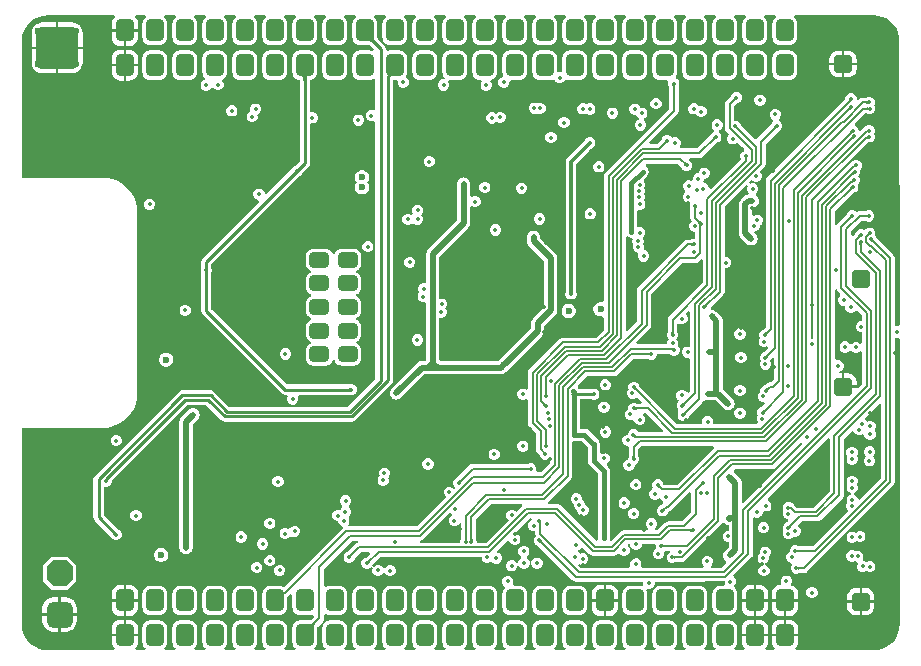
<source format=gbr>
%TF.GenerationSoftware,Altium Limited,Altium Designer,25.3.3 (18)*%
G04 Layer_Physical_Order=4*
G04 Layer_Color=6736896*
%FSLAX45Y45*%
%MOMM*%
%TF.SameCoordinates,95E4F6BA-DA47-4B25-BB43-2529A7C35442*%
%TF.FilePolarity,Positive*%
%TF.FileFunction,Copper,L4,Inr,Signal*%
%TF.Part,CustomerPanel*%
G01*
G75*
%TA.AperFunction,Conductor*%
%ADD69C,0.40000*%
%ADD70C,0.30000*%
%ADD71C,0.25000*%
%ADD74C,0.20000*%
%ADD75C,0.50000*%
%TA.AperFunction,ComponentPad*%
G04:AMPARAMS|DCode=82|XSize=1.55mm|YSize=1.6mm|CornerRadius=0.3875mm|HoleSize=0mm|Usage=FLASHONLY|Rotation=270.000|XOffset=0mm|YOffset=0mm|HoleType=Round|Shape=RoundedRectangle|*
%AMROUNDEDRECTD82*
21,1,1.55000,0.82500,0,0,270.0*
21,1,0.77500,1.60000,0,0,270.0*
1,1,0.77500,-0.41250,-0.38750*
1,1,0.77500,-0.41250,0.38750*
1,1,0.77500,0.41250,0.38750*
1,1,0.77500,0.41250,-0.38750*
%
%ADD82ROUNDEDRECTD82*%
G04:AMPARAMS|DCode=88|XSize=2.2mm|YSize=2.2mm|CornerRadius=0.55mm|HoleSize=0mm|Usage=FLASHONLY|Rotation=270.000|XOffset=0mm|YOffset=0mm|HoleType=Round|Shape=RoundedRectangle|*
%AMROUNDEDRECTD88*
21,1,2.20000,1.10000,0,0,270.0*
21,1,1.10000,2.20000,0,0,270.0*
1,1,1.10000,-0.55000,-0.55000*
1,1,1.10000,-0.55000,0.55000*
1,1,1.10000,0.55000,0.55000*
1,1,1.10000,0.55000,-0.55000*
%
%ADD88ROUNDEDRECTD88*%
G04:AMPARAMS|DCode=89|XSize=2.2mm|YSize=2.2mm|CornerRadius=0mm|HoleSize=0mm|Usage=FLASHONLY|Rotation=270.000|XOffset=0mm|YOffset=0mm|HoleType=Round|Shape=Octagon|*
%AMOCTAGOND89*
4,1,8,-0.55000,-1.10000,0.55000,-1.10000,1.10000,-0.55000,1.10000,0.55000,0.55000,1.10000,-0.55000,1.10000,-1.10000,0.55000,-1.10000,-0.55000,-0.55000,-1.10000,0.0*
%
%ADD89OCTAGOND89*%

%TA.AperFunction,ViaPad*%
%ADD90C,0.35000*%
%ADD91C,0.60000*%
%TA.AperFunction,ComponentPad*%
G04:AMPARAMS|DCode=92|XSize=1.5mm|YSize=1.9mm|CornerRadius=0.375mm|HoleSize=0mm|Usage=FLASHONLY|Rotation=0.000|XOffset=0mm|YOffset=0mm|HoleType=Round|Shape=RoundedRectangle|*
%AMROUNDEDRECTD92*
21,1,1.50000,1.15000,0,0,0.0*
21,1,0.75000,1.90000,0,0,0.0*
1,1,0.75000,0.37500,-0.57500*
1,1,0.75000,-0.37500,-0.57500*
1,1,0.75000,-0.37500,0.57500*
1,1,0.75000,0.37500,0.57500*
%
%ADD92ROUNDEDRECTD92*%
G04:AMPARAMS|DCode=93|XSize=1.3mm|YSize=1.7mm|CornerRadius=0.325mm|HoleSize=0mm|Usage=FLASHONLY|Rotation=270.000|XOffset=0mm|YOffset=0mm|HoleType=Round|Shape=RoundedRectangle|*
%AMROUNDEDRECTD93*
21,1,1.30000,1.05000,0,0,270.0*
21,1,0.65000,1.70000,0,0,270.0*
1,1,0.65000,-0.52500,-0.32500*
1,1,0.65000,-0.52500,0.32500*
1,1,0.65000,0.52500,0.32500*
1,1,0.65000,0.52500,-0.32500*
%
%ADD93ROUNDEDRECTD93*%
G04:AMPARAMS|DCode=94|XSize=3.6mm|YSize=3.6mm|CornerRadius=0.54mm|HoleSize=0mm|Usage=FLASHONLY|Rotation=0.000|XOffset=0mm|YOffset=0mm|HoleType=Round|Shape=RoundedRectangle|*
%AMROUNDEDRECTD94*
21,1,3.60000,2.52000,0,0,0.0*
21,1,2.52000,3.60000,0,0,0.0*
1,1,1.08000,1.26000,-1.26000*
1,1,1.08000,-1.26000,-1.26000*
1,1,1.08000,-1.26000,1.26000*
1,1,1.08000,1.26000,1.26000*
%
%ADD94ROUNDEDRECTD94*%
G36*
X4020793Y6227882D02*
X4021311Y6224405D01*
X4022347Y6220759D01*
X4023898Y6216945D01*
X4025967Y6212962D01*
X4028552Y6208810D01*
X4031654Y6204490D01*
X4035272Y6200002D01*
X4044058Y6190519D01*
X4026381Y6172842D01*
X4021555Y6177493D01*
X4012410Y6185246D01*
X4008090Y6188348D01*
X4003938Y6190933D01*
X3999955Y6193002D01*
X3996141Y6194554D01*
X3992495Y6195589D01*
X3989018Y6196107D01*
X3985709Y6196109D01*
X4020791Y6231191D01*
X4020793Y6227882D01*
D02*
G37*
G36*
X8295106Y6414943D02*
X8327466Y6407174D01*
X8358213Y6394438D01*
X8386588Y6377050D01*
X8411894Y6355436D01*
X8433508Y6330130D01*
X8450896Y6301755D01*
X8463632Y6271008D01*
X8471401Y6238648D01*
X8472853Y6220198D01*
X8473513Y6205471D01*
X8473516Y6205460D01*
X8473516Y6190471D01*
X8473580Y3793177D01*
X8464873Y3787358D01*
X8458580Y3784875D01*
X8442137D01*
X8433184Y3790857D01*
Y4360835D01*
X8433184Y4360836D01*
X8430079Y4376444D01*
X8421238Y4389675D01*
X8279767Y4531146D01*
X8278406Y4534433D01*
X8278368Y4534623D01*
X8278260Y4534785D01*
X8273051Y4547360D01*
X8265059Y4555352D01*
X8268690Y4564118D01*
Y4583014D01*
X8261458Y4600473D01*
X8248097Y4613835D01*
X8230638Y4621066D01*
X8211742D01*
X8194284Y4613835D01*
X8187318Y4606869D01*
X8172479Y4600493D01*
X8155022Y4607724D01*
X8136125D01*
X8118667Y4600493D01*
X8105305Y4587131D01*
X8100095Y4574554D01*
X8099988Y4574394D01*
X8099951Y4574205D01*
X8098589Y4570917D01*
X8078183Y4550512D01*
X8063184Y4556725D01*
Y4588950D01*
X8153450Y4679216D01*
X8186737D01*
X8190026Y4677854D01*
X8190186Y4677747D01*
X8190375Y4677710D01*
X8202952Y4672500D01*
X8221848D01*
X8239307Y4679732D01*
X8252669Y4693093D01*
X8259900Y4710552D01*
Y4729448D01*
X8252669Y4746906D01*
X8239307Y4760268D01*
X8221848Y4767500D01*
X8202952D01*
X8190375Y4762290D01*
X8190186Y4762253D01*
X8190026Y4762146D01*
X8186737Y4760783D01*
X8136558D01*
X8136557Y4760784D01*
X8120950Y4757679D01*
X8109528Y4750047D01*
X8099306Y4760268D01*
X8081848Y4767500D01*
X8062952D01*
X8045493Y4760268D01*
X8032132Y4746906D01*
X8026922Y4734329D01*
X8026815Y4734169D01*
X8026777Y4733981D01*
X8025415Y4730692D01*
X7952377Y4657654D01*
X7943536Y4644423D01*
X7943021Y4641833D01*
X7928183Y4644125D01*
Y4758266D01*
X8088924Y4919008D01*
X8092323Y4920415D01*
X8092430Y4920436D01*
X8092523Y4920498D01*
X8105316Y4925797D01*
X8118678Y4939159D01*
X8125910Y4956617D01*
Y4975514D01*
X8119942Y4989921D01*
X8127892Y4997870D01*
X8135123Y5015328D01*
Y5034225D01*
X8127892Y5051683D01*
X8125729Y5053845D01*
X8133823Y5061939D01*
X8141054Y5079397D01*
Y5098294D01*
X8136687Y5108837D01*
X8148215Y5120365D01*
X8155446Y5137823D01*
Y5156720D01*
X8148215Y5174178D01*
X8134853Y5187540D01*
X8117395Y5194771D01*
X8098498D01*
X8081040Y5187540D01*
X8076123Y5182623D01*
X8073400Y5182081D01*
X8060168Y5173240D01*
X8060168Y5173239D01*
X7753562Y4866633D01*
X7744721Y4853402D01*
X7741616Y4837795D01*
X7741616Y4837794D01*
Y3679325D01*
X7723183D01*
Y4859384D01*
X8204616Y5340818D01*
X8204667D01*
X8204669Y5340817D01*
X8208610Y5341601D01*
X8225676D01*
X8243134Y5348833D01*
X8256496Y5362195D01*
X8263728Y5379653D01*
Y5398550D01*
X8256496Y5416008D01*
X8256281Y5416223D01*
X8262973Y5432379D01*
Y5451276D01*
X8255741Y5468734D01*
X8242380Y5482096D01*
X8224921Y5489327D01*
X8206025D01*
X8188567Y5482096D01*
X8183885Y5477414D01*
X8179975Y5476637D01*
X8166744Y5467796D01*
X8166744Y5467795D01*
X8138993Y5440044D01*
X8123993Y5446258D01*
Y5451894D01*
X8116762Y5469352D01*
X8103400Y5482714D01*
X8096894Y5485409D01*
X8093375Y5503103D01*
X8177934Y5587662D01*
X8195858D01*
X8199146Y5586299D01*
X8199306Y5586193D01*
X8199495Y5586155D01*
X8212072Y5580945D01*
X8230969D01*
X8248427Y5588177D01*
X8261789Y5601539D01*
X8269020Y5618997D01*
Y5637893D01*
X8261789Y5655352D01*
X8259691Y5657449D01*
X8265241Y5670847D01*
Y5689743D01*
X8258009Y5707201D01*
X8244647Y5720563D01*
X8227189Y5727795D01*
X8208292D01*
X8195715Y5722585D01*
X8195527Y5722548D01*
X8195367Y5722441D01*
X8192078Y5721078D01*
X8163199D01*
X8163198Y5721079D01*
X8147591Y5717974D01*
X8134359Y5709133D01*
X8124279Y5699053D01*
X8109900Y5705887D01*
Y5719448D01*
X8102668Y5736906D01*
X8089306Y5750268D01*
X8071848Y5757500D01*
X8052952D01*
X8035493Y5750268D01*
X8022132Y5736906D01*
X8014900Y5719448D01*
Y5709882D01*
X7993747Y5688729D01*
X7991369Y5685170D01*
X7353039Y5046840D01*
X7344198Y5033609D01*
X7341093Y5018001D01*
X7341094Y5018000D01*
Y3778897D01*
X7320304Y3758109D01*
X7319096Y3757608D01*
X7317676Y3757210D01*
X7317164Y3756808D01*
X7308098Y3753052D01*
X7294736Y3739691D01*
X7287505Y3722232D01*
Y3703336D01*
X7294009Y3687633D01*
X7288062Y3681687D01*
X7280831Y3664229D01*
Y3645332D01*
X7288062Y3627874D01*
X7301424Y3614512D01*
X7318882Y3607281D01*
X7337779D01*
X7355237Y3614512D01*
X7364125Y3603194D01*
X7326715Y3565783D01*
X7323428Y3564422D01*
X7323238Y3564384D01*
X7323076Y3564276D01*
X7310501Y3559067D01*
X7297139Y3545705D01*
X7289907Y3528247D01*
Y3509351D01*
X7297139Y3491892D01*
X7297212Y3491820D01*
X7290822Y3476394D01*
Y3457498D01*
X7298054Y3440039D01*
X7311416Y3426677D01*
X7328874Y3419446D01*
X7347770D01*
X7365229Y3426677D01*
X7378591Y3440039D01*
X7385822Y3457498D01*
Y3476394D01*
X7378591Y3493852D01*
X7378518Y3493925D01*
X7382884Y3504468D01*
X7382992Y3504629D01*
X7383030Y3504820D01*
X7384392Y3508107D01*
X7399371Y3523086D01*
X7413229Y3517346D01*
Y3338516D01*
X7386493Y3311780D01*
X7373545D01*
X7357938Y3308676D01*
X7344707Y3299835D01*
X7344706Y3299834D01*
X7330647Y3285775D01*
X7327359Y3284413D01*
X7327169Y3284375D01*
X7327008Y3284267D01*
X7314432Y3279058D01*
X7301070Y3265697D01*
X7293839Y3248238D01*
Y3230645D01*
X7281244Y3218049D01*
X7274012Y3200591D01*
Y3181695D01*
X7281244Y3164236D01*
X7294605Y3150875D01*
X7312064Y3143643D01*
X7325064D01*
X7331501Y3128867D01*
X7304070Y3101437D01*
X7300782Y3100075D01*
X7300593Y3100037D01*
X7300433Y3099930D01*
X7287856Y3094721D01*
X7274494Y3081359D01*
X7267263Y3063900D01*
Y3045004D01*
X7272992Y3031174D01*
X7272426Y3030608D01*
X7265195Y3013150D01*
Y2994254D01*
X7272426Y2976795D01*
X7273438Y2975783D01*
X7267225Y2960784D01*
X6901366D01*
X6895672Y2969305D01*
Y2988202D01*
X6888441Y3005660D01*
X6875079Y3019022D01*
X6857621Y3026253D01*
X6838724D01*
X6821266Y3019022D01*
X6807904Y3005660D01*
X6800672Y2988202D01*
Y2969305D01*
X6794979Y2960784D01*
X6589470D01*
X6272061Y3278193D01*
X6270700Y3281479D01*
X6270662Y3281670D01*
X6270554Y3281831D01*
X6265345Y3294407D01*
X6251983Y3307769D01*
X6234525Y3315000D01*
X6215628D01*
X6198170Y3307769D01*
X6184808Y3294407D01*
X6177577Y3276948D01*
Y3258052D01*
X6179246Y3254021D01*
X6171449Y3246224D01*
X6164218Y3228766D01*
Y3209869D01*
X6171449Y3192411D01*
X6184811Y3179049D01*
X6202270Y3171818D01*
X6221166D01*
X6238624Y3179049D01*
X6247238Y3187663D01*
X6290259Y3144641D01*
X6284519Y3130783D01*
X6248063D01*
X6244774Y3132146D01*
X6244614Y3132253D01*
X6244425Y3132290D01*
X6231848Y3137500D01*
X6212952D01*
X6195494Y3130268D01*
X6182132Y3116906D01*
X6174900Y3099448D01*
Y3083266D01*
X6167105Y3080037D01*
X6153743Y3066675D01*
X6146512Y3049217D01*
Y3030321D01*
X6153743Y3012862D01*
X6167105Y2999500D01*
X6184563Y2992269D01*
X6203460D01*
X6211772Y2995712D01*
X6226773Y2986323D01*
X6234004Y2968865D01*
X6247366Y2955503D01*
X6264824Y2948272D01*
X6283721D01*
X6301179Y2955503D01*
X6314541Y2968865D01*
X6321772Y2986323D01*
Y3005220D01*
X6314541Y3022678D01*
X6303002Y3034216D01*
X6304481Y3042814D01*
X6307601Y3049216D01*
X6325507D01*
X6473782Y2900941D01*
X6468042Y2887083D01*
X6263561D01*
X6260711Y2893964D01*
X6247349Y2907326D01*
X6229891Y2914557D01*
X6210994D01*
X6193536Y2907326D01*
X6180174Y2893964D01*
X6172942Y2876506D01*
Y2867500D01*
X6162952D01*
X6145494Y2860268D01*
X6132132Y2846906D01*
X6124900Y2829448D01*
Y2810552D01*
X6132132Y2793093D01*
X6145494Y2779732D01*
X6162952Y2772500D01*
X6168809D01*
X6181616Y2760000D01*
X6181617Y2759999D01*
Y2685663D01*
X6180254Y2682374D01*
X6180147Y2682214D01*
X6180110Y2682025D01*
X6174900Y2669448D01*
Y2657500D01*
X6172952D01*
X6155494Y2650269D01*
X6142132Y2636907D01*
X6134900Y2619448D01*
Y2600552D01*
X6142132Y2583094D01*
X6155494Y2569732D01*
X6172952Y2562500D01*
X6191848D01*
X6209307Y2569732D01*
X6222669Y2583094D01*
X6229900Y2600552D01*
Y2612500D01*
X6231848D01*
X6249307Y2619732D01*
X6262668Y2633094D01*
X6269900Y2650552D01*
Y2669448D01*
X6264690Y2682025D01*
X6264653Y2682214D01*
X6264546Y2682374D01*
X6263184Y2685663D01*
Y2743107D01*
X6290593Y2770516D01*
X6895909D01*
X6897347Y2768622D01*
X6901451Y2755516D01*
X6591623Y2445689D01*
X6480142D01*
X6474225Y2451606D01*
X6472862Y2454895D01*
X6472825Y2455083D01*
X6472718Y2455243D01*
X6467508Y2467820D01*
X6454146Y2481182D01*
X6436688Y2488414D01*
X6417792D01*
X6400333Y2481182D01*
X6386971Y2467820D01*
X6379740Y2450362D01*
Y2431466D01*
X6383068Y2423432D01*
X6376787Y2404594D01*
X6374505Y2403649D01*
X6361143Y2390287D01*
X6353912Y2372829D01*
Y2353932D01*
X6361143Y2336474D01*
X6374505Y2323112D01*
X6391963Y2315881D01*
X6410860D01*
X6428318Y2323112D01*
X6435260Y2330054D01*
X6437968Y2330214D01*
X6452080Y2325660D01*
X6457132Y2313463D01*
X6468488Y2302107D01*
X6470241Y2294483D01*
X6469777Y2284162D01*
X6455665Y2270051D01*
X6452377Y2268688D01*
X6452188Y2268651D01*
X6452028Y2268544D01*
X6439451Y2263334D01*
X6426089Y2249972D01*
X6418858Y2232514D01*
Y2213618D01*
X6426089Y2196159D01*
X6439451Y2182798D01*
X6456909Y2175566D01*
X6475806D01*
X6493264Y2182798D01*
X6506626Y2196159D01*
X6511835Y2208737D01*
X6511942Y2208897D01*
X6511980Y2209085D01*
X6513342Y2212374D01*
X6518552Y2217584D01*
X6530455Y2219951D01*
X6543686Y2228792D01*
X6694720Y2379825D01*
X6708578Y2374085D01*
Y2208854D01*
X6633558Y2133835D01*
X6516748D01*
X6501141Y2130730D01*
X6487910Y2121890D01*
X6487910Y2121889D01*
X6423024Y2057004D01*
X6404370D01*
X6400850Y2069562D01*
X6400746Y2072003D01*
X6413655Y2084912D01*
X6420886Y2102370D01*
Y2121267D01*
X6413655Y2138725D01*
X6400293Y2152087D01*
X6382835Y2159319D01*
X6363938D01*
X6346480Y2152087D01*
X6333118Y2138725D01*
X6325887Y2121267D01*
Y2102370D01*
X6333118Y2084912D01*
X6346027Y2072003D01*
X6345922Y2069562D01*
X6342402Y2057004D01*
X6138621D01*
X6138620Y2057004D01*
X6123013Y2053899D01*
X6109782Y2045058D01*
X6034688Y1969965D01*
X6020864Y1977354D01*
X6023380Y1990000D01*
Y2401575D01*
X6022652Y2405232D01*
Y2560728D01*
X6018772Y2580237D01*
X6007721Y2596776D01*
X5994614Y2609883D01*
X5997540Y2624594D01*
X6001138Y2626085D01*
X6014500Y2639447D01*
X6021732Y2656905D01*
Y2675801D01*
X6014500Y2693260D01*
X6001138Y2706621D01*
X5983680Y2713853D01*
X5964784D01*
X5951126Y2708195D01*
X5936125Y2715020D01*
Y2790909D01*
X5932245Y2810418D01*
X5921194Y2826957D01*
X5910181Y2834316D01*
X5841244Y2903252D01*
X5824705Y2914303D01*
X5805196Y2918183D01*
X5764676D01*
Y3164706D01*
X5764892Y3166668D01*
X5865636D01*
X5875697Y3162501D01*
X5894594D01*
X5912052Y3169732D01*
X5925414Y3183094D01*
X5932645Y3200552D01*
Y3219449D01*
X5925414Y3236907D01*
X5912052Y3250269D01*
X5894594Y3257500D01*
X5875697D01*
X5865636Y3253333D01*
X5758105D01*
X5749744Y3265845D01*
X5749061Y3284664D01*
X5827497Y3363101D01*
X6056283D01*
X6056284Y3363100D01*
X6071892Y3366205D01*
X6085123Y3375046D01*
X6219293Y3509217D01*
X6346737D01*
X6350026Y3507854D01*
X6350186Y3507747D01*
X6350375Y3507710D01*
X6362952Y3502500D01*
X6381848D01*
X6399306Y3509732D01*
X6412668Y3523094D01*
X6419900Y3540552D01*
Y3554402D01*
X6528543D01*
X6537964Y3544981D01*
X6555423Y3537749D01*
X6574319D01*
X6591777Y3544981D01*
X6605139Y3558343D01*
X6612371Y3575801D01*
Y3594697D01*
X6605139Y3612156D01*
X6596046Y3621249D01*
X6599900Y3630552D01*
Y3649448D01*
X6592669Y3666907D01*
X6582880Y3676695D01*
X6593340Y3687155D01*
X6600572Y3704613D01*
Y3723510D01*
X6593340Y3740968D01*
X6593184Y3741125D01*
Y3802443D01*
X6608184Y3808617D01*
X6622952Y3802500D01*
X6641849D01*
X6659307Y3809732D01*
X6672669Y3823094D01*
X6679900Y3840552D01*
Y3859448D01*
X6672669Y3876907D01*
X6660039Y3889536D01*
X6686094Y3915591D01*
X6699952Y3909850D01*
Y3621070D01*
X6689348Y3613985D01*
X6670452D01*
X6652994Y3606753D01*
X6639632Y3593391D01*
X6632400Y3575933D01*
Y3557037D01*
X6639632Y3539578D01*
X6652994Y3526216D01*
X6670452Y3518985D01*
X6689348D01*
X6699952Y3511900D01*
Y3236380D01*
X6687430Y3223859D01*
X6672718Y3226786D01*
X6672668Y3226906D01*
X6659306Y3240268D01*
X6641848Y3247500D01*
X6622952D01*
X6605494Y3240268D01*
X6592132Y3226906D01*
X6584900Y3209448D01*
Y3190552D01*
X6592132Y3173093D01*
X6599850Y3165375D01*
X6605225Y3159065D01*
X6599890Y3145817D01*
X6595502Y3141430D01*
X6588271Y3123971D01*
Y3105075D01*
X6595502Y3087617D01*
X6601071Y3082048D01*
X6602236Y3062000D01*
X6601526Y3061290D01*
X6594294Y3043832D01*
Y3024936D01*
X6601526Y3007477D01*
X6614888Y2994115D01*
X6632346Y2986884D01*
X6651242D01*
X6668701Y2994115D01*
X6682063Y3007477D01*
X6687272Y3020054D01*
X6687379Y3020214D01*
X6687417Y3020403D01*
X6688779Y3023692D01*
X6804573Y3139486D01*
X6804573Y3139486D01*
X6813414Y3152718D01*
X6813790Y3154606D01*
X6816236Y3156983D01*
X6830689Y3162675D01*
X6838042Y3159629D01*
X6852400Y3157738D01*
X6915613D01*
X6916140Y3157808D01*
X6983174Y3090774D01*
X6994663Y3081958D01*
X7008042Y3076416D01*
X7022400Y3074526D01*
X7036758Y3076416D01*
X7050137Y3081958D01*
X7061626Y3090774D01*
X7070443Y3102263D01*
X7075985Y3115642D01*
X7077875Y3130000D01*
X7075984Y3144358D01*
X7070443Y3157737D01*
X7061626Y3169226D01*
X6978414Y3252439D01*
X6977875Y3252853D01*
Y3565000D01*
Y3588431D01*
X6977874Y3588434D01*
Y3829988D01*
X6975984Y3844346D01*
X6970442Y3857725D01*
X6961626Y3869214D01*
X6922550Y3908290D01*
X6911061Y3917106D01*
X6897682Y3922648D01*
X6883324Y3924539D01*
X6880378Y3924151D01*
X6877822Y3925994D01*
X6874756Y3942179D01*
X6982488Y4049911D01*
X6982488Y4049912D01*
X6991329Y4063143D01*
X6994434Y4078750D01*
Y4277769D01*
X7011136D01*
X7028594Y4285001D01*
X7041956Y4298363D01*
X7049188Y4315821D01*
Y4334718D01*
X7041956Y4352176D01*
X7028594Y4365538D01*
X7011136Y4372769D01*
X6994434D01*
Y4798167D01*
X7174036Y4977770D01*
X7186752Y4969273D01*
X7182645Y4959356D01*
Y4940459D01*
X7189876Y4923001D01*
X7195186Y4917691D01*
X7189810Y4901854D01*
X7184069Y4901098D01*
X7170690Y4895556D01*
X7159201Y4886740D01*
X7129904Y4857444D01*
X7121088Y4845955D01*
X7115546Y4832576D01*
X7113656Y4818218D01*
Y4573269D01*
X7115546Y4558912D01*
X7121088Y4545532D01*
X7129904Y4534043D01*
X7178174Y4485774D01*
X7189663Y4476958D01*
X7203042Y4471416D01*
X7217400Y4469526D01*
X7231758Y4471416D01*
X7245137Y4476958D01*
X7256626Y4485774D01*
X7265442Y4497263D01*
X7270984Y4510642D01*
X7272874Y4525000D01*
X7270984Y4539358D01*
X7265442Y4552737D01*
X7256626Y4564226D01*
X7244757Y4576096D01*
X7250970Y4591096D01*
X7254275D01*
X7271733Y4598327D01*
X7285095Y4611689D01*
X7292327Y4629147D01*
Y4639603D01*
X7298050Y4641974D01*
X7311412Y4655336D01*
X7318643Y4672794D01*
Y4691690D01*
X7311412Y4709149D01*
X7298050Y4722510D01*
X7280592Y4729742D01*
X7261695D01*
X7244237Y4722510D01*
X7239605Y4717878D01*
X7224605Y4724092D01*
Y4777685D01*
X7227509Y4792033D01*
X7241867Y4793923D01*
X7255246Y4799465D01*
X7266735Y4808281D01*
X7275551Y4819770D01*
X7281093Y4833149D01*
X7282983Y4847507D01*
X7281093Y4861865D01*
X7275551Y4875244D01*
X7266735Y4886733D01*
X7266728Y4886740D01*
X7257696Y4893671D01*
X7257001Y4905028D01*
X7258043Y4910631D01*
X7270413Y4923001D01*
X7277644Y4940459D01*
Y4959356D01*
X7270413Y4976814D01*
X7257051Y4990176D01*
X7239593Y4997407D01*
X7220696D01*
X7210779Y4993300D01*
X7202283Y5006016D01*
X7224154Y5027888D01*
X7233632Y5018410D01*
X7251090Y5011178D01*
X7269987D01*
X7287445Y5018410D01*
X7300807Y5031771D01*
X7308038Y5049230D01*
Y5068126D01*
X7300807Y5085584D01*
X7291329Y5095062D01*
X7327755Y5131488D01*
X7327755Y5131489D01*
X7336596Y5144720D01*
X7339701Y5160327D01*
Y5329624D01*
X7443092Y5433015D01*
X7446381Y5434377D01*
X7446569Y5434415D01*
X7446729Y5434522D01*
X7459306Y5439732D01*
X7472668Y5453093D01*
X7479900Y5470552D01*
Y5489448D01*
X7472668Y5506906D01*
X7459306Y5520268D01*
X7450411Y5523953D01*
X7449307Y5539732D01*
X7462668Y5553094D01*
X7469900Y5570552D01*
Y5589448D01*
X7462668Y5606906D01*
X7449306Y5620268D01*
X7431848Y5627500D01*
X7412952D01*
X7395493Y5620268D01*
X7382132Y5606906D01*
X7374900Y5589448D01*
Y5570552D01*
X7382132Y5553094D01*
X7395493Y5539732D01*
X7404389Y5536047D01*
X7405493Y5520268D01*
X7392132Y5506906D01*
X7386922Y5494329D01*
X7386815Y5494169D01*
X7386777Y5493981D01*
X7385415Y5490692D01*
X7270079Y5375356D01*
X7268419Y5372871D01*
X7249107Y5370969D01*
X7129385Y5490692D01*
X7128023Y5493981D01*
X7127985Y5494169D01*
X7127878Y5494329D01*
X7122669Y5506906D01*
X7109307Y5520268D01*
X7091848Y5527500D01*
X7075941D01*
Y5648135D01*
X7101917Y5674111D01*
X7102638D01*
X7120097Y5681342D01*
X7133458Y5694704D01*
X7140690Y5712162D01*
Y5731059D01*
X7133458Y5748517D01*
X7120097Y5761879D01*
X7102638Y5769110D01*
X7083742D01*
X7066284Y5761879D01*
X7052922Y5748517D01*
X7048665Y5738242D01*
X7048292Y5737736D01*
X7048045Y5736744D01*
X7047231Y5734777D01*
X7006319Y5693866D01*
X6997479Y5680635D01*
X6994374Y5665028D01*
X6994374Y5665027D01*
Y5465090D01*
X6994374Y5465089D01*
X6997479Y5449482D01*
X7006319Y5436251D01*
X7032171Y5410400D01*
X7021799Y5400028D01*
X7014567Y5382569D01*
Y5363673D01*
X7021799Y5346215D01*
X7035161Y5332853D01*
X7052619Y5325621D01*
X7071515D01*
X7088974Y5332853D01*
X7099346Y5343225D01*
X7157195Y5285376D01*
X7153676Y5267682D01*
X7145493Y5264292D01*
X7132132Y5250931D01*
X7124900Y5233472D01*
Y5214576D01*
X7130096Y5202031D01*
X6876570Y4948505D01*
X6861570Y4954719D01*
Y4959435D01*
X6854339Y4976894D01*
X6840977Y4990255D01*
X6823519Y4997487D01*
X6822120D01*
X6820081Y4999300D01*
X6813334Y5012487D01*
X6818389Y5024692D01*
Y5034659D01*
X6830275D01*
X6847733Y5041891D01*
X6861095Y5055253D01*
X6868326Y5072711D01*
Y5091607D01*
X6861095Y5109065D01*
X6847733Y5122427D01*
X6830275Y5129659D01*
X6811378D01*
X6793920Y5122427D01*
X6780558Y5109065D01*
X6773327Y5091607D01*
Y5081640D01*
X6761441D01*
X6743983Y5074409D01*
X6730621Y5061047D01*
X6723390Y5043589D01*
Y5026796D01*
X6717256Y5020316D01*
X6710858Y5015751D01*
X6700599Y5020000D01*
X6681702D01*
X6664244Y5012768D01*
X6650882Y4999407D01*
X6643651Y4981948D01*
Y4963052D01*
X6650882Y4945594D01*
X6660461Y4936015D01*
X6659415Y4921226D01*
X6658406Y4918927D01*
X6645045Y4905566D01*
X6637813Y4888108D01*
Y4869211D01*
X6645045Y4851753D01*
X6658407Y4838391D01*
X6675865Y4831160D01*
X6687167D01*
X6697631Y4817456D01*
X6697663Y4817301D01*
X6696431Y4814327D01*
Y4795431D01*
X6701641Y4782854D01*
X6701678Y4782665D01*
X6701785Y4782505D01*
X6703148Y4779216D01*
Y4700545D01*
X6703147Y4700544D01*
X6706252Y4684937D01*
X6713433Y4674189D01*
X6712993Y4672740D01*
X6699632Y4659378D01*
X6692400Y4641920D01*
Y4623023D01*
X6699632Y4605565D01*
X6712993Y4592203D01*
X6730452Y4584972D01*
X6746232D01*
Y4529181D01*
X6742240Y4526513D01*
X6723343D01*
X6710766Y4521304D01*
X6710578Y4521266D01*
X6710418Y4521159D01*
X6707129Y4519797D01*
X6681415D01*
X6681413Y4519797D01*
X6665806Y4516693D01*
X6652575Y4507852D01*
X6260339Y4115616D01*
X6251498Y4102384D01*
X6248393Y4086777D01*
X6248394Y4086776D01*
Y3823671D01*
X6169462Y3744739D01*
X6155604Y3750479D01*
Y4542755D01*
X6158635Y4545178D01*
X6167335Y4548885D01*
X6170604Y4549133D01*
X6174113Y4545624D01*
X6179747Y4543290D01*
X6183500Y4540782D01*
X6187927Y4539902D01*
X6191571Y4538392D01*
X6195516D01*
X6203008Y4536902D01*
X6213717Y4523738D01*
X6211972Y4519525D01*
Y4500628D01*
X6219203Y4483170D01*
X6220632Y4481742D01*
X6214813Y4467692D01*
Y4448795D01*
X6222044Y4431337D01*
X6235406Y4417975D01*
X6252864Y4410744D01*
X6262307Y4395744D01*
X6260015Y4390211D01*
Y4371314D01*
X6267247Y4353856D01*
X6280608Y4340494D01*
X6298067Y4333263D01*
X6316963D01*
X6334421Y4340494D01*
X6347783Y4353856D01*
X6355015Y4371314D01*
Y4390211D01*
X6347783Y4407669D01*
X6334421Y4421031D01*
X6316963Y4428262D01*
X6307520Y4443263D01*
X6309812Y4448795D01*
Y4467692D01*
X6302581Y4485150D01*
X6301152Y4486579D01*
X6306972Y4500628D01*
Y4519525D01*
X6304708Y4524990D01*
X6299675Y4539142D01*
X6313037Y4552503D01*
X6320268Y4569962D01*
Y4588858D01*
X6313037Y4606316D01*
X6299675Y4619678D01*
X6282217Y4626910D01*
X6263320D01*
X6253988Y4633145D01*
Y4765466D01*
X6265603Y4773226D01*
X6284499D01*
X6301958Y4780458D01*
X6315320Y4793820D01*
X6322551Y4811278D01*
Y4830174D01*
X6315320Y4847633D01*
X6311723Y4851229D01*
X6311821Y4851327D01*
X6319052Y4868785D01*
Y4887682D01*
X6312751Y4902895D01*
X6319332Y4918784D01*
Y4937681D01*
X6313311Y4952218D01*
X6313469Y4952376D01*
X6320700Y4969834D01*
Y4988731D01*
X6313469Y5006189D01*
X6308876Y5010782D01*
X6308114Y5031234D01*
X6334172Y5057292D01*
X6345224Y5073831D01*
X6349104Y5093341D01*
Y5094467D01*
X6345224Y5113976D01*
X6334172Y5130515D01*
X6329160Y5133864D01*
X6325766Y5152609D01*
X6330762Y5159217D01*
X6601317D01*
X6623726Y5136808D01*
X6625088Y5133519D01*
X6625125Y5133331D01*
X6625232Y5133171D01*
X6630442Y5120594D01*
X6643804Y5107232D01*
X6661262Y5100000D01*
X6680158D01*
X6697617Y5107232D01*
X6710978Y5120594D01*
X6718210Y5138052D01*
Y5156948D01*
X6710978Y5174406D01*
X6697617Y5187768D01*
X6694025Y5189256D01*
X6691558Y5194216D01*
X6700851Y5209216D01*
X6778536D01*
X6778537Y5209216D01*
X6794144Y5212321D01*
X6807375Y5221162D01*
X6928861Y5342648D01*
X6932150Y5344010D01*
X6932339Y5344048D01*
X6932499Y5344155D01*
X6945076Y5349364D01*
X6958438Y5362726D01*
X6965669Y5380184D01*
Y5399081D01*
X6958438Y5416539D01*
X6945970Y5429007D01*
X6945620Y5435465D01*
X6946602Y5445505D01*
X6956807Y5449732D01*
X6970168Y5463094D01*
X6977400Y5480552D01*
Y5499448D01*
X6970168Y5516907D01*
X6956807Y5530269D01*
X6939348Y5537500D01*
X6920452D01*
X6902994Y5530269D01*
X6889632Y5516907D01*
X6882400Y5499448D01*
Y5480552D01*
X6889632Y5463094D01*
X6902100Y5450626D01*
X6902449Y5444168D01*
X6901468Y5434128D01*
X6891263Y5429901D01*
X6877901Y5416539D01*
X6872692Y5403962D01*
X6872585Y5403802D01*
X6872547Y5403613D01*
X6871185Y5400324D01*
X6761644Y5290783D01*
X6617314D01*
X6611101Y5305783D01*
X6615322Y5310004D01*
X6622553Y5327463D01*
Y5346359D01*
X6615322Y5363817D01*
X6601960Y5377179D01*
X6584501Y5384411D01*
X6565605D01*
X6549824Y5377874D01*
X6546893Y5384950D01*
X6533531Y5398312D01*
X6516073Y5405544D01*
X6497176D01*
X6479718Y5398312D01*
X6466356Y5384950D01*
X6461147Y5372373D01*
X6461040Y5372213D01*
X6461002Y5372025D01*
X6459640Y5368736D01*
X6421688Y5330784D01*
X6361967D01*
X6356227Y5344642D01*
X6591238Y5579653D01*
X6591239Y5579653D01*
X6600079Y5592884D01*
X6603184Y5608492D01*
X6603184Y5608493D01*
Y5814337D01*
X6604546Y5817626D01*
X6604653Y5817786D01*
X6604690Y5817975D01*
X6609900Y5830552D01*
Y5849448D01*
X6602669Y5866906D01*
X6589307Y5880268D01*
X6584386Y5882306D01*
X6579493Y5900569D01*
X6582861Y5904959D01*
X6589662Y5921379D01*
X6591982Y5939000D01*
Y6054000D01*
X6589662Y6071621D01*
X6582861Y6088041D01*
X6572041Y6102141D01*
X6557941Y6112961D01*
X6541521Y6119762D01*
X6523900Y6122082D01*
X6448900D01*
X6431279Y6119762D01*
X6414859Y6112961D01*
X6400759Y6102141D01*
X6389939Y6088041D01*
X6383138Y6071621D01*
X6380818Y6054000D01*
Y5939000D01*
X6383138Y5921379D01*
X6389939Y5904959D01*
X6400759Y5890859D01*
X6414859Y5880039D01*
X6431279Y5873238D01*
X6448900Y5870918D01*
X6507557D01*
X6517580Y5855918D01*
X6514900Y5849448D01*
Y5830552D01*
X6520110Y5817975D01*
X6520147Y5817786D01*
X6520254Y5817626D01*
X6521617Y5814337D01*
Y5625385D01*
X5980982Y5084751D01*
X5972141Y5071519D01*
X5969037Y5055912D01*
X5969037Y5055911D01*
Y4000508D01*
X5954037Y3988998D01*
X5950299Y3990000D01*
X5934500D01*
X5919241Y3985911D01*
X5905559Y3978012D01*
X5894388Y3966841D01*
X5886489Y3953159D01*
X5882400Y3937899D01*
Y3922101D01*
X5886489Y3906841D01*
X5894388Y3893159D01*
X5905559Y3881988D01*
X5919241Y3874089D01*
X5934500Y3870000D01*
X5950299D01*
X5954037Y3871002D01*
X5969037Y3859492D01*
Y3753308D01*
X5905396Y3689667D01*
X5623797D01*
X5608190Y3686563D01*
X5594959Y3677722D01*
X5594959Y3677721D01*
X5338562Y3421325D01*
X5329721Y3408094D01*
X5326616Y3392486D01*
X5326616Y3392485D01*
Y3255743D01*
X5311617Y3249530D01*
X5310389Y3250758D01*
X5292931Y3257989D01*
X5274034D01*
X5256576Y3250758D01*
X5243214Y3237396D01*
X5235983Y3219937D01*
Y3201041D01*
X5243214Y3183583D01*
X5256576Y3170221D01*
X5274034Y3162989D01*
X5292931D01*
X5310389Y3170221D01*
X5311617Y3171448D01*
X5326616Y3165235D01*
Y2969038D01*
X5326216Y2967027D01*
X5329321Y2951420D01*
X5338162Y2938189D01*
X5394154Y2882197D01*
Y2742538D01*
X5394153Y2742537D01*
X5397258Y2726930D01*
X5406099Y2713699D01*
X5427505Y2692293D01*
X5428867Y2689004D01*
X5428905Y2688815D01*
X5429011Y2688655D01*
X5434221Y2676078D01*
X5447583Y2662716D01*
X5465041Y2655485D01*
X5483938D01*
X5501396Y2662716D01*
X5501877Y2663198D01*
X5516877Y2656984D01*
Y2625187D01*
X5442474Y2550784D01*
X5406615D01*
X5396592Y2565784D01*
X5398070Y2569353D01*
Y2588250D01*
X5390839Y2605708D01*
X5377477Y2619070D01*
X5360019Y2626301D01*
X5341122D01*
X5328545Y2621092D01*
X5328356Y2621054D01*
X5328196Y2620947D01*
X5324908Y2619585D01*
X4861202D01*
X4845594Y2616481D01*
X4832363Y2607640D01*
X4832363Y2607639D01*
X4731708Y2506984D01*
X4728419Y2505622D01*
X4728231Y2505585D01*
X4728071Y2505478D01*
X4715493Y2500268D01*
X4702132Y2486906D01*
X4694900Y2469448D01*
Y2450552D01*
X4702132Y2433093D01*
X4714974Y2420251D01*
X4702149Y2407426D01*
X4689307Y2420268D01*
X4671848Y2427500D01*
X4652952D01*
X4635494Y2420268D01*
X4622132Y2406907D01*
X4614900Y2389448D01*
Y2370552D01*
X4622132Y2353094D01*
X4634974Y2340251D01*
X4386757Y2092033D01*
X3808282D01*
X3802068Y2107033D01*
X3808584Y2113549D01*
X3815816Y2131007D01*
Y2149904D01*
X3812839Y2157089D01*
X3809654Y2172006D01*
X3823015Y2185368D01*
X3830247Y2202826D01*
Y2221723D01*
X3823015Y2239181D01*
X3809654Y2252542D01*
X3810629Y2268374D01*
X3810654Y2268385D01*
X3824016Y2281747D01*
X3831247Y2299205D01*
Y2318101D01*
X3824016Y2335559D01*
X3810654Y2348921D01*
X3793196Y2356153D01*
X3774299D01*
X3756841Y2348921D01*
X3743479Y2335559D01*
X3736248Y2318101D01*
Y2299205D01*
X3743479Y2281747D01*
X3756841Y2268385D01*
X3755865Y2252553D01*
X3755840Y2252543D01*
X3742478Y2239181D01*
X3737145Y2226304D01*
X3727118Y2230457D01*
X3708221D01*
X3690763Y2223225D01*
X3677401Y2209863D01*
X3670170Y2192405D01*
Y2173509D01*
X3677401Y2156051D01*
X3690763Y2142689D01*
X3708221Y2135457D01*
X3720816D01*
Y2131007D01*
X3728047Y2113549D01*
X3741409Y2100187D01*
X3756214Y2094055D01*
X3759412Y2086730D01*
X3760179Y2077956D01*
X3260039Y1577816D01*
X3255941Y1580961D01*
X3239521Y1587762D01*
X3221900Y1590082D01*
X3146900D01*
X3129279Y1587762D01*
X3112859Y1580961D01*
X3098759Y1570141D01*
X3087939Y1556041D01*
X3081138Y1539621D01*
X3078818Y1522000D01*
Y1407000D01*
X3081138Y1389379D01*
X3087939Y1372959D01*
X3098759Y1358859D01*
X3112859Y1348039D01*
X3129279Y1341238D01*
X3146900Y1338918D01*
X3221900D01*
X3239521Y1341238D01*
X3255941Y1348039D01*
X3270041Y1358859D01*
X3280861Y1372959D01*
X3287662Y1389379D01*
X3289982Y1407000D01*
Y1495221D01*
X3298468Y1500891D01*
X3317818Y1520241D01*
X3332818Y1514028D01*
Y1407000D01*
X3335138Y1389379D01*
X3341939Y1372959D01*
X3352759Y1358859D01*
X3366859Y1348039D01*
X3383279Y1341238D01*
X3400900Y1338918D01*
X3475900D01*
X3493521Y1341238D01*
X3500073Y1343952D01*
X3515283Y1335730D01*
X3516574Y1326350D01*
X3490267Y1300043D01*
X3487521Y1297493D01*
X3485410Y1295788D01*
X3484279Y1294979D01*
X3475900Y1296082D01*
X3400900D01*
X3383279Y1293762D01*
X3366859Y1286961D01*
X3352759Y1276141D01*
X3341939Y1262041D01*
X3335138Y1245621D01*
X3332818Y1228000D01*
Y1113000D01*
X3335138Y1095379D01*
X3341939Y1078959D01*
X3352759Y1064859D01*
X3360466Y1058944D01*
X3355375Y1043944D01*
X3267426D01*
X3262334Y1058944D01*
X3270041Y1064859D01*
X3280861Y1078959D01*
X3287662Y1095379D01*
X3289982Y1113000D01*
Y1228000D01*
X3287662Y1245621D01*
X3280861Y1262041D01*
X3270041Y1276141D01*
X3255941Y1286961D01*
X3239521Y1293762D01*
X3221900Y1296082D01*
X3146900D01*
X3129279Y1293762D01*
X3112859Y1286961D01*
X3098759Y1276141D01*
X3087939Y1262041D01*
X3081138Y1245621D01*
X3078818Y1228000D01*
Y1113000D01*
X3081138Y1095379D01*
X3087939Y1078959D01*
X3098759Y1064859D01*
X3106466Y1058944D01*
X3101375Y1043944D01*
X3013426D01*
X3008334Y1058944D01*
X3016041Y1064859D01*
X3026861Y1078959D01*
X3033662Y1095379D01*
X3035982Y1113000D01*
Y1228000D01*
X3033662Y1245621D01*
X3026861Y1262041D01*
X3016041Y1276141D01*
X3001941Y1286961D01*
X2985521Y1293762D01*
X2967900Y1296082D01*
X2892900D01*
X2875279Y1293762D01*
X2858859Y1286961D01*
X2844759Y1276141D01*
X2833939Y1262041D01*
X2827138Y1245621D01*
X2824818Y1228000D01*
Y1113000D01*
X2827138Y1095379D01*
X2833939Y1078959D01*
X2844759Y1064859D01*
X2852466Y1058944D01*
X2847375Y1043944D01*
X2759426D01*
X2754334Y1058944D01*
X2762041Y1064859D01*
X2772861Y1078959D01*
X2779662Y1095379D01*
X2781982Y1113000D01*
Y1228000D01*
X2779662Y1245621D01*
X2772861Y1262041D01*
X2762041Y1276141D01*
X2747941Y1286961D01*
X2731521Y1293762D01*
X2713900Y1296082D01*
X2638900D01*
X2621279Y1293762D01*
X2604859Y1286961D01*
X2590759Y1276141D01*
X2579939Y1262041D01*
X2573138Y1245621D01*
X2570818Y1228000D01*
Y1113000D01*
X2573138Y1095379D01*
X2579939Y1078959D01*
X2590759Y1064859D01*
X2598466Y1058944D01*
X2593375Y1043944D01*
X2505426D01*
X2500334Y1058944D01*
X2508041Y1064859D01*
X2518861Y1078959D01*
X2525662Y1095379D01*
X2527982Y1113000D01*
Y1228000D01*
X2525662Y1245621D01*
X2518861Y1262041D01*
X2508041Y1276141D01*
X2493941Y1286961D01*
X2477521Y1293762D01*
X2459900Y1296082D01*
X2384900D01*
X2367279Y1293762D01*
X2350859Y1286961D01*
X2336759Y1276141D01*
X2325939Y1262041D01*
X2319138Y1245621D01*
X2316818Y1228000D01*
Y1113000D01*
X2319138Y1095379D01*
X2325939Y1078959D01*
X2336759Y1064859D01*
X2344466Y1058944D01*
X2339375Y1043944D01*
X2251426D01*
X2246334Y1058944D01*
X2254041Y1064859D01*
X2264861Y1078959D01*
X2271662Y1095379D01*
X2273982Y1113000D01*
Y1228000D01*
X2271662Y1245621D01*
X2264861Y1262041D01*
X2254041Y1276141D01*
X2239941Y1286961D01*
X2223521Y1293762D01*
X2205900Y1296082D01*
X2130900D01*
X2113279Y1293762D01*
X2096859Y1286961D01*
X2082759Y1276141D01*
X2071939Y1262041D01*
X2065138Y1245621D01*
X2062818Y1228000D01*
Y1113000D01*
X2065138Y1095379D01*
X2071939Y1078959D01*
X2082759Y1064859D01*
X2090466Y1058944D01*
X2085375Y1043944D01*
X2005639D01*
X2000547Y1058944D01*
X2003607Y1061293D01*
X2015228Y1076438D01*
X2022534Y1094074D01*
X2025025Y1113000D01*
Y1160500D01*
X1803775D01*
Y1113000D01*
X1806266Y1094074D01*
X1813572Y1076438D01*
X1825193Y1061293D01*
X1828253Y1058944D01*
X1823161Y1043944D01*
X1254000D01*
X1252223Y1043591D01*
X1221063Y1046043D01*
X1188937Y1053756D01*
X1158413Y1066399D01*
X1130242Y1083662D01*
X1105119Y1105119D01*
X1083662Y1130242D01*
X1066399Y1158413D01*
X1053756Y1188937D01*
X1046043Y1221063D01*
X1043591Y1252223D01*
X1043944Y1254000D01*
Y2924556D01*
X1723900D01*
Y2924481D01*
X1770520Y2928150D01*
X1815993Y2939067D01*
X1859198Y2956963D01*
X1899071Y2981398D01*
X1934631Y3011769D01*
X1965002Y3047329D01*
X1989437Y3087202D01*
X2007333Y3130407D01*
X2018250Y3175880D01*
X2021919Y3222500D01*
X2021844D01*
Y4746500D01*
X2021919D01*
X2018250Y4793120D01*
X2007333Y4838593D01*
X1989437Y4881798D01*
X1965002Y4921671D01*
X1934631Y4957231D01*
X1899071Y4987602D01*
X1859198Y5012037D01*
X1815993Y5029933D01*
X1770520Y5040850D01*
X1723900Y5044519D01*
Y5044444D01*
X1043944D01*
Y6207000D01*
X1043591Y6208778D01*
X1046043Y6239937D01*
X1053756Y6272063D01*
X1066399Y6302587D01*
X1083662Y6330758D01*
X1105119Y6355881D01*
X1130242Y6377338D01*
X1158412Y6394601D01*
X1188937Y6407244D01*
X1221063Y6414957D01*
X1239275Y6416390D01*
X1254000Y6417055D01*
Y6417056D01*
X1823161D01*
X1828253Y6402056D01*
X1825193Y6399707D01*
X1813572Y6384563D01*
X1806266Y6366926D01*
X1803775Y6348000D01*
Y6300500D01*
X2025025D01*
Y6348000D01*
X2022534Y6366926D01*
X2015228Y6384563D01*
X2003607Y6399707D01*
X2000547Y6402056D01*
X2005639Y6417056D01*
X2085375D01*
X2090466Y6402056D01*
X2082759Y6396141D01*
X2071939Y6382041D01*
X2065138Y6365621D01*
X2062818Y6348000D01*
Y6233000D01*
X2065138Y6215379D01*
X2071939Y6198959D01*
X2082759Y6184859D01*
X2096859Y6174039D01*
X2113279Y6167238D01*
X2130900Y6164918D01*
X2205900D01*
X2223521Y6167238D01*
X2239941Y6174039D01*
X2254041Y6184859D01*
X2264861Y6198959D01*
X2271662Y6215379D01*
X2273982Y6233000D01*
Y6348000D01*
X2271662Y6365621D01*
X2264861Y6382041D01*
X2254041Y6396141D01*
X2246334Y6402056D01*
X2251426Y6417056D01*
X2339375D01*
X2344466Y6402056D01*
X2336759Y6396141D01*
X2325939Y6382041D01*
X2319138Y6365621D01*
X2316818Y6348000D01*
Y6233000D01*
X2319138Y6215379D01*
X2325939Y6198959D01*
X2336759Y6184859D01*
X2350859Y6174039D01*
X2367279Y6167238D01*
X2384900Y6164918D01*
X2459900D01*
X2477521Y6167238D01*
X2493941Y6174039D01*
X2508041Y6184859D01*
X2518861Y6198959D01*
X2525662Y6215379D01*
X2527982Y6233000D01*
Y6348000D01*
X2525662Y6365621D01*
X2518861Y6382041D01*
X2508041Y6396141D01*
X2500334Y6402056D01*
X2505426Y6417056D01*
X2593375D01*
X2598466Y6402056D01*
X2590759Y6396141D01*
X2579939Y6382041D01*
X2573138Y6365621D01*
X2570818Y6348000D01*
Y6233000D01*
X2573138Y6215379D01*
X2579939Y6198959D01*
X2590759Y6184859D01*
X2604859Y6174039D01*
X2621279Y6167238D01*
X2638900Y6164918D01*
X2713900D01*
X2731521Y6167238D01*
X2747941Y6174039D01*
X2762041Y6184859D01*
X2772861Y6198959D01*
X2779662Y6215379D01*
X2781982Y6233000D01*
Y6348000D01*
X2779662Y6365621D01*
X2772861Y6382041D01*
X2762041Y6396141D01*
X2754334Y6402056D01*
X2759426Y6417056D01*
X2847375D01*
X2852466Y6402056D01*
X2844759Y6396141D01*
X2833939Y6382041D01*
X2827138Y6365621D01*
X2824818Y6348000D01*
Y6233000D01*
X2827138Y6215379D01*
X2833939Y6198959D01*
X2844759Y6184859D01*
X2858859Y6174039D01*
X2875279Y6167238D01*
X2892900Y6164918D01*
X2967900D01*
X2985521Y6167238D01*
X3001941Y6174039D01*
X3016041Y6184859D01*
X3026861Y6198959D01*
X3033662Y6215379D01*
X3035982Y6233000D01*
Y6348000D01*
X3033662Y6365621D01*
X3026861Y6382041D01*
X3016041Y6396141D01*
X3008334Y6402056D01*
X3013426Y6417056D01*
X3101375D01*
X3106466Y6402056D01*
X3098759Y6396141D01*
X3087939Y6382041D01*
X3081138Y6365621D01*
X3078818Y6348000D01*
Y6233000D01*
X3081138Y6215379D01*
X3087939Y6198959D01*
X3098759Y6184859D01*
X3112859Y6174039D01*
X3129279Y6167238D01*
X3146900Y6164918D01*
X3221900D01*
X3239521Y6167238D01*
X3255941Y6174039D01*
X3270041Y6184859D01*
X3280861Y6198959D01*
X3287662Y6215379D01*
X3289982Y6233000D01*
Y6348000D01*
X3287662Y6365621D01*
X3280861Y6382041D01*
X3270041Y6396141D01*
X3262334Y6402056D01*
X3267426Y6417056D01*
X3355375D01*
X3360466Y6402056D01*
X3352759Y6396141D01*
X3341939Y6382041D01*
X3335138Y6365621D01*
X3332818Y6348000D01*
Y6233000D01*
X3335138Y6215379D01*
X3341939Y6198959D01*
X3352759Y6184859D01*
X3366859Y6174039D01*
X3383279Y6167238D01*
X3400900Y6164918D01*
X3475900D01*
X3493521Y6167238D01*
X3509941Y6174039D01*
X3524041Y6184859D01*
X3534861Y6198959D01*
X3541662Y6215379D01*
X3543982Y6233000D01*
Y6348000D01*
X3541662Y6365621D01*
X3534861Y6382041D01*
X3524041Y6396141D01*
X3516334Y6402056D01*
X3521426Y6417056D01*
X3609375D01*
X3614466Y6402056D01*
X3606759Y6396141D01*
X3595939Y6382041D01*
X3589138Y6365621D01*
X3586818Y6348000D01*
Y6233000D01*
X3589138Y6215379D01*
X3595939Y6198959D01*
X3606759Y6184859D01*
X3620859Y6174039D01*
X3637279Y6167238D01*
X3654900Y6164918D01*
X3729900D01*
X3747521Y6167238D01*
X3763941Y6174039D01*
X3778041Y6184859D01*
X3788861Y6198959D01*
X3795662Y6215379D01*
X3797982Y6233000D01*
Y6348000D01*
X3795662Y6365621D01*
X3788861Y6382041D01*
X3778041Y6396141D01*
X3770334Y6402056D01*
X3775426Y6417056D01*
X3863375D01*
X3868466Y6402056D01*
X3860759Y6396141D01*
X3849939Y6382041D01*
X3843138Y6365621D01*
X3840818Y6348000D01*
Y6233000D01*
X3843138Y6215379D01*
X3849939Y6198959D01*
X3860759Y6184859D01*
X3874859Y6174039D01*
X3891279Y6167238D01*
X3908900Y6164918D01*
X3983900D01*
X3986859Y6165307D01*
X3987115Y6165203D01*
X3988782Y6164337D01*
X3991068Y6162914D01*
X3993571Y6161117D01*
X3999687Y6155932D01*
X4026677Y6128942D01*
X4026049Y6125136D01*
X4025517Y6124337D01*
X4009418Y6116491D01*
X4001521Y6119762D01*
X3983900Y6122082D01*
X3908900D01*
X3891279Y6119762D01*
X3874859Y6112961D01*
X3860759Y6102141D01*
X3849939Y6088041D01*
X3843138Y6071621D01*
X3840818Y6054000D01*
Y5939000D01*
X3843138Y5921379D01*
X3849939Y5904959D01*
X3860759Y5890859D01*
X3874859Y5880039D01*
X3891279Y5873238D01*
X3908900Y5870918D01*
X3983900D01*
X4001521Y5873238D01*
X4017941Y5880039D01*
X4021949Y5883115D01*
X4036949Y5875717D01*
Y5622224D01*
X4021949Y5613316D01*
X4011848Y5617500D01*
X3992952D01*
X3975493Y5610268D01*
X3962132Y5596907D01*
X3954900Y5579448D01*
Y5560552D01*
X3962132Y5543094D01*
X3975493Y5529732D01*
X3992952Y5522500D01*
X4011848D01*
X4021949Y5526684D01*
X4036949Y5517776D01*
Y3342191D01*
X3800616Y3105858D01*
X2797823D01*
X2673041Y3230640D01*
X2658983Y3240034D01*
X2642400Y3243332D01*
X2402400D01*
X2385817Y3240034D01*
X2371759Y3230640D01*
X1661759Y2520640D01*
X1652366Y2506582D01*
X1649068Y2490000D01*
Y2168252D01*
X1652366Y2151669D01*
X1661759Y2137611D01*
X1794747Y2004624D01*
X1798914Y1994563D01*
X1812276Y1981201D01*
X1829734Y1973969D01*
X1848631D01*
X1866089Y1981201D01*
X1879451Y1994563D01*
X1886682Y2012021D01*
Y2030917D01*
X1879451Y2048376D01*
X1866089Y2061738D01*
X1856028Y2065905D01*
X1735732Y2186200D01*
Y2421047D01*
X1745052Y2427275D01*
X1763948D01*
X1781407Y2434506D01*
X1794769Y2447868D01*
X1802000Y2465326D01*
Y2479087D01*
X2439580Y3116668D01*
X2604451D01*
X2729234Y2991885D01*
X2743292Y2982492D01*
X2759875Y2979193D01*
X3835134D01*
X3851716Y2982492D01*
X3865774Y2991885D01*
X4173041Y3299152D01*
X4182434Y3313210D01*
X4185733Y3329792D01*
Y5870918D01*
X4217236D01*
X4224900Y5859448D01*
Y5840552D01*
X4232132Y5823094D01*
X4245494Y5809732D01*
X4262952Y5802500D01*
X4281848D01*
X4299307Y5809732D01*
X4312669Y5823094D01*
X4319900Y5840552D01*
Y5859448D01*
X4312669Y5876906D01*
X4299307Y5890268D01*
X4297473Y5897113D01*
X4297765Y5907143D01*
X4303662Y5921379D01*
X4305982Y5939000D01*
Y6054000D01*
X4303662Y6071621D01*
X4296861Y6088041D01*
X4286041Y6102141D01*
X4271941Y6112961D01*
X4255521Y6119762D01*
X4237900Y6122082D01*
X4162900D01*
X4145279Y6119762D01*
X4138614Y6117002D01*
X4123614Y6127024D01*
Y6136618D01*
X4120316Y6153201D01*
X4110922Y6167259D01*
X4061735Y6216446D01*
X4058424Y6220020D01*
X4056002Y6223023D01*
X4053986Y6225832D01*
X4052562Y6228119D01*
X4051698Y6229784D01*
X4051593Y6230041D01*
X4051982Y6233000D01*
Y6348000D01*
X4049662Y6365621D01*
X4042861Y6382041D01*
X4032041Y6396141D01*
X4024334Y6402056D01*
X4029426Y6417056D01*
X4117375D01*
X4122466Y6402056D01*
X4114759Y6396141D01*
X4103939Y6382041D01*
X4097138Y6365621D01*
X4094818Y6348000D01*
Y6233000D01*
X4097138Y6215379D01*
X4103939Y6198959D01*
X4114759Y6184859D01*
X4128859Y6174039D01*
X4145279Y6167238D01*
X4162900Y6164918D01*
X4237900D01*
X4255521Y6167238D01*
X4271941Y6174039D01*
X4286041Y6184859D01*
X4296861Y6198959D01*
X4303662Y6215379D01*
X4305982Y6233000D01*
Y6348000D01*
X4303662Y6365621D01*
X4296861Y6382041D01*
X4286041Y6396141D01*
X4278334Y6402056D01*
X4283426Y6417056D01*
X4371375D01*
X4376466Y6402056D01*
X4368759Y6396141D01*
X4357939Y6382041D01*
X4351138Y6365621D01*
X4348818Y6348000D01*
Y6233000D01*
X4351138Y6215379D01*
X4357939Y6198959D01*
X4368759Y6184859D01*
X4382859Y6174039D01*
X4399279Y6167238D01*
X4416900Y6164918D01*
X4491900D01*
X4509521Y6167238D01*
X4525941Y6174039D01*
X4540041Y6184859D01*
X4550861Y6198959D01*
X4557662Y6215379D01*
X4559982Y6233000D01*
Y6348000D01*
X4557662Y6365621D01*
X4550861Y6382041D01*
X4540041Y6396141D01*
X4532334Y6402056D01*
X4537426Y6417056D01*
X4625375D01*
X4630466Y6402056D01*
X4622759Y6396141D01*
X4611939Y6382041D01*
X4605138Y6365621D01*
X4602818Y6348000D01*
Y6233000D01*
X4605138Y6215379D01*
X4611939Y6198959D01*
X4622759Y6184859D01*
X4636859Y6174039D01*
X4653279Y6167238D01*
X4670900Y6164918D01*
X4745900D01*
X4763521Y6167238D01*
X4779941Y6174039D01*
X4794041Y6184859D01*
X4804861Y6198959D01*
X4811662Y6215379D01*
X4813982Y6233000D01*
Y6348000D01*
X4811662Y6365621D01*
X4804861Y6382041D01*
X4794041Y6396141D01*
X4786334Y6402056D01*
X4791426Y6417056D01*
X4879375D01*
X4884466Y6402056D01*
X4876759Y6396141D01*
X4865939Y6382041D01*
X4859138Y6365621D01*
X4856818Y6348000D01*
Y6233000D01*
X4859138Y6215379D01*
X4865939Y6198959D01*
X4876759Y6184859D01*
X4890859Y6174039D01*
X4907279Y6167238D01*
X4924900Y6164918D01*
X4999900D01*
X5017521Y6167238D01*
X5033941Y6174039D01*
X5048041Y6184859D01*
X5058861Y6198959D01*
X5065662Y6215379D01*
X5067982Y6233000D01*
Y6348000D01*
X5065662Y6365621D01*
X5058861Y6382041D01*
X5048041Y6396141D01*
X5040334Y6402056D01*
X5045426Y6417056D01*
X5133375D01*
X5138466Y6402056D01*
X5130759Y6396141D01*
X5119939Y6382041D01*
X5113138Y6365621D01*
X5110818Y6348000D01*
Y6233000D01*
X5113138Y6215379D01*
X5119939Y6198959D01*
X5130759Y6184859D01*
X5144859Y6174039D01*
X5161279Y6167238D01*
X5178900Y6164918D01*
X5253900D01*
X5271521Y6167238D01*
X5287941Y6174039D01*
X5302041Y6184859D01*
X5312861Y6198959D01*
X5319662Y6215379D01*
X5321982Y6233000D01*
Y6348000D01*
X5319662Y6365621D01*
X5312861Y6382041D01*
X5302041Y6396141D01*
X5294334Y6402056D01*
X5299426Y6417056D01*
X5387375D01*
X5392466Y6402056D01*
X5384759Y6396141D01*
X5373939Y6382041D01*
X5367138Y6365621D01*
X5364818Y6348000D01*
Y6233000D01*
X5367138Y6215379D01*
X5373939Y6198959D01*
X5384759Y6184859D01*
X5398859Y6174039D01*
X5415279Y6167238D01*
X5432900Y6164918D01*
X5507900D01*
X5525521Y6167238D01*
X5541941Y6174039D01*
X5556041Y6184859D01*
X5566861Y6198959D01*
X5573662Y6215379D01*
X5575982Y6233000D01*
Y6348000D01*
X5573662Y6365621D01*
X5566861Y6382041D01*
X5556041Y6396141D01*
X5548334Y6402056D01*
X5553426Y6417056D01*
X5641375D01*
X5646466Y6402056D01*
X5638759Y6396141D01*
X5627939Y6382041D01*
X5621138Y6365621D01*
X5618818Y6348000D01*
Y6233000D01*
X5621138Y6215379D01*
X5627939Y6198959D01*
X5638759Y6184859D01*
X5652859Y6174039D01*
X5669279Y6167238D01*
X5686900Y6164918D01*
X5761900D01*
X5779521Y6167238D01*
X5795941Y6174039D01*
X5810041Y6184859D01*
X5820861Y6198959D01*
X5827662Y6215379D01*
X5829982Y6233000D01*
Y6348000D01*
X5827662Y6365621D01*
X5820861Y6382041D01*
X5810041Y6396141D01*
X5802334Y6402056D01*
X5807426Y6417056D01*
X5895375D01*
X5900466Y6402056D01*
X5892759Y6396141D01*
X5881939Y6382041D01*
X5875138Y6365621D01*
X5872818Y6348000D01*
Y6233000D01*
X5875138Y6215379D01*
X5881939Y6198959D01*
X5892759Y6184859D01*
X5906859Y6174039D01*
X5923279Y6167238D01*
X5940900Y6164918D01*
X6015900D01*
X6033521Y6167238D01*
X6049941Y6174039D01*
X6064041Y6184859D01*
X6074861Y6198959D01*
X6081662Y6215379D01*
X6083982Y6233000D01*
Y6348000D01*
X6081662Y6365621D01*
X6074861Y6382041D01*
X6064041Y6396141D01*
X6056334Y6402056D01*
X6061426Y6417056D01*
X6149375D01*
X6154466Y6402056D01*
X6146759Y6396141D01*
X6135939Y6382041D01*
X6129138Y6365621D01*
X6126818Y6348000D01*
Y6233000D01*
X6129138Y6215379D01*
X6135939Y6198959D01*
X6146759Y6184859D01*
X6160859Y6174039D01*
X6177279Y6167238D01*
X6194900Y6164918D01*
X6269900D01*
X6287521Y6167238D01*
X6303941Y6174039D01*
X6318041Y6184859D01*
X6328861Y6198959D01*
X6335662Y6215379D01*
X6337982Y6233000D01*
Y6348000D01*
X6335662Y6365621D01*
X6328861Y6382041D01*
X6318041Y6396141D01*
X6310334Y6402056D01*
X6315426Y6417056D01*
X6403375D01*
X6408466Y6402056D01*
X6400759Y6396141D01*
X6389939Y6382041D01*
X6383138Y6365621D01*
X6380818Y6348000D01*
Y6233000D01*
X6383138Y6215379D01*
X6389939Y6198959D01*
X6400759Y6184859D01*
X6414859Y6174039D01*
X6431279Y6167238D01*
X6448900Y6164918D01*
X6523900D01*
X6541521Y6167238D01*
X6557941Y6174039D01*
X6572041Y6184859D01*
X6582861Y6198959D01*
X6589662Y6215379D01*
X6591982Y6233000D01*
Y6348000D01*
X6589662Y6365621D01*
X6582861Y6382041D01*
X6572041Y6396141D01*
X6564334Y6402056D01*
X6569426Y6417056D01*
X6657375D01*
X6662466Y6402056D01*
X6654759Y6396141D01*
X6643939Y6382041D01*
X6637138Y6365621D01*
X6634818Y6348000D01*
Y6233000D01*
X6637138Y6215379D01*
X6643939Y6198959D01*
X6654759Y6184859D01*
X6668859Y6174039D01*
X6685279Y6167238D01*
X6702900Y6164918D01*
X6777900D01*
X6795521Y6167238D01*
X6811941Y6174039D01*
X6826041Y6184859D01*
X6836861Y6198959D01*
X6843662Y6215379D01*
X6845982Y6233000D01*
Y6348000D01*
X6843662Y6365621D01*
X6836861Y6382041D01*
X6826041Y6396141D01*
X6818334Y6402056D01*
X6823426Y6417056D01*
X6911375D01*
X6916466Y6402056D01*
X6908759Y6396141D01*
X6897939Y6382041D01*
X6891138Y6365621D01*
X6888818Y6348000D01*
Y6233000D01*
X6891138Y6215379D01*
X6897939Y6198959D01*
X6908759Y6184859D01*
X6922859Y6174039D01*
X6939279Y6167238D01*
X6956900Y6164918D01*
X7031900D01*
X7049521Y6167238D01*
X7065941Y6174039D01*
X7080041Y6184859D01*
X7090861Y6198959D01*
X7097662Y6215379D01*
X7099982Y6233000D01*
Y6348000D01*
X7097662Y6365621D01*
X7090861Y6382041D01*
X7080041Y6396141D01*
X7072334Y6402056D01*
X7077426Y6417056D01*
X7165375D01*
X7170466Y6402056D01*
X7162759Y6396141D01*
X7151939Y6382041D01*
X7145138Y6365621D01*
X7142818Y6348000D01*
Y6233000D01*
X7145138Y6215379D01*
X7151939Y6198959D01*
X7162759Y6184859D01*
X7176859Y6174039D01*
X7193279Y6167238D01*
X7210900Y6164918D01*
X7285900D01*
X7303521Y6167238D01*
X7319941Y6174039D01*
X7334041Y6184859D01*
X7344861Y6198959D01*
X7351662Y6215379D01*
X7353982Y6233000D01*
Y6348000D01*
X7351662Y6365621D01*
X7344861Y6382041D01*
X7334041Y6396141D01*
X7326334Y6402056D01*
X7331426Y6417056D01*
X7419375D01*
X7424466Y6402056D01*
X7416759Y6396141D01*
X7405939Y6382041D01*
X7399138Y6365621D01*
X7396818Y6348000D01*
Y6233000D01*
X7399138Y6215379D01*
X7405939Y6198959D01*
X7416759Y6184859D01*
X7430859Y6174039D01*
X7447279Y6167238D01*
X7464900Y6164918D01*
X7539900D01*
X7557521Y6167238D01*
X7573941Y6174039D01*
X7588041Y6184859D01*
X7598861Y6198959D01*
X7605662Y6215379D01*
X7607982Y6233000D01*
Y6348000D01*
X7605662Y6365621D01*
X7598861Y6382041D01*
X7588041Y6396141D01*
X7580334Y6402056D01*
X7585426Y6417056D01*
X8261931D01*
X8263725Y6417413D01*
X8295106Y6414943D01*
D02*
G37*
G36*
X6575635Y5828391D02*
X6574956Y5827215D01*
X6574357Y5825966D01*
X6573838Y5824642D01*
X6573399Y5823244D01*
X6573039Y5821772D01*
X6572760Y5820225D01*
X6572560Y5818604D01*
X6572400Y5815139D01*
X6552400D01*
X6552360Y5816908D01*
X6552041Y5820225D01*
X6551761Y5821772D01*
X6551402Y5823244D01*
X6550963Y5824642D01*
X6550443Y5825966D01*
X6549844Y5827215D01*
X6549165Y5828391D01*
X6548407Y5829491D01*
X6576394D01*
X6575635Y5828391D01*
D02*
G37*
G36*
X7094646Y5704171D02*
X7093296Y5704000D01*
X7091954Y5703712D01*
X7090619Y5703308D01*
X7089292Y5702787D01*
X7087973Y5702150D01*
X7086661Y5701397D01*
X7085356Y5700526D01*
X7084059Y5699540D01*
X7082770Y5698436D01*
X7081489Y5697217D01*
X7068360Y5712372D01*
X7069618Y5713678D01*
X7071803Y5716242D01*
X7072730Y5717499D01*
X7073546Y5718741D01*
X7074252Y5719966D01*
X7074846Y5721176D01*
X7075330Y5722369D01*
X7075703Y5723546D01*
X7075966Y5724707D01*
X7094646Y5704171D01*
D02*
G37*
G36*
X8207232Y5666302D02*
X8206131Y5667060D01*
X8204956Y5667739D01*
X8203707Y5668338D01*
X8202383Y5668857D01*
X8200985Y5669297D01*
X8199513Y5669656D01*
X8197966Y5669936D01*
X8196345Y5670135D01*
X8192879Y5670295D01*
Y5690295D01*
X8194649Y5690335D01*
X8197966Y5690654D01*
X8199513Y5690934D01*
X8200985Y5691293D01*
X8202383Y5691733D01*
X8203707Y5692252D01*
X8204956Y5692851D01*
X8206131Y5693530D01*
X8207232Y5694288D01*
Y5666302D01*
D02*
G37*
G36*
X8067815Y5625001D02*
X8066562Y5624748D01*
X8065305Y5624387D01*
X8064044Y5623916D01*
X8062778Y5623335D01*
X8061509Y5622645D01*
X8060235Y5621845D01*
X8058957Y5620936D01*
X8057675Y5619917D01*
X8055098Y5617551D01*
X8040534Y5631270D01*
X8041755Y5632550D01*
X8043860Y5635127D01*
X8044746Y5636425D01*
X8045519Y5637729D01*
X8046180Y5639038D01*
X8046729Y5640354D01*
X8047167Y5641675D01*
X8047492Y5643003D01*
X8047706Y5644336D01*
X8067815Y5625001D01*
D02*
G37*
G36*
X8211012Y5614452D02*
X8209911Y5615211D01*
X8208736Y5615889D01*
X8207487Y5616488D01*
X8206163Y5617008D01*
X8204765Y5617447D01*
X8203292Y5617806D01*
X8201746Y5618086D01*
X8200125Y5618285D01*
X8196659Y5618445D01*
Y5638445D01*
X8198429Y5638485D01*
X8201746Y5638805D01*
X8203292Y5639084D01*
X8204765Y5639444D01*
X8206163Y5639883D01*
X8207487Y5640402D01*
X8208736Y5641001D01*
X8209911Y5641680D01*
X8211012Y5642439D01*
Y5614452D01*
D02*
G37*
G36*
X7434864Y5462674D02*
X7433549Y5462433D01*
X7432238Y5462082D01*
X7430931Y5461622D01*
X7429628Y5461053D01*
X7428329Y5460375D01*
X7427034Y5459588D01*
X7425742Y5458692D01*
X7424455Y5457687D01*
X7421891Y5455349D01*
X7407749Y5469491D01*
X7408972Y5470771D01*
X7411092Y5473342D01*
X7411988Y5474634D01*
X7412775Y5475929D01*
X7413453Y5477228D01*
X7414022Y5478531D01*
X7414482Y5479838D01*
X7414833Y5481149D01*
X7415074Y5482464D01*
X7434864Y5462674D01*
D02*
G37*
G36*
X7099968Y5481149D02*
X7100318Y5479838D01*
X7100778Y5478531D01*
X7101347Y5477228D01*
X7102025Y5475929D01*
X7102812Y5474634D01*
X7103708Y5473342D01*
X7104714Y5472055D01*
X7107051Y5469491D01*
X7092909Y5455349D01*
X7091629Y5456573D01*
X7089058Y5458692D01*
X7087766Y5459588D01*
X7086471Y5460375D01*
X7085172Y5461053D01*
X7083869Y5461622D01*
X7082562Y5462082D01*
X7081251Y5462433D01*
X7079936Y5462674D01*
X7099726Y5482464D01*
X7099968Y5481149D01*
D02*
G37*
G36*
X8078957Y5425120D02*
X8077642Y5424878D01*
X8076331Y5424528D01*
X8075024Y5424068D01*
X8073721Y5423499D01*
X8072422Y5422821D01*
X8071127Y5422034D01*
X8069835Y5421138D01*
X8068548Y5420132D01*
X8065985Y5417795D01*
X8051842Y5431937D01*
X8053066Y5433217D01*
X8055185Y5435788D01*
X8056081Y5437080D01*
X8056868Y5438375D01*
X8057546Y5439674D01*
X8058115Y5440977D01*
X8058575Y5442284D01*
X8058926Y5443595D01*
X8059168Y5444910D01*
X8078957Y5425120D01*
D02*
G37*
G36*
X8209943Y5372769D02*
X8189917Y5371601D01*
X8188408Y5391601D01*
X8190216Y5391657D01*
X8191896Y5391827D01*
X8193449Y5392110D01*
X8194874Y5392505D01*
X8196171Y5393013D01*
X8197341Y5393635D01*
X8198383Y5394369D01*
X8199297Y5395217D01*
X8200083Y5396177D01*
X8200741Y5397250D01*
X8209943Y5372769D01*
D02*
G37*
G36*
X8093633Y5377323D02*
X8092318Y5377081D01*
X8091007Y5376730D01*
X8089701Y5376270D01*
X8088397Y5375701D01*
X8087098Y5375023D01*
X8085803Y5374236D01*
X8084511Y5373340D01*
X8083224Y5372335D01*
X8080661Y5369998D01*
X8066519Y5384140D01*
X8067742Y5385420D01*
X8069861Y5387990D01*
X8070757Y5389282D01*
X8071544Y5390577D01*
X8072222Y5391876D01*
X8072791Y5393180D01*
X8073251Y5394487D01*
X8073602Y5395797D01*
X8073844Y5397112D01*
X8093633Y5377323D01*
D02*
G37*
G36*
X6920634Y5372307D02*
X6919319Y5372065D01*
X6918008Y5371714D01*
X6916701Y5371254D01*
X6915398Y5370685D01*
X6914098Y5370008D01*
X6912803Y5369220D01*
X6911512Y5368325D01*
X6910224Y5367319D01*
X6907661Y5364982D01*
X6893519Y5379124D01*
X6894742Y5380404D01*
X6896861Y5382975D01*
X6897757Y5384266D01*
X6898544Y5385561D01*
X6899222Y5386861D01*
X6899791Y5388164D01*
X6900251Y5389471D01*
X6900602Y5390782D01*
X6900844Y5392097D01*
X6920634Y5372307D01*
D02*
G37*
G36*
X6509089Y5340718D02*
X6507774Y5340476D01*
X6506463Y5340126D01*
X6505156Y5339666D01*
X6503853Y5339097D01*
X6502554Y5338419D01*
X6501259Y5337632D01*
X6499967Y5336736D01*
X6498679Y5335731D01*
X6496116Y5333393D01*
X6481974Y5347535D01*
X6483197Y5348815D01*
X6485317Y5351386D01*
X6486213Y5352678D01*
X6487000Y5353973D01*
X6487678Y5355272D01*
X6488247Y5356575D01*
X6488707Y5357882D01*
X6489057Y5359193D01*
X6489299Y5360508D01*
X6509089Y5340718D01*
D02*
G37*
G36*
X7185635Y5212415D02*
X7184956Y5211240D01*
X7184357Y5209990D01*
X7183838Y5208666D01*
X7183398Y5207268D01*
X7183039Y5205796D01*
X7182759Y5204249D01*
X7182560Y5202628D01*
X7182400Y5199163D01*
X7162400D01*
X7162360Y5200932D01*
X7162041Y5204249D01*
X7161761Y5205796D01*
X7161401Y5207268D01*
X7160962Y5208666D01*
X7160443Y5209990D01*
X7159844Y5211240D01*
X7159165Y5212415D01*
X7158407Y5213515D01*
X7186393D01*
X7185635Y5212415D01*
D02*
G37*
G36*
X6661481Y5170927D02*
X6664052Y5168808D01*
X6665344Y5167912D01*
X6666639Y5167125D01*
X6667938Y5166447D01*
X6669241Y5165878D01*
X6670548Y5165418D01*
X6671859Y5165067D01*
X6673174Y5164826D01*
X6653384Y5145036D01*
X6653143Y5146351D01*
X6652792Y5147662D01*
X6652332Y5148969D01*
X6651763Y5150272D01*
X6651085Y5151571D01*
X6650298Y5152866D01*
X6649402Y5154158D01*
X6648397Y5155445D01*
X6646059Y5158008D01*
X6660202Y5172151D01*
X6661481Y5170927D01*
D02*
G37*
G36*
X8094645Y5071379D02*
X8093288Y5071235D01*
X8091939Y5070971D01*
X8090599Y5070587D01*
X8089267Y5070084D01*
X8087942Y5069462D01*
X8086626Y5068720D01*
X8085319Y5067859D01*
X8084019Y5066879D01*
X8082728Y5065779D01*
X8081445Y5064560D01*
X8068681Y5080081D01*
X8069953Y5081396D01*
X8072162Y5083957D01*
X8073098Y5085201D01*
X8074636Y5087618D01*
X8075238Y5088791D01*
X8075728Y5089940D01*
X8076106Y5091066D01*
X8076373Y5092167D01*
X8094645Y5071379D01*
D02*
G37*
G36*
X8083422Y5007788D02*
X8082942Y5007822D01*
X8082368Y5007708D01*
X8081702Y5007447D01*
X8080942Y5007038D01*
X8080088Y5006483D01*
X8079142Y5005780D01*
X8076970Y5003932D01*
X8074425Y5001495D01*
X8062713Y5018068D01*
X8070189Y5026298D01*
X8083422Y5007788D01*
D02*
G37*
G36*
X8080812Y4948732D02*
X8079491Y4948494D01*
X8078175Y4948146D01*
X8076864Y4947689D01*
X8075557Y4947123D01*
X8074255Y4946448D01*
X8072957Y4945663D01*
X8071664Y4944769D01*
X8070376Y4943766D01*
X8069092Y4942653D01*
X8067813Y4941431D01*
X8053744Y4955645D01*
X8054969Y4956927D01*
X8057093Y4959498D01*
X8057992Y4960787D01*
X8058781Y4962078D01*
X8059461Y4963373D01*
X8060032Y4964670D01*
X8060494Y4965969D01*
X8060847Y4967271D01*
X8061091Y4968576D01*
X8080812Y4948732D01*
D02*
G37*
G36*
X6757166Y4793270D02*
X6756487Y4792095D01*
X6755888Y4790845D01*
X6755369Y4789522D01*
X6754930Y4788124D01*
X6754570Y4786651D01*
X6754291Y4785104D01*
X6754091Y4783483D01*
X6753931Y4780018D01*
X6733931D01*
X6733891Y4781787D01*
X6733572Y4785104D01*
X6733292Y4786651D01*
X6732933Y4788124D01*
X6732494Y4789522D01*
X6731974Y4790845D01*
X6731375Y4792095D01*
X6730696Y4793270D01*
X6729938Y4794370D01*
X6757925D01*
X6757166Y4793270D01*
D02*
G37*
G36*
X8201891Y4706007D02*
X8200791Y4706765D01*
X8199616Y4707444D01*
X8198366Y4708043D01*
X8197043Y4708562D01*
X8195645Y4709002D01*
X8194172Y4709361D01*
X8192625Y4709641D01*
X8191004Y4709840D01*
X8187539Y4710000D01*
Y4730000D01*
X8189308Y4730040D01*
X8192625Y4730359D01*
X8194172Y4730639D01*
X8195645Y4730998D01*
X8197043Y4731438D01*
X8198366Y4731957D01*
X8199616Y4732556D01*
X8200791Y4733235D01*
X8201891Y4733993D01*
Y4706007D01*
D02*
G37*
G36*
X8074864Y4702674D02*
X8073549Y4702433D01*
X8072238Y4702082D01*
X8070931Y4701622D01*
X8069628Y4701053D01*
X8068329Y4700375D01*
X8067034Y4699588D01*
X8065742Y4698692D01*
X8064455Y4697687D01*
X8061891Y4695349D01*
X8047749Y4709491D01*
X8048972Y4710771D01*
X8051092Y4713342D01*
X8051988Y4714634D01*
X8052775Y4715929D01*
X8053453Y4717228D01*
X8054022Y4718531D01*
X8054482Y4719838D01*
X8054833Y4721149D01*
X8055074Y4722464D01*
X8074864Y4702674D01*
D02*
G37*
G36*
X6779601Y4679073D02*
X6782172Y4676954D01*
X6783463Y4676058D01*
X6784758Y4675271D01*
X6786058Y4674593D01*
X6787361Y4674024D01*
X6788668Y4673564D01*
X6789979Y4673213D01*
X6791294Y4672971D01*
X6771504Y4653181D01*
X6771262Y4654496D01*
X6770911Y4655807D01*
X6770451Y4657114D01*
X6769882Y4658417D01*
X6769204Y4659717D01*
X6768417Y4661012D01*
X6767521Y4662303D01*
X6766516Y4663591D01*
X6764179Y4666154D01*
X6778321Y4680296D01*
X6779601Y4679073D01*
D02*
G37*
G36*
X6801666Y4643751D02*
X6800782Y4642707D01*
X6799992Y4641582D01*
X6799294Y4640377D01*
X6798690Y4639091D01*
X6798178Y4637724D01*
X6797760Y4636276D01*
X6797434Y4634748D01*
X6797202Y4633139D01*
X6797062Y4631449D01*
X6797016Y4629678D01*
X6777016Y4632235D01*
X6776987Y4634084D01*
X6776563Y4639009D01*
X6776308Y4640444D01*
X6775996Y4641775D01*
X6775628Y4643003D01*
X6775203Y4644128D01*
X6774722Y4645148D01*
X6774184Y4646066D01*
X6801666Y4643751D01*
D02*
G37*
G36*
X8223654Y4556240D02*
X8222339Y4555999D01*
X8221029Y4555648D01*
X8219721Y4555188D01*
X8218418Y4554619D01*
X8217119Y4553941D01*
X8215824Y4553154D01*
X8214532Y4552258D01*
X8213245Y4551253D01*
X8210682Y4548915D01*
X8196539Y4563058D01*
X8197763Y4564337D01*
X8199882Y4566908D01*
X8200778Y4568200D01*
X8201565Y4569495D01*
X8202243Y4570794D01*
X8202812Y4572098D01*
X8203272Y4573405D01*
X8203622Y4574716D01*
X8203864Y4576030D01*
X8223654Y4556240D01*
D02*
G37*
G36*
X8148037Y4542899D02*
X8146722Y4542657D01*
X8145411Y4542306D01*
X8144105Y4541846D01*
X8142801Y4541277D01*
X8141502Y4540600D01*
X8140207Y4539812D01*
X8138915Y4538916D01*
X8137628Y4537911D01*
X8135065Y4535574D01*
X8120923Y4549716D01*
X8122146Y4550996D01*
X8124265Y4553567D01*
X8125161Y4554858D01*
X8125948Y4556153D01*
X8126626Y4557453D01*
X8127195Y4558756D01*
X8127655Y4560063D01*
X8128006Y4561374D01*
X8128248Y4562689D01*
X8148037Y4542899D01*
D02*
G37*
G36*
X8250350Y4521603D02*
X8250701Y4520292D01*
X8251161Y4518985D01*
X8251730Y4517682D01*
X8252408Y4516383D01*
X8253195Y4515087D01*
X8254091Y4513796D01*
X8255096Y4512508D01*
X8257433Y4509945D01*
X8243291Y4495803D01*
X8242011Y4497026D01*
X8239440Y4499145D01*
X8238149Y4500042D01*
X8236854Y4500828D01*
X8235555Y4501506D01*
X8234251Y4502075D01*
X8232944Y4502535D01*
X8231633Y4502886D01*
X8230318Y4503128D01*
X8250108Y4522918D01*
X8250350Y4521603D01*
D02*
G37*
G36*
X8158381Y4485396D02*
X8157702Y4484221D01*
X8157103Y4482972D01*
X8156584Y4481648D01*
X8156144Y4480250D01*
X8155785Y4478778D01*
X8155505Y4477231D01*
X8155306Y4475610D01*
X8155146Y4472144D01*
X8135146D01*
X8135106Y4473914D01*
X8134787Y4477231D01*
X8134507Y4478778D01*
X8134148Y4480250D01*
X8133708Y4481648D01*
X8133189Y4482972D01*
X8132590Y4484221D01*
X8131911Y4485396D01*
X8131153Y4486497D01*
X8159139D01*
X8158381Y4485396D01*
D02*
G37*
G36*
X6722283Y4465020D02*
X6721182Y4465779D01*
X6720007Y4466458D01*
X6718758Y4467057D01*
X6717434Y4467576D01*
X6716036Y4468015D01*
X6714564Y4468374D01*
X6713017Y4468654D01*
X6711396Y4468854D01*
X6707930Y4469013D01*
Y4489013D01*
X6709700Y4489053D01*
X6713017Y4489373D01*
X6714564Y4489652D01*
X6716036Y4490012D01*
X6717434Y4490451D01*
X6718758Y4490970D01*
X6720007Y4491569D01*
X6721182Y4492248D01*
X6722283Y4493007D01*
Y4465020D01*
D02*
G37*
G36*
X6806615Y4345811D02*
Y4151465D01*
X6523562Y3868412D01*
X6514721Y3855181D01*
X6511616Y3839574D01*
X6511617Y3839573D01*
Y3738103D01*
X6510618Y3735691D01*
X6510223Y3735059D01*
X6510133Y3734521D01*
X6505572Y3723510D01*
Y3704613D01*
X6512804Y3687155D01*
X6522592Y3677367D01*
X6512132Y3666907D01*
X6504900Y3649448D01*
Y3635969D01*
X6250191D01*
X6244451Y3649827D01*
X6361238Y3766615D01*
X6370079Y3779846D01*
X6373184Y3795453D01*
X6373184Y3795455D01*
Y4056919D01*
X6635481Y4319216D01*
X6743528D01*
X6743529Y4319216D01*
X6759137Y4322321D01*
X6772368Y4331162D01*
X6792757Y4351551D01*
X6806615Y4345811D01*
D02*
G37*
G36*
X6847051Y3958009D02*
X6845828Y3956729D01*
X6843708Y3954158D01*
X6842812Y3952867D01*
X6842025Y3951571D01*
X6841348Y3950272D01*
X6840779Y3948969D01*
X6840319Y3947662D01*
X6839968Y3946351D01*
X6839726Y3945036D01*
X6819936Y3964826D01*
X6821251Y3965068D01*
X6822562Y3965419D01*
X6823869Y3965879D01*
X6825172Y3966447D01*
X6826471Y3967125D01*
X6827767Y3967912D01*
X6829058Y3968808D01*
X6830345Y3969813D01*
X6832909Y3972151D01*
X6847051Y3958009D01*
D02*
G37*
G36*
X6562443Y3737600D02*
X6562783Y3734290D01*
X6563081Y3732749D01*
X6563465Y3731283D01*
X6563933Y3729893D01*
X6564487Y3728580D01*
X6565126Y3727341D01*
X6565849Y3726178D01*
X6566658Y3725091D01*
X6538830Y3724232D01*
X6539509Y3725273D01*
X6540115Y3726399D01*
X6540651Y3727609D01*
X6541115Y3728903D01*
X6541508Y3730281D01*
X6541829Y3731743D01*
X6542079Y3733289D01*
X6542364Y3736633D01*
X6542400Y3738431D01*
X6562400Y3739368D01*
X6562443Y3737600D01*
D02*
G37*
G36*
X7359205Y3725190D02*
X7357986Y3723906D01*
X7356888Y3722613D01*
X7355912Y3721312D01*
X7355058Y3720002D01*
X7354325Y3718684D01*
X7353714Y3717357D01*
X7353225Y3716022D01*
X7352857Y3714677D01*
X7352610Y3713325D01*
X7352485Y3711964D01*
X7331517Y3729933D01*
X7332573Y3730201D01*
X7333658Y3730582D01*
X7334773Y3731075D01*
X7335919Y3731681D01*
X7337093Y3732399D01*
X7338297Y3733231D01*
X7340795Y3735231D01*
X7342088Y3736399D01*
X7343412Y3737681D01*
X7359205Y3725190D01*
D02*
G37*
G36*
X7943536Y4095578D02*
X7952377Y4082346D01*
X7972859Y4061864D01*
X7969807Y4043704D01*
X7959681Y4033578D01*
X7952449Y4016120D01*
Y3997223D01*
X7959681Y3979765D01*
X7973042Y3966403D01*
X7990501Y3959172D01*
X8002272D01*
X8010862Y3956245D01*
X8016130Y3945724D01*
Y3935554D01*
X8023361Y3918096D01*
X8036723Y3904734D01*
X8054182Y3897503D01*
X8073078D01*
X8090536Y3904734D01*
X8103898Y3918096D01*
X8114516Y3920208D01*
X8157780Y3876943D01*
Y3829467D01*
X8141747D01*
X8124289Y3822236D01*
X8110927Y3808874D01*
X8103696Y3791416D01*
Y3772519D01*
X8110927Y3755061D01*
X8124289Y3741699D01*
X8141747Y3734468D01*
X8157780D01*
Y3641534D01*
X8142780Y3636690D01*
X8132843Y3646627D01*
X8115385Y3653859D01*
X8096489D01*
X8079030Y3646627D01*
X8069815Y3637412D01*
X8056278Y3637152D01*
X8051808Y3639001D01*
X8040345Y3650464D01*
X8022887Y3657696D01*
X8003991D01*
X7986532Y3650464D01*
X7973170Y3637102D01*
X7965939Y3619644D01*
Y3600747D01*
X7973170Y3583289D01*
X7986532Y3569927D01*
X8003991Y3562696D01*
X8022887D01*
X8040345Y3569927D01*
X8049561Y3579143D01*
X8063098Y3579403D01*
X8067568Y3577553D01*
X8079030Y3566091D01*
X8096489Y3558859D01*
X8115385D01*
X8132843Y3566091D01*
X8142780Y3576028D01*
X8157780Y3571184D01*
Y3292554D01*
X8124894Y3259668D01*
X8112020Y3265000D01*
X7995400D01*
Y3275000D01*
X7985400D01*
Y3388136D01*
X7963385D01*
X7961849Y3402500D01*
X7979307Y3409731D01*
X7992669Y3423093D01*
X7999900Y3440551D01*
Y3459448D01*
X7992669Y3476906D01*
X7979307Y3490268D01*
X7961848Y3497499D01*
X7942952D01*
X7940655Y3496548D01*
X7928183Y3504882D01*
Y4095875D01*
X7943021Y4098167D01*
X7943536Y4095578D01*
D02*
G37*
G36*
X6560262Y3602131D02*
X6548278Y3579687D01*
X6547832Y3580732D01*
X6547232Y3581667D01*
X6546477Y3582491D01*
X6545568Y3583206D01*
X6544505Y3583811D01*
X6543287Y3584306D01*
X6541915Y3584691D01*
X6540388Y3584966D01*
X6538707Y3585131D01*
X6536871Y3585186D01*
X6539966Y3605186D01*
X6560262Y3602131D01*
D02*
G37*
G36*
X6361891Y3536007D02*
X6360791Y3536765D01*
X6359615Y3537444D01*
X6358366Y3538043D01*
X6357042Y3538562D01*
X6355644Y3539002D01*
X6354172Y3539361D01*
X6352625Y3539641D01*
X6351004Y3539840D01*
X6347539Y3540000D01*
Y3560000D01*
X6349308Y3560040D01*
X6352625Y3560359D01*
X6354172Y3560639D01*
X6355644Y3560998D01*
X6357042Y3561438D01*
X6358366Y3561957D01*
X6359615Y3562556D01*
X6360791Y3563235D01*
X6361891Y3563993D01*
Y3536007D01*
D02*
G37*
G36*
X7362058Y3529307D02*
X7360835Y3528028D01*
X7358716Y3525457D01*
X7357819Y3524165D01*
X7357033Y3522870D01*
X7356355Y3521571D01*
X7355786Y3520268D01*
X7355326Y3518960D01*
X7354975Y3517650D01*
X7354733Y3516335D01*
X7334943Y3536125D01*
X7336258Y3536367D01*
X7337569Y3536717D01*
X7338876Y3537177D01*
X7340179Y3537746D01*
X7341478Y3538424D01*
X7342774Y3539211D01*
X7344065Y3540107D01*
X7345353Y3541112D01*
X7347916Y3543450D01*
X7362058Y3529307D01*
D02*
G37*
G36*
X6242644Y3268650D02*
X6242995Y3267339D01*
X6243455Y3266032D01*
X6244024Y3264728D01*
X6244702Y3263429D01*
X6245489Y3262134D01*
X6246385Y3260842D01*
X6247390Y3259555D01*
X6249727Y3256992D01*
X6235585Y3242849D01*
X6234306Y3244073D01*
X6231735Y3246192D01*
X6230443Y3247088D01*
X6229148Y3247875D01*
X6227849Y3248553D01*
X6226545Y3249122D01*
X6225238Y3249582D01*
X6223927Y3249933D01*
X6222612Y3250174D01*
X6242403Y3269965D01*
X6242644Y3268650D01*
D02*
G37*
G36*
X7365989Y3249299D02*
X7364766Y3248019D01*
X7362647Y3245448D01*
X7361751Y3244157D01*
X7360964Y3242861D01*
X7360286Y3241562D01*
X7359717Y3240259D01*
X7359257Y3238952D01*
X7358906Y3237641D01*
X7358664Y3236326D01*
X7338874Y3256116D01*
X7340189Y3256358D01*
X7341500Y3256708D01*
X7342807Y3257168D01*
X7344111Y3257737D01*
X7345410Y3258415D01*
X7346705Y3259202D01*
X7347996Y3260098D01*
X7349284Y3261103D01*
X7351847Y3263441D01*
X7365989Y3249299D01*
D02*
G37*
G36*
X5490372Y3214879D02*
X5490692Y3211562D01*
X5490971Y3210015D01*
X5491331Y3208543D01*
X5491770Y3207145D01*
X5492289Y3205821D01*
X5492888Y3204572D01*
X5493567Y3203397D01*
X5494326Y3202296D01*
X5466339D01*
X5467098Y3203397D01*
X5467777Y3204572D01*
X5468376Y3205821D01*
X5468895Y3207145D01*
X5469334Y3208543D01*
X5469693Y3210015D01*
X5469973Y3211562D01*
X5470173Y3213183D01*
X5470332Y3216649D01*
X5490332D01*
X5490372Y3214879D01*
D02*
G37*
G36*
X5874637Y3196007D02*
X5874157Y3196291D01*
X5873511Y3196545D01*
X5872700Y3196769D01*
X5871724Y3196963D01*
X5870583Y3197127D01*
X5867805Y3197366D01*
X5862398Y3197501D01*
Y3222501D01*
X5864366Y3222516D01*
X5871724Y3223038D01*
X5872700Y3223233D01*
X5873511Y3223456D01*
X5874157Y3223710D01*
X5874637Y3223994D01*
Y3196007D01*
D02*
G37*
G36*
X5733946Y3228411D02*
X5734696Y3227171D01*
X5735946Y3226076D01*
X5737696Y3225127D01*
X5739946Y3224325D01*
X5742696Y3223668D01*
X5745946Y3223157D01*
X5753946Y3222573D01*
X5758696Y3222500D01*
Y3197500D01*
X5753946Y3197100D01*
X5749696Y3195900D01*
X5745946Y3193900D01*
X5742696Y3191100D01*
X5739946Y3187500D01*
X5737696Y3183100D01*
X5735946Y3177900D01*
X5734696Y3171900D01*
X5733946Y3165100D01*
X5733696Y3157500D01*
X5693696Y3210000D01*
X5733696Y3229798D01*
X5733946Y3228411D01*
D02*
G37*
G36*
X6660422Y3125032D02*
X6659198Y3123752D01*
X6657079Y3121181D01*
X6656183Y3119889D01*
X6655396Y3118594D01*
X6654718Y3117295D01*
X6654149Y3115992D01*
X6653689Y3114685D01*
X6653338Y3113374D01*
X6653096Y3112059D01*
X6633307Y3131849D01*
X6634622Y3132091D01*
X6635933Y3132441D01*
X6637239Y3132901D01*
X6638543Y3133470D01*
X6639842Y3134148D01*
X6641137Y3134935D01*
X6642429Y3135831D01*
X6643716Y3136836D01*
X6646279Y3139174D01*
X6660422Y3125032D01*
D02*
G37*
G36*
X5467998Y3135033D02*
X5470569Y3132914D01*
X5471860Y3132018D01*
X5473155Y3131231D01*
X5474455Y3130553D01*
X5475758Y3129984D01*
X5477065Y3129524D01*
X5478376Y3129173D01*
X5479691Y3128931D01*
X5459901Y3109142D01*
X5459659Y3110457D01*
X5459308Y3111767D01*
X5458848Y3113074D01*
X5458279Y3114378D01*
X5457601Y3115677D01*
X5456814Y3116972D01*
X5455918Y3118264D01*
X5454913Y3119551D01*
X5452576Y3122114D01*
X5466718Y3136256D01*
X5467998Y3135033D01*
D02*
G37*
G36*
X6234009Y3103235D02*
X6235185Y3102556D01*
X6236434Y3101957D01*
X6237758Y3101438D01*
X6239156Y3100998D01*
X6240628Y3100639D01*
X6242175Y3100359D01*
X6243796Y3100160D01*
X6247261Y3100000D01*
Y3080000D01*
X6245492Y3079960D01*
X6242175Y3079641D01*
X6240628Y3079361D01*
X6239156Y3079001D01*
X6237758Y3078562D01*
X6236434Y3078043D01*
X6235185Y3077444D01*
X6234009Y3076765D01*
X6232909Y3076007D01*
Y3103993D01*
X6234009Y3103235D01*
D02*
G37*
G36*
X7339413Y3064961D02*
X7338190Y3063681D01*
X7336071Y3061110D01*
X7335175Y3059818D01*
X7334388Y3058523D01*
X7333710Y3057224D01*
X7333141Y3055921D01*
X7332681Y3054614D01*
X7332330Y3053303D01*
X7332088Y3051988D01*
X7312299Y3071778D01*
X7313614Y3072020D01*
X7314924Y3072370D01*
X7316231Y3072830D01*
X7317535Y3073399D01*
X7318834Y3074077D01*
X7320129Y3074864D01*
X7321420Y3075760D01*
X7322708Y3076765D01*
X7325271Y3079103D01*
X7339413Y3064961D01*
D02*
G37*
G36*
X6666445Y3044892D02*
X6665222Y3043613D01*
X6663102Y3041042D01*
X6662206Y3039750D01*
X6661419Y3038455D01*
X6660741Y3037156D01*
X6660172Y3035852D01*
X6659712Y3034546D01*
X6659362Y3033235D01*
X6659120Y3031920D01*
X6639330Y3051709D01*
X6640645Y3051951D01*
X6641956Y3052302D01*
X6643263Y3052762D01*
X6644566Y3053331D01*
X6645865Y3054009D01*
X6647160Y3054796D01*
X6648452Y3055692D01*
X6649740Y3056697D01*
X6652303Y3059035D01*
X6666445Y3044892D01*
D02*
G37*
G36*
X6238010Y2868206D02*
X6238360Y2866895D01*
X6238820Y2865589D01*
X6239389Y2864285D01*
X6240067Y2862986D01*
X6240854Y2861691D01*
X6241750Y2860399D01*
X6242756Y2859112D01*
X6245093Y2856549D01*
X6230951Y2842407D01*
X6229671Y2843630D01*
X6227100Y2845749D01*
X6225808Y2846645D01*
X6224513Y2847432D01*
X6223214Y2848110D01*
X6221911Y2848679D01*
X6220604Y2849139D01*
X6219293Y2849490D01*
X6217978Y2849732D01*
X6237768Y2869521D01*
X6238010Y2868206D01*
D02*
G37*
G36*
X5492162Y2791187D02*
X5492482Y2787870D01*
X5492761Y2786324D01*
X5493121Y2784851D01*
X5493560Y2783453D01*
X5494079Y2782129D01*
X5494678Y2780880D01*
X5495357Y2779705D01*
X5496115Y2778604D01*
X5468129D01*
X5468887Y2779705D01*
X5469566Y2780880D01*
X5470165Y2782129D01*
X5470685Y2783453D01*
X5471124Y2784851D01*
X5471483Y2786324D01*
X5471763Y2787870D01*
X5471962Y2789491D01*
X5472122Y2792957D01*
X5492122D01*
X5492162Y2791187D01*
D02*
G37*
G36*
X5465261Y2726412D02*
X5467832Y2724293D01*
X5469123Y2723397D01*
X5470418Y2722610D01*
X5471718Y2721932D01*
X5473021Y2721363D01*
X5474328Y2720903D01*
X5475639Y2720552D01*
X5476953Y2720310D01*
X5457164Y2700521D01*
X5456922Y2701836D01*
X5456571Y2703146D01*
X5456111Y2704453D01*
X5455542Y2705757D01*
X5454864Y2707056D01*
X5454077Y2708351D01*
X5453181Y2709643D01*
X5452176Y2710930D01*
X5449839Y2713493D01*
X5463981Y2727635D01*
X5465261Y2726412D01*
D02*
G37*
G36*
X6232440Y2683092D02*
X6232759Y2679775D01*
X6233039Y2678228D01*
X6233399Y2676756D01*
X6233838Y2675358D01*
X6234357Y2674034D01*
X6234956Y2672785D01*
X6235635Y2671609D01*
X6236393Y2670509D01*
X6208407D01*
X6209165Y2671609D01*
X6209844Y2672785D01*
X6210443Y2674034D01*
X6210962Y2675358D01*
X6211402Y2676756D01*
X6211761Y2678228D01*
X6212041Y2679775D01*
X6212240Y2681396D01*
X6212400Y2684861D01*
X6232400D01*
X6232440Y2683092D01*
D02*
G37*
G36*
X7644582Y2800569D02*
X7648546Y2783320D01*
X7151732Y2286506D01*
X7137874Y2292247D01*
Y2460000D01*
X7135984Y2474358D01*
X7130442Y2487737D01*
X7121626Y2499226D01*
X7071626Y2549226D01*
X7072195Y2564282D01*
X7081709Y2574472D01*
X7396146D01*
X7396147Y2574472D01*
X7411754Y2577576D01*
X7424985Y2586417D01*
X7640539Y2801970D01*
X7644582Y2800569D01*
D02*
G37*
G36*
X5340062Y2564808D02*
X5338961Y2565567D01*
X5337786Y2566246D01*
X5336537Y2566845D01*
X5335213Y2567364D01*
X5333815Y2567803D01*
X5332342Y2568163D01*
X5330796Y2568442D01*
X5329175Y2568642D01*
X5325709Y2568802D01*
Y2588802D01*
X5327479Y2588841D01*
X5330796Y2589161D01*
X5332342Y2589441D01*
X5333815Y2589800D01*
X5335213Y2590239D01*
X5336537Y2590758D01*
X5337786Y2591357D01*
X5338961Y2592036D01*
X5340062Y2592795D01*
Y2564808D01*
D02*
G37*
G36*
X4767051Y2470508D02*
X4765827Y2469229D01*
X4763708Y2466658D01*
X4762812Y2465366D01*
X4762025Y2464071D01*
X4761347Y2462772D01*
X4760778Y2461469D01*
X4760318Y2460162D01*
X4759967Y2458851D01*
X4759726Y2457536D01*
X4739936Y2477325D01*
X4741251Y2477567D01*
X4742562Y2477918D01*
X4743869Y2478378D01*
X4745172Y2478947D01*
X4746471Y2479625D01*
X4747766Y2480412D01*
X4749058Y2481308D01*
X4750345Y2482313D01*
X4752908Y2484651D01*
X4767051Y2470508D01*
D02*
G37*
G36*
X6811645Y2441140D02*
X6810553Y2440874D01*
X6809436Y2440495D01*
X6808295Y2440004D01*
X6807128Y2439402D01*
X6805936Y2438687D01*
X6804719Y2437861D01*
X6802209Y2435872D01*
X6800917Y2434710D01*
X6799600Y2433436D01*
X6784020Y2446141D01*
X6785239Y2447424D01*
X6786338Y2448715D01*
X6787318Y2450015D01*
X6788177Y2451324D01*
X6788917Y2452640D01*
X6789537Y2453965D01*
X6790037Y2455298D01*
X6790417Y2456639D01*
X6790678Y2457989D01*
X6790818Y2459347D01*
X6811645Y2441140D01*
D02*
G37*
G36*
X6444807Y2442063D02*
X6445158Y2440752D01*
X6445618Y2439445D01*
X6446187Y2438142D01*
X6446865Y2436843D01*
X6447652Y2435548D01*
X6448548Y2434256D01*
X6449553Y2432968D01*
X6451891Y2430405D01*
X6437748Y2416263D01*
X6436469Y2417486D01*
X6433898Y2419606D01*
X6432606Y2420502D01*
X6431311Y2421289D01*
X6430012Y2421967D01*
X6428709Y2422536D01*
X6427402Y2422996D01*
X6426091Y2423346D01*
X6424776Y2423588D01*
X6444565Y2443378D01*
X6444807Y2442063D01*
D02*
G37*
G36*
X8473583Y3681574D02*
X8473648Y1270170D01*
X8473647Y1270037D01*
Y1255256D01*
X8472986Y1240530D01*
X8471537Y1222122D01*
X8463778Y1189803D01*
X8451059Y1159097D01*
X8433693Y1130758D01*
X8412108Y1105484D01*
X8386834Y1083899D01*
X8358495Y1066533D01*
X8327789Y1053814D01*
X8295471Y1046055D01*
X8264129Y1043588D01*
X8262338Y1043944D01*
X7593639D01*
X7588547Y1058944D01*
X7591607Y1061293D01*
X7603228Y1076438D01*
X7610534Y1094074D01*
X7613025Y1113000D01*
Y1160500D01*
X7391775D01*
Y1113000D01*
X7394266Y1094074D01*
X7401572Y1076438D01*
X7413193Y1061293D01*
X7416253Y1058944D01*
X7411161Y1043944D01*
X7339639D01*
X7334547Y1058944D01*
X7337607Y1061293D01*
X7349228Y1076438D01*
X7356534Y1094074D01*
X7359025Y1113000D01*
Y1160500D01*
X7137775D01*
Y1113000D01*
X7140266Y1094074D01*
X7147572Y1076438D01*
X7159193Y1061293D01*
X7162253Y1058944D01*
X7157161Y1043944D01*
X7077426D01*
X7072334Y1058944D01*
X7080041Y1064859D01*
X7090861Y1078959D01*
X7097662Y1095379D01*
X7099982Y1113000D01*
Y1228000D01*
X7097662Y1245621D01*
X7090861Y1262041D01*
X7080041Y1276141D01*
X7065941Y1286961D01*
X7049521Y1293762D01*
X7031900Y1296082D01*
X6956900D01*
X6939279Y1293762D01*
X6922859Y1286961D01*
X6908759Y1276141D01*
X6897939Y1262041D01*
X6891138Y1245621D01*
X6888818Y1228000D01*
Y1113000D01*
X6891138Y1095379D01*
X6897939Y1078959D01*
X6908759Y1064859D01*
X6916466Y1058944D01*
X6911375Y1043944D01*
X6823426D01*
X6818334Y1058944D01*
X6826041Y1064859D01*
X6836861Y1078959D01*
X6843662Y1095379D01*
X6845982Y1113000D01*
Y1228000D01*
X6843662Y1245621D01*
X6836861Y1262041D01*
X6826041Y1276141D01*
X6811941Y1286961D01*
X6795521Y1293762D01*
X6777900Y1296082D01*
X6702900D01*
X6685279Y1293762D01*
X6668859Y1286961D01*
X6654759Y1276141D01*
X6643939Y1262041D01*
X6637138Y1245621D01*
X6634818Y1228000D01*
Y1113000D01*
X6637138Y1095379D01*
X6643939Y1078959D01*
X6654759Y1064859D01*
X6662466Y1058944D01*
X6657375Y1043944D01*
X6569426D01*
X6564334Y1058944D01*
X6572041Y1064859D01*
X6582861Y1078959D01*
X6589662Y1095379D01*
X6591982Y1113000D01*
Y1228000D01*
X6589662Y1245621D01*
X6582861Y1262041D01*
X6572041Y1276141D01*
X6557941Y1286961D01*
X6541521Y1293762D01*
X6523900Y1296082D01*
X6448900D01*
X6431279Y1293762D01*
X6414859Y1286961D01*
X6400759Y1276141D01*
X6389939Y1262041D01*
X6383138Y1245621D01*
X6380818Y1228000D01*
Y1113000D01*
X6383138Y1095379D01*
X6389939Y1078959D01*
X6400759Y1064859D01*
X6408466Y1058944D01*
X6403375Y1043944D01*
X6315426D01*
X6310334Y1058944D01*
X6318041Y1064859D01*
X6328861Y1078959D01*
X6335662Y1095379D01*
X6337982Y1113000D01*
Y1228000D01*
X6335662Y1245621D01*
X6328861Y1262041D01*
X6318041Y1276141D01*
X6303941Y1286961D01*
X6287521Y1293762D01*
X6269900Y1296082D01*
X6194900D01*
X6177279Y1293762D01*
X6160859Y1286961D01*
X6146759Y1276141D01*
X6135939Y1262041D01*
X6129138Y1245621D01*
X6126818Y1228000D01*
Y1113000D01*
X6129138Y1095379D01*
X6135939Y1078959D01*
X6146759Y1064859D01*
X6154466Y1058944D01*
X6149375Y1043944D01*
X6061426D01*
X6056334Y1058944D01*
X6064041Y1064859D01*
X6074861Y1078959D01*
X6081662Y1095379D01*
X6083982Y1113000D01*
Y1228000D01*
X6081662Y1245621D01*
X6074861Y1262041D01*
X6064041Y1276141D01*
X6049941Y1286961D01*
X6033521Y1293762D01*
X6015900Y1296082D01*
X5940900D01*
X5923279Y1293762D01*
X5906859Y1286961D01*
X5892759Y1276141D01*
X5881939Y1262041D01*
X5875138Y1245621D01*
X5872818Y1228000D01*
Y1113000D01*
X5875138Y1095379D01*
X5881939Y1078959D01*
X5892759Y1064859D01*
X5900466Y1058944D01*
X5895375Y1043944D01*
X5807426D01*
X5802334Y1058944D01*
X5810041Y1064859D01*
X5820861Y1078959D01*
X5827662Y1095379D01*
X5829982Y1113000D01*
Y1228000D01*
X5827662Y1245621D01*
X5820861Y1262041D01*
X5810041Y1276141D01*
X5795941Y1286961D01*
X5779521Y1293762D01*
X5761900Y1296082D01*
X5686900D01*
X5669279Y1293762D01*
X5652859Y1286961D01*
X5638759Y1276141D01*
X5627939Y1262041D01*
X5621138Y1245621D01*
X5618818Y1228000D01*
Y1113000D01*
X5621138Y1095379D01*
X5627939Y1078959D01*
X5638759Y1064859D01*
X5646466Y1058944D01*
X5641375Y1043944D01*
X5553426D01*
X5548334Y1058944D01*
X5556041Y1064859D01*
X5566861Y1078959D01*
X5573662Y1095379D01*
X5575982Y1113000D01*
Y1228000D01*
X5573662Y1245621D01*
X5566861Y1262041D01*
X5556041Y1276141D01*
X5541941Y1286961D01*
X5525521Y1293762D01*
X5507900Y1296082D01*
X5432900D01*
X5415279Y1293762D01*
X5398859Y1286961D01*
X5384759Y1276141D01*
X5373939Y1262041D01*
X5367138Y1245621D01*
X5364818Y1228000D01*
Y1113000D01*
X5367138Y1095379D01*
X5373939Y1078959D01*
X5384759Y1064859D01*
X5392466Y1058944D01*
X5387375Y1043944D01*
X5299426D01*
X5294334Y1058944D01*
X5302041Y1064859D01*
X5312861Y1078959D01*
X5319662Y1095379D01*
X5321982Y1113000D01*
Y1228000D01*
X5319662Y1245621D01*
X5312861Y1262041D01*
X5302041Y1276141D01*
X5287941Y1286961D01*
X5271521Y1293762D01*
X5253900Y1296082D01*
X5178900D01*
X5161279Y1293762D01*
X5144859Y1286961D01*
X5130759Y1276141D01*
X5119939Y1262041D01*
X5113138Y1245621D01*
X5110818Y1228000D01*
Y1113000D01*
X5113138Y1095379D01*
X5119939Y1078959D01*
X5130759Y1064859D01*
X5138466Y1058944D01*
X5133375Y1043944D01*
X5045426D01*
X5040334Y1058944D01*
X5048041Y1064859D01*
X5058861Y1078959D01*
X5065662Y1095379D01*
X5067982Y1113000D01*
Y1228000D01*
X5065662Y1245621D01*
X5058861Y1262041D01*
X5048041Y1276141D01*
X5033941Y1286961D01*
X5017521Y1293762D01*
X4999900Y1296082D01*
X4924900D01*
X4907279Y1293762D01*
X4890859Y1286961D01*
X4876759Y1276141D01*
X4865939Y1262041D01*
X4859138Y1245621D01*
X4856818Y1228000D01*
Y1113000D01*
X4859138Y1095379D01*
X4865939Y1078959D01*
X4876759Y1064859D01*
X4884466Y1058944D01*
X4879375Y1043944D01*
X4791426D01*
X4786334Y1058944D01*
X4794041Y1064859D01*
X4804861Y1078959D01*
X4811662Y1095379D01*
X4813982Y1113000D01*
Y1228000D01*
X4811662Y1245621D01*
X4804861Y1262041D01*
X4794041Y1276141D01*
X4779941Y1286961D01*
X4763521Y1293762D01*
X4745900Y1296082D01*
X4670900D01*
X4653279Y1293762D01*
X4636859Y1286961D01*
X4622759Y1276141D01*
X4611939Y1262041D01*
X4605138Y1245621D01*
X4602818Y1228000D01*
Y1113000D01*
X4605138Y1095379D01*
X4611939Y1078959D01*
X4622759Y1064859D01*
X4630466Y1058944D01*
X4625375Y1043944D01*
X4537426D01*
X4532334Y1058944D01*
X4540041Y1064859D01*
X4550861Y1078959D01*
X4557662Y1095379D01*
X4559982Y1113000D01*
Y1228000D01*
X4557662Y1245621D01*
X4550861Y1262041D01*
X4540041Y1276141D01*
X4525941Y1286961D01*
X4509521Y1293762D01*
X4491900Y1296082D01*
X4416900D01*
X4399279Y1293762D01*
X4382859Y1286961D01*
X4368759Y1276141D01*
X4357939Y1262041D01*
X4351138Y1245621D01*
X4348818Y1228000D01*
Y1113000D01*
X4351138Y1095379D01*
X4357939Y1078959D01*
X4368759Y1064859D01*
X4376466Y1058944D01*
X4371375Y1043944D01*
X4283426D01*
X4278334Y1058944D01*
X4286041Y1064859D01*
X4296861Y1078959D01*
X4303662Y1095379D01*
X4305982Y1113000D01*
Y1228000D01*
X4303662Y1245621D01*
X4296861Y1262041D01*
X4286041Y1276141D01*
X4271941Y1286961D01*
X4255521Y1293762D01*
X4237900Y1296082D01*
X4162900D01*
X4145279Y1293762D01*
X4128859Y1286961D01*
X4114759Y1276141D01*
X4103939Y1262041D01*
X4097138Y1245621D01*
X4094818Y1228000D01*
Y1113000D01*
X4097138Y1095379D01*
X4103939Y1078959D01*
X4114759Y1064859D01*
X4122466Y1058944D01*
X4117375Y1043944D01*
X4029426D01*
X4024334Y1058944D01*
X4032041Y1064859D01*
X4042861Y1078959D01*
X4049662Y1095379D01*
X4051982Y1113000D01*
Y1228000D01*
X4049662Y1245621D01*
X4042861Y1262041D01*
X4032041Y1276141D01*
X4017941Y1286961D01*
X4001521Y1293762D01*
X3983900Y1296082D01*
X3908900D01*
X3891279Y1293762D01*
X3874859Y1286961D01*
X3860759Y1276141D01*
X3849939Y1262041D01*
X3843138Y1245621D01*
X3840818Y1228000D01*
Y1113000D01*
X3843138Y1095379D01*
X3849939Y1078959D01*
X3860759Y1064859D01*
X3868466Y1058944D01*
X3863375Y1043944D01*
X3775426D01*
X3770334Y1058944D01*
X3778041Y1064859D01*
X3788861Y1078959D01*
X3795662Y1095379D01*
X3797982Y1113000D01*
Y1228000D01*
X3795662Y1245621D01*
X3788861Y1262041D01*
X3778041Y1276141D01*
X3763941Y1286961D01*
X3747521Y1293762D01*
X3729900Y1296082D01*
X3654900D01*
X3637279Y1293762D01*
X3620859Y1286961D01*
X3606759Y1276141D01*
X3595939Y1262041D01*
X3589138Y1245621D01*
X3586818Y1228000D01*
Y1113000D01*
X3589138Y1095379D01*
X3595939Y1078959D01*
X3606759Y1064859D01*
X3614466Y1058944D01*
X3609375Y1043944D01*
X3521426D01*
X3516334Y1058944D01*
X3524041Y1064859D01*
X3534861Y1078959D01*
X3541662Y1095379D01*
X3543982Y1113000D01*
Y1228000D01*
X3542879Y1236379D01*
X3543465Y1237198D01*
X3547380Y1241804D01*
X3591238Y1285661D01*
X3591238Y1285662D01*
X3600079Y1298893D01*
X3603184Y1314500D01*
X3603184Y1314501D01*
Y1342695D01*
X3618184Y1350092D01*
X3620859Y1348039D01*
X3637279Y1341238D01*
X3654900Y1338918D01*
X3729900D01*
X3747521Y1341238D01*
X3763941Y1348039D01*
X3778041Y1358859D01*
X3788861Y1372959D01*
X3795662Y1389379D01*
X3797982Y1407000D01*
Y1522000D01*
X3795662Y1539621D01*
X3788861Y1556041D01*
X3778041Y1570141D01*
X3763941Y1580961D01*
X3747521Y1587762D01*
X3729900Y1590082D01*
X3654900D01*
X3637279Y1587762D01*
X3620859Y1580961D01*
X3618184Y1578908D01*
X3603184Y1586305D01*
Y1733107D01*
X3839293Y1969217D01*
X3891120D01*
X3892597Y1954217D01*
X3879630Y1951637D01*
X3866398Y1942796D01*
X3803160Y1879558D01*
X3799873Y1878196D01*
X3799683Y1878158D01*
X3799521Y1878050D01*
X3786946Y1872842D01*
X3773584Y1859480D01*
X3766352Y1842021D01*
Y1823125D01*
X3773584Y1805667D01*
X3786946Y1792305D01*
X3804404Y1785073D01*
X3823300D01*
X3840759Y1792305D01*
X3854121Y1805667D01*
X3859329Y1818242D01*
X3859437Y1818404D01*
X3859475Y1818594D01*
X3860837Y1821881D01*
X3912130Y1873174D01*
X3982013D01*
X3987753Y1859316D01*
X3955209Y1826772D01*
X3951922Y1825411D01*
X3951732Y1825373D01*
X3951570Y1825265D01*
X3938995Y1820056D01*
X3925633Y1806694D01*
X3918402Y1789236D01*
Y1770340D01*
X3925633Y1752881D01*
X3938995Y1739520D01*
X3956453Y1732288D01*
X3975350D01*
X3992808Y1739520D01*
X3997150Y1743862D01*
X4009009Y1751013D01*
X4009056Y1750982D01*
X4015136Y1738213D01*
X4010770Y1727671D01*
Y1708775D01*
X4018002Y1691316D01*
X4031364Y1677954D01*
X4048822Y1670723D01*
X4067718D01*
X4085176Y1677954D01*
X4098538Y1691316D01*
X4101834Y1699272D01*
X4118069D01*
X4122057Y1689645D01*
X4135419Y1676283D01*
X4152877Y1669052D01*
X4171774D01*
X4189232Y1676283D01*
X4202594Y1689645D01*
X4209825Y1707103D01*
Y1726000D01*
X4202594Y1743458D01*
X4189232Y1756820D01*
X4171774Y1764051D01*
X4152877D01*
X4135419Y1756820D01*
X4122057Y1743458D01*
X4118762Y1735502D01*
X4102526D01*
X4098538Y1745129D01*
X4085176Y1758491D01*
X4067718Y1765723D01*
X4048822D01*
X4031364Y1758491D01*
X4024314Y1751442D01*
X4010320Y1758656D01*
X4011487Y1765618D01*
X4011522Y1765798D01*
X4011525Y1765809D01*
X4011585Y1765954D01*
X4012886Y1769096D01*
X4079466Y1835676D01*
X4934900D01*
Y1820552D01*
X4942132Y1803094D01*
X4955494Y1789732D01*
X4972952Y1782500D01*
X4991848D01*
X5009306Y1789732D01*
X5022864Y1793248D01*
X5034430Y1781681D01*
X5051888Y1774450D01*
X5070785D01*
X5088243Y1781681D01*
X5101605Y1795043D01*
X5108836Y1812502D01*
Y1831398D01*
X5101605Y1848856D01*
X5088243Y1862218D01*
X5071971Y1868958D01*
X5069151Y1874855D01*
X5066249Y1884450D01*
X5155049Y1973250D01*
X5170320Y1967308D01*
X5176138Y1953262D01*
X5189500Y1939900D01*
X5206958Y1932669D01*
X5225855D01*
X5243313Y1939900D01*
X5256675Y1953262D01*
X5263906Y1970720D01*
Y1989617D01*
X5256675Y2007075D01*
X5243313Y2020437D01*
X5229267Y2026255D01*
X5223326Y2041527D01*
X5346015Y2164217D01*
X5353708D01*
X5355588Y2163099D01*
X5363720Y2149216D01*
X5360962Y2142735D01*
X5348633Y2137628D01*
X5335271Y2124266D01*
X5328040Y2106808D01*
Y2087911D01*
X5335271Y2070453D01*
X5348633Y2057091D01*
X5366091Y2049860D01*
X5384987D01*
X5391617Y2045431D01*
Y2028440D01*
X5391616Y2028439D01*
X5394721Y2012831D01*
X5395858Y2011129D01*
X5384390Y1999661D01*
X5377159Y1982203D01*
Y1963306D01*
X5384390Y1945848D01*
X5397752Y1932486D01*
X5410329Y1927276D01*
X5410489Y1927169D01*
X5410678Y1927132D01*
X5413966Y1925770D01*
X5703238Y1636499D01*
X5703238Y1636498D01*
X5716469Y1627657D01*
X5732076Y1624553D01*
X6302291D01*
X6304771Y1620842D01*
Y1601945D01*
X6307317Y1595798D01*
X6295837Y1584318D01*
X6287521Y1587762D01*
X6269900Y1590082D01*
X6194900D01*
X6177279Y1587762D01*
X6160859Y1580961D01*
X6146759Y1570141D01*
X6135939Y1556041D01*
X6129138Y1539621D01*
X6126818Y1522000D01*
Y1407000D01*
X6129138Y1389379D01*
X6135939Y1372959D01*
X6146759Y1358859D01*
X6160859Y1348039D01*
X6177279Y1341238D01*
X6194900Y1338918D01*
X6269900D01*
X6287521Y1341238D01*
X6303941Y1348039D01*
X6318041Y1358859D01*
X6328861Y1372959D01*
X6335662Y1389379D01*
X6337982Y1407000D01*
Y1522000D01*
X6335662Y1539621D01*
X6330161Y1552902D01*
X6336023Y1561193D01*
X6340889Y1564694D01*
X6342822Y1563894D01*
X6361719D01*
X6379177Y1571125D01*
X6392539Y1584487D01*
X6399771Y1601945D01*
Y1620842D01*
X6402250Y1624553D01*
X6817735D01*
X6817736Y1624553D01*
X6824626Y1625923D01*
X6993978D01*
Y1614759D01*
X6997986Y1605082D01*
X6988829Y1590082D01*
X6956900D01*
X6939279Y1587762D01*
X6922859Y1580961D01*
X6908759Y1570141D01*
X6897939Y1556041D01*
X6891138Y1539621D01*
X6888818Y1522000D01*
Y1407000D01*
X6891138Y1389379D01*
X6897939Y1372959D01*
X6908759Y1358859D01*
X6922859Y1348039D01*
X6939279Y1341238D01*
X6956900Y1338918D01*
X7031900D01*
X7049521Y1341238D01*
X7065941Y1348039D01*
X7080041Y1358859D01*
X7090861Y1372959D01*
X7097662Y1389379D01*
X7099982Y1407000D01*
Y1522000D01*
X7097662Y1539621D01*
X7090861Y1556041D01*
X7080041Y1570141D01*
X7076973Y1572496D01*
X7076337Y1591891D01*
X7081746Y1597300D01*
X7088978Y1614759D01*
Y1633655D01*
X7081746Y1651113D01*
X7068385Y1664475D01*
X7066089Y1676013D01*
X7221238Y1831161D01*
X7221239Y1831162D01*
X7230079Y1844393D01*
X7233184Y1860000D01*
Y2160637D01*
X7248184Y2169730D01*
X7257969Y2165677D01*
X7276866D01*
X7294324Y2172908D01*
X7307686Y2186270D01*
X7314917Y2203728D01*
Y2208191D01*
X7329918Y2218214D01*
X7331725Y2217465D01*
X7350622D01*
X7368080Y2224696D01*
X7381442Y2238058D01*
X7388673Y2255516D01*
Y2274413D01*
X7381442Y2291871D01*
X7368080Y2305233D01*
X7359908Y2308618D01*
X7356389Y2326312D01*
X7867758Y2837682D01*
X7881616Y2831942D01*
Y2386893D01*
X7745507Y2250784D01*
X7609294D01*
X7583787Y2276290D01*
X7570556Y2285131D01*
X7564028Y2286430D01*
X7559867Y2290590D01*
X7542409Y2297822D01*
X7523513D01*
X7506054Y2290590D01*
X7492692Y2277228D01*
X7485461Y2259770D01*
Y2240874D01*
X7491401Y2226534D01*
X7484461Y2209780D01*
Y2190884D01*
X7491692Y2173425D01*
X7505054Y2160063D01*
X7522513Y2152832D01*
X7526342D01*
X7532555Y2137832D01*
X7521708Y2126985D01*
X7518419Y2125623D01*
X7518231Y2125585D01*
X7518071Y2125478D01*
X7505493Y2120269D01*
X7492132Y2106907D01*
X7484900Y2089448D01*
Y2070552D01*
X7491342Y2055000D01*
X7484900Y2039448D01*
Y2020552D01*
X7492132Y2003094D01*
X7505493Y1989732D01*
X7522952Y1982500D01*
X7541848D01*
X7559306Y1989732D01*
X7572668Y2003094D01*
X7573774Y2005762D01*
X7580452Y2002996D01*
X7599348D01*
X7616806Y2010227D01*
X7630168Y2023589D01*
X7637400Y2041047D01*
Y2059944D01*
X7630168Y2077402D01*
X7616807Y2090764D01*
X7614157Y2104081D01*
X7644293Y2134217D01*
X7777399D01*
X7777400Y2134216D01*
X7793008Y2137321D01*
X7806239Y2146162D01*
X7991238Y2331161D01*
X7991239Y2331162D01*
X8000079Y2344393D01*
X8003184Y2360000D01*
X8003184Y2360001D01*
Y2829939D01*
X8072033Y2898789D01*
X8088744Y2894287D01*
X8093122Y2883716D01*
X8106484Y2870354D01*
X8123943Y2863123D01*
X8142839D01*
X8160297Y2870354D01*
X8160806Y2870863D01*
X8175806Y2864649D01*
Y2860075D01*
X8183037Y2842617D01*
X8196399Y2829255D01*
X8213858Y2822023D01*
X8232754D01*
X8250212Y2829255D01*
X8263574Y2842617D01*
X8270806Y2860075D01*
Y2878971D01*
X8263574Y2896430D01*
X8257674Y2902330D01*
X8266612Y2911268D01*
X8273843Y2928726D01*
Y2947623D01*
X8266612Y2965081D01*
X8253250Y2978443D01*
X8235792Y2985674D01*
X8216895D01*
X8200255Y2978782D01*
X8196745Y2987256D01*
X8183384Y3000618D01*
X8181804Y3008560D01*
X8302759Y3129515D01*
X8316617Y3123775D01*
Y2498239D01*
X8136035Y2317658D01*
X8126737Y2320383D01*
X8120503Y2323339D01*
X8113804Y2339512D01*
X8100442Y2352874D01*
X8086517Y2358642D01*
X8085429Y2373326D01*
X8085561Y2374038D01*
X8099306Y2379732D01*
X8112668Y2393094D01*
X8119900Y2410552D01*
Y2429448D01*
X8113234Y2445540D01*
X8113628Y2445934D01*
X8120860Y2463392D01*
Y2482289D01*
X8113628Y2499747D01*
X8100267Y2513109D01*
X8082808Y2520340D01*
X8063912D01*
X8046454Y2513109D01*
X8033092Y2499747D01*
X8025860Y2482289D01*
Y2463392D01*
X8032526Y2447301D01*
X8032132Y2446906D01*
X8024900Y2429448D01*
Y2410552D01*
X8032132Y2393094D01*
X8045493Y2379732D01*
X8059418Y2373964D01*
X8060506Y2359280D01*
X8060374Y2358568D01*
X8046629Y2352874D01*
X8033267Y2339512D01*
X8026036Y2322054D01*
Y2303158D01*
X8030792Y2291675D01*
X8027204Y2288087D01*
X8019973Y2270629D01*
Y2251732D01*
X8027204Y2234274D01*
X8039928Y2221550D01*
X7743406Y1925029D01*
X7618102D01*
X7614813Y1926391D01*
X7614653Y1926498D01*
X7614464Y1926535D01*
X7601887Y1931745D01*
X7582990D01*
X7565532Y1924514D01*
X7552170Y1911152D01*
X7544939Y1893693D01*
Y1874797D01*
X7545157Y1874271D01*
X7535493Y1870269D01*
X7522132Y1856907D01*
X7514900Y1839448D01*
Y1820552D01*
X7522132Y1803094D01*
X7535493Y1789732D01*
X7552952Y1782500D01*
X7557739D01*
X7563952Y1767500D01*
X7559893Y1763441D01*
X7552662Y1745983D01*
Y1727087D01*
X7559893Y1709629D01*
X7573255Y1696267D01*
X7590713Y1689035D01*
X7609610D01*
X7622187Y1694245D01*
X7622376Y1694282D01*
X7622536Y1694389D01*
X7625824Y1695751D01*
X7662085D01*
X7662087Y1695751D01*
X7677694Y1698856D01*
X7690925Y1707697D01*
X8421238Y2438010D01*
X8421238Y2438010D01*
X8430079Y2451241D01*
X8433184Y2466849D01*
X8433184Y2466850D01*
Y3683893D01*
X8442137Y3689875D01*
X8461033D01*
X8461111Y3689907D01*
X8473583Y3681574D01*
D02*
G37*
G36*
X6491008Y2233574D02*
X6489785Y2232295D01*
X6487665Y2229724D01*
X6486770Y2228432D01*
X6485982Y2227137D01*
X6485305Y2225838D01*
X6484736Y2224535D01*
X6484276Y2223228D01*
X6483925Y2221917D01*
X6483683Y2220602D01*
X6463893Y2240392D01*
X6465208Y2240633D01*
X6466519Y2240984D01*
X6467826Y2241444D01*
X6469129Y2242013D01*
X6470429Y2242691D01*
X6471724Y2243478D01*
X6473015Y2244374D01*
X6474303Y2245379D01*
X6476866Y2247717D01*
X6491008Y2233574D01*
D02*
G37*
G36*
X5280106Y2263158D02*
X5230869Y2213920D01*
X5219891Y2224898D01*
X5202433Y2232129D01*
X5183536D01*
X5166078Y2224898D01*
X5152716Y2211536D01*
X5145485Y2194078D01*
Y2175181D01*
X5152716Y2157723D01*
X5163694Y2146745D01*
X4971690Y1954741D01*
X4896687D01*
Y1965906D01*
X4891771Y1977774D01*
X4891701Y1978150D01*
X4891464Y1978516D01*
X4890263Y1981416D01*
Y2150186D01*
X5018234Y2278157D01*
X5273893D01*
X5280106Y2263158D01*
D02*
G37*
G36*
X7557051Y2090509D02*
X7555827Y2089229D01*
X7553708Y2086658D01*
X7552812Y2085366D01*
X7552025Y2084071D01*
X7551347Y2082772D01*
X7550778Y2081469D01*
X7550318Y2080162D01*
X7549967Y2078851D01*
X7549726Y2077536D01*
X7529936Y2097326D01*
X7531251Y2097568D01*
X7532562Y2097918D01*
X7533869Y2098378D01*
X7535172Y2098947D01*
X7536471Y2099625D01*
X7537766Y2100412D01*
X7539058Y2101308D01*
X7540345Y2102314D01*
X7542908Y2104651D01*
X7557051Y2090509D01*
D02*
G37*
G36*
X6715327Y2043740D02*
X6714227Y2044499D01*
X6713052Y2045178D01*
X6711802Y2045777D01*
X6710479Y2046296D01*
X6709081Y2046735D01*
X6707608Y2047094D01*
X6706061Y2047374D01*
X6704440Y2047574D01*
X6700975Y2047734D01*
Y2067733D01*
X6702745Y2067773D01*
X6706061Y2068093D01*
X6707608Y2068373D01*
X6709081Y2068732D01*
X6710479Y2069171D01*
X6711802Y2069690D01*
X6713052Y2070289D01*
X6714227Y2070968D01*
X6715327Y2071727D01*
Y2043740D01*
D02*
G37*
G36*
X1833338Y2045012D02*
X1838911Y2040179D01*
X1839739Y2039626D01*
X1840470Y2039211D01*
X1841106Y2038934D01*
X1841647Y2038795D01*
X1821857Y2019005D01*
X1821718Y2019545D01*
X1821441Y2020181D01*
X1821026Y2020913D01*
X1820473Y2021741D01*
X1819782Y2022664D01*
X1817987Y2024797D01*
X1814259Y2028715D01*
X1831936Y2046393D01*
X1833338Y2045012D01*
D02*
G37*
G36*
X5834166Y2766138D02*
Y2647255D01*
X5838047Y2627746D01*
X5849098Y2611207D01*
X5920693Y2539612D01*
Y2402302D01*
X5921420Y2398645D01*
Y1990000D01*
X5922125Y1986457D01*
X5910931Y1970770D01*
X5903064Y1969826D01*
X5604051Y2268838D01*
X5590820Y2277679D01*
X5575213Y2280784D01*
X5575212Y2280784D01*
X5501571D01*
X5495358Y2295784D01*
X5691498Y2491924D01*
X5691499Y2491925D01*
X5700340Y2505156D01*
X5703444Y2520763D01*
Y2807810D01*
X5713696Y2816224D01*
X5784080D01*
X5834166Y2766138D01*
D02*
G37*
G36*
X4859479Y1981111D02*
X4859517Y1979329D01*
X4859822Y1976001D01*
X4860089Y1974454D01*
X4860432Y1972986D01*
X4860851Y1971596D01*
X4861346Y1970284D01*
X4861918Y1969051D01*
X4862566Y1967896D01*
X4863289Y1966820D01*
X4835364Y1967190D01*
X4836146Y1968287D01*
X4836846Y1969459D01*
X4837463Y1970705D01*
X4837998Y1972027D01*
X4838451Y1973422D01*
X4838821Y1974892D01*
X4839109Y1976437D01*
X4839315Y1978056D01*
X4839438Y1979750D01*
X4839479Y1981518D01*
X4859479Y1981111D01*
D02*
G37*
G36*
X4814849Y1985615D02*
X4815064Y1965994D01*
X4789343Y1972980D01*
X4790389Y1973789D01*
X4791325Y1974706D01*
X4792151Y1975734D01*
X4792867Y1976870D01*
X4793472Y1978116D01*
X4793968Y1979471D01*
X4794353Y1980935D01*
X4794629Y1982509D01*
X4794794Y1984192D01*
X4794849Y1985984D01*
X4814849Y1985615D01*
D02*
G37*
G36*
X4679234Y2199866D02*
X4682126Y2198668D01*
Y2182432D01*
X4677911Y2180686D01*
X4664549Y2167324D01*
X4657317Y2149866D01*
Y2130970D01*
X4664549Y2113511D01*
X4677911Y2100149D01*
X4695369Y2092918D01*
X4714265D01*
X4731724Y2100149D01*
X4745086Y2113511D01*
X4749065Y2123120D01*
X4764065Y2120136D01*
Y1990551D01*
X4758962Y1985447D01*
X4751731Y1967989D01*
Y1954741D01*
X4416517D01*
X4415039Y1969741D01*
X4428007Y1972321D01*
X4441239Y1981162D01*
X4669588Y2209511D01*
X4679234Y2199866D01*
D02*
G37*
G36*
X5442226Y1973903D02*
X5442577Y1972592D01*
X5443037Y1971286D01*
X5443606Y1969982D01*
X5444284Y1968683D01*
X5445071Y1967388D01*
X5445967Y1966096D01*
X5446972Y1964809D01*
X5449309Y1962246D01*
X5435167Y1948104D01*
X5433888Y1949327D01*
X5431317Y1951446D01*
X5430025Y1952342D01*
X5428730Y1953129D01*
X5427431Y1953807D01*
X5426127Y1954376D01*
X5424820Y1954836D01*
X5423510Y1955187D01*
X5422195Y1955429D01*
X5441984Y1975218D01*
X5442226Y1973903D01*
D02*
G37*
G36*
X6466902Y1938444D02*
X6467952Y1938091D01*
X6469239Y1937779D01*
X6470762Y1937509D01*
X6474517Y1937094D01*
X6479218Y1936844D01*
X6484864Y1936761D01*
X6483629Y1916761D01*
X6481854Y1916711D01*
X6480167Y1916562D01*
X6478567Y1916313D01*
X6477055Y1915965D01*
X6475630Y1915517D01*
X6474293Y1914969D01*
X6473043Y1914322D01*
X6471882Y1913575D01*
X6470807Y1912728D01*
X6469821Y1911783D01*
X6466088Y1938839D01*
X6466902Y1938444D01*
D02*
G37*
G36*
X7604048Y1897480D02*
X7605223Y1896801D01*
X7606472Y1896202D01*
X7607796Y1895683D01*
X7609194Y1895244D01*
X7610667Y1894884D01*
X7612214Y1894605D01*
X7613835Y1894405D01*
X7617300Y1894245D01*
Y1874245D01*
X7615530Y1874205D01*
X7612214Y1873886D01*
X7610667Y1873606D01*
X7609194Y1873247D01*
X7607796Y1872808D01*
X7606472Y1872288D01*
X7605223Y1871689D01*
X7604048Y1871010D01*
X7602947Y1870252D01*
Y1898239D01*
X7604048Y1897480D01*
D02*
G37*
G36*
X3838503Y1843082D02*
X3837280Y1841802D01*
X3835160Y1839231D01*
X3834264Y1837940D01*
X3833477Y1836644D01*
X3832800Y1835345D01*
X3832231Y1834042D01*
X3831771Y1832735D01*
X3831420Y1831424D01*
X3831178Y1830109D01*
X3811388Y1849899D01*
X3812703Y1850141D01*
X3814014Y1850492D01*
X3815321Y1850952D01*
X3816624Y1851521D01*
X3817923Y1852198D01*
X3819219Y1852985D01*
X3820510Y1853881D01*
X3821798Y1854887D01*
X3824361Y1857224D01*
X3838503Y1843082D01*
D02*
G37*
G36*
X6562102Y1841614D02*
X6563277Y1840935D01*
X6564527Y1840336D01*
X6565850Y1839817D01*
X6567248Y1839378D01*
X6568721Y1839019D01*
X6570268Y1838739D01*
X6571889Y1838539D01*
X6575354Y1838380D01*
Y1818380D01*
X6573585Y1818340D01*
X6570268Y1818020D01*
X6568721Y1817741D01*
X6567248Y1817381D01*
X6565850Y1816942D01*
X6564527Y1816423D01*
X6563277Y1815824D01*
X6562102Y1815145D01*
X6561002Y1814386D01*
Y1842373D01*
X6562102Y1841614D01*
D02*
G37*
G36*
X6989490Y2118802D02*
X6990674Y2117260D01*
X7002163Y2108444D01*
X7015542Y2102902D01*
X7026372Y2101476D01*
Y2053158D01*
X7014898D01*
X6997440Y2045927D01*
X6984078Y2032565D01*
X6976846Y2015107D01*
Y1996210D01*
X6984078Y1978752D01*
X6997440Y1965390D01*
X7014898Y1958159D01*
X7026372D01*
Y1912947D01*
X6997651Y1884226D01*
X6988835Y1872737D01*
X6983293Y1859358D01*
X6981403Y1845000D01*
X6983293Y1830642D01*
X6988835Y1817263D01*
X6997651Y1805774D01*
X7004233Y1800723D01*
X7007716Y1782992D01*
X6967290Y1742567D01*
X6879959D01*
X6878263Y1745518D01*
X6875360Y1757567D01*
X6886168Y1768374D01*
X6893399Y1785832D01*
Y1804729D01*
X6886168Y1822187D01*
X6872806Y1835549D01*
X6855347Y1842780D01*
X6836451D01*
X6818993Y1835549D01*
X6805631Y1822187D01*
X6798399Y1804729D01*
Y1785832D01*
X6805631Y1768374D01*
X6816438Y1757567D01*
X6813536Y1745518D01*
X6811839Y1742567D01*
X6426900D01*
X6425488Y1742286D01*
X6295679D01*
X6285656Y1757286D01*
X6287975Y1762885D01*
Y1781781D01*
X6280744Y1799239D01*
X6267382Y1812601D01*
X6249924Y1819833D01*
X6231027D01*
X6213569Y1812601D01*
X6200207Y1799239D01*
X6192976Y1781781D01*
Y1762885D01*
X6195295Y1757286D01*
X6185272Y1742286D01*
X5776229D01*
X5755142Y1763373D01*
X5764051Y1774683D01*
X5781509Y1767452D01*
X5800405D01*
X5817864Y1774683D01*
X5831226Y1788045D01*
X5838457Y1805503D01*
Y1824400D01*
X5831226Y1841858D01*
X5817864Y1855220D01*
X5800405Y1862451D01*
X5781509D01*
X5770036Y1857699D01*
X5770004Y1857777D01*
X5756642Y1871139D01*
X5748974Y1874315D01*
X5750445Y1889942D01*
X5763633Y1895405D01*
X5776995Y1908766D01*
X5789377Y1911229D01*
X5846502Y1854104D01*
X5846503Y1854103D01*
X5859734Y1845262D01*
X5875341Y1842158D01*
X6055340D01*
X6055341Y1842158D01*
X6070949Y1845262D01*
X6084180Y1854103D01*
X6088132Y1858055D01*
X6106947Y1855657D01*
X6115493Y1847111D01*
X6132951Y1839879D01*
X6151848D01*
X6169306Y1847111D01*
X6182668Y1860473D01*
X6189899Y1877931D01*
Y1896828D01*
X6182668Y1914286D01*
X6171517Y1925437D01*
X6173698Y1935895D01*
X6176116Y1940437D01*
X6195126D01*
Y1929272D01*
X6202357Y1911814D01*
X6215719Y1898452D01*
X6233177Y1891220D01*
X6252074D01*
X6269532Y1898452D01*
X6282894Y1911814D01*
X6290125Y1929272D01*
Y1940437D01*
X6404821D01*
X6409614Y1933263D01*
Y1914367D01*
X6413995Y1903790D01*
X6405494Y1900268D01*
X6392132Y1886907D01*
X6384900Y1869448D01*
Y1850552D01*
X6392132Y1833094D01*
X6405494Y1819732D01*
X6422952Y1812500D01*
X6441848D01*
X6459307Y1819732D01*
X6472669Y1833094D01*
X6479900Y1850552D01*
Y1869448D01*
X6477779Y1874570D01*
X6489165Y1885978D01*
X6526227D01*
X6529211Y1870978D01*
X6523586Y1868648D01*
X6510224Y1855286D01*
X6502993Y1837828D01*
Y1818931D01*
X6510224Y1801473D01*
X6523586Y1788111D01*
X6541045Y1780880D01*
X6559941D01*
X6572518Y1786089D01*
X6572707Y1786127D01*
X6572867Y1786234D01*
X6576156Y1787596D01*
X6627993D01*
X6627995Y1787596D01*
X6643602Y1790701D01*
X6656833Y1799541D01*
X6966238Y2108946D01*
X6966238Y2108947D01*
X6971781Y2117241D01*
X6986629Y2119472D01*
X6989490Y2118802D01*
D02*
G37*
G36*
X3990552Y1790296D02*
X3989329Y1789017D01*
X3987210Y1786446D01*
X3986314Y1785154D01*
X3985527Y1783859D01*
X3984849Y1782560D01*
X3984280Y1781257D01*
X3983820Y1779949D01*
X3983469Y1778639D01*
X3983227Y1777324D01*
X3963437Y1797114D01*
X3964752Y1797356D01*
X3966063Y1797706D01*
X3967370Y1798166D01*
X3968673Y1798735D01*
X3969973Y1799413D01*
X3971268Y1800200D01*
X3972559Y1801096D01*
X3973847Y1802101D01*
X3976410Y1804439D01*
X3990552Y1790296D01*
D02*
G37*
G36*
X7611771Y1749770D02*
X7612946Y1749091D01*
X7614195Y1748492D01*
X7615519Y1747973D01*
X7616917Y1747533D01*
X7618390Y1747174D01*
X7619937Y1746894D01*
X7621558Y1746695D01*
X7625023Y1746535D01*
Y1726535D01*
X7623253Y1726495D01*
X7619937Y1726176D01*
X7618390Y1725896D01*
X7616917Y1725537D01*
X7615519Y1725097D01*
X7614195Y1724578D01*
X7612946Y1723979D01*
X7611771Y1723300D01*
X7610670Y1722542D01*
Y1750528D01*
X7611771Y1749770D01*
D02*
G37*
G36*
X3529524Y1267482D02*
X3525657Y1263475D01*
X3519334Y1256037D01*
X3516877Y1252605D01*
X3514891Y1249364D01*
X3513375Y1246315D01*
X3512330Y1243458D01*
X3511754Y1240791D01*
X3511649Y1238316D01*
X3512014Y1236033D01*
X3483933Y1264114D01*
X3486216Y1263749D01*
X3488691Y1263854D01*
X3491358Y1264430D01*
X3494215Y1265475D01*
X3497264Y1266991D01*
X3500505Y1268977D01*
X3503937Y1271434D01*
X3507560Y1274360D01*
X3515382Y1281624D01*
X3529524Y1267482D01*
D02*
G37*
%LPC*%
G36*
X2025025Y6280500D02*
X1924400D01*
Y6159875D01*
X1951900D01*
X1970826Y6162366D01*
X1988463Y6169672D01*
X2003607Y6181293D01*
X2015228Y6196437D01*
X2022534Y6214074D01*
X2025025Y6233000D01*
Y6280500D01*
D02*
G37*
G36*
X1904400D02*
X1803775D01*
Y6233000D01*
X1806266Y6214074D01*
X1813572Y6196437D01*
X1825193Y6181293D01*
X1840337Y6169672D01*
X1857974Y6162366D01*
X1876900Y6159875D01*
X1904400D01*
Y6280500D01*
D02*
G37*
G36*
X1468900Y6359268D02*
X1352900D01*
Y6153500D01*
X1558668D01*
Y6269500D01*
X1555609Y6292734D01*
X1546641Y6314384D01*
X1532376Y6332976D01*
X1513784Y6347241D01*
X1492134Y6356209D01*
X1468900Y6359268D01*
D02*
G37*
G36*
X1332900D02*
X1216900D01*
X1193666Y6356209D01*
X1172016Y6347241D01*
X1153424Y6332976D01*
X1139159Y6314384D01*
X1130191Y6292734D01*
X1127132Y6269500D01*
Y6153500D01*
X1332900D01*
Y6359268D01*
D02*
G37*
G36*
X8036650Y6118136D02*
X8005400D01*
Y6015000D01*
X8111036D01*
Y6043750D01*
X8108501Y6063002D01*
X8101070Y6080943D01*
X8089249Y6096349D01*
X8073843Y6108170D01*
X8055902Y6115601D01*
X8036650Y6118136D01*
D02*
G37*
G36*
X7985400D02*
X7954150D01*
X7934898Y6115601D01*
X7916957Y6108170D01*
X7901551Y6096349D01*
X7889730Y6080943D01*
X7882298Y6063002D01*
X7879764Y6043750D01*
Y6015000D01*
X7985400D01*
Y6118136D01*
D02*
G37*
G36*
X1951900Y6127125D02*
X1924400D01*
Y6006500D01*
X2025025D01*
Y6054000D01*
X2022534Y6072926D01*
X2015228Y6090563D01*
X2003607Y6105707D01*
X1988463Y6117328D01*
X1970826Y6124634D01*
X1951900Y6127125D01*
D02*
G37*
G36*
X1904400D02*
X1876900D01*
X1857974Y6124634D01*
X1840337Y6117328D01*
X1825193Y6105707D01*
X1813572Y6090563D01*
X1806266Y6072926D01*
X1803775Y6054000D01*
Y6006500D01*
X1904400D01*
Y6127125D01*
D02*
G37*
G36*
X5761900Y6122082D02*
X5686900D01*
X5669279Y6119762D01*
X5652859Y6112961D01*
X5638759Y6102141D01*
X5627939Y6088041D01*
X5621138Y6071621D01*
X5618818Y6054000D01*
Y5948369D01*
X5605723Y5937785D01*
X5604105Y5937634D01*
X5590695D01*
X5586270Y5938045D01*
X5575982Y5949455D01*
Y6054000D01*
X5573662Y6071621D01*
X5566861Y6088041D01*
X5556041Y6102141D01*
X5541941Y6112961D01*
X5525521Y6119762D01*
X5507900Y6122082D01*
X5432900D01*
X5415279Y6119762D01*
X5398859Y6112961D01*
X5384759Y6102141D01*
X5373939Y6088041D01*
X5367138Y6071621D01*
X5364818Y6054000D01*
Y5939000D01*
X5367138Y5921379D01*
X5373939Y5904959D01*
X5384759Y5890859D01*
X5398859Y5880039D01*
X5415279Y5873238D01*
X5432900Y5870918D01*
X5507900D01*
X5525521Y5873238D01*
X5534731Y5877053D01*
X5551148Y5871549D01*
X5553132Y5869719D01*
X5555820Y5863228D01*
X5569182Y5849866D01*
X5586641Y5842635D01*
X5605537D01*
X5622995Y5849866D01*
X5636357Y5863228D01*
X5639678Y5871246D01*
X5643734Y5873951D01*
X5657412Y5878128D01*
X5657521Y5878108D01*
X5669279Y5873238D01*
X5686900Y5870918D01*
X5761900D01*
X5779521Y5873238D01*
X5795941Y5880039D01*
X5810041Y5890859D01*
X5820861Y5904959D01*
X5827662Y5921379D01*
X5829982Y5939000D01*
Y6054000D01*
X5827662Y6071621D01*
X5820861Y6088041D01*
X5810041Y6102141D01*
X5795941Y6112961D01*
X5779521Y6119762D01*
X5761900Y6122082D01*
D02*
G37*
G36*
X1558668Y6133500D02*
X1352900D01*
Y5927732D01*
X1468900D01*
X1492134Y5930791D01*
X1513784Y5939759D01*
X1532376Y5954024D01*
X1546641Y5972616D01*
X1555609Y5994266D01*
X1558668Y6017500D01*
Y6133500D01*
D02*
G37*
G36*
X1332900D02*
X1127132D01*
Y6017500D01*
X1130191Y5994266D01*
X1139159Y5972616D01*
X1153424Y5954024D01*
X1172016Y5939759D01*
X1193666Y5930791D01*
X1216900Y5927732D01*
X1332900D01*
Y6133500D01*
D02*
G37*
G36*
X8111036Y5995000D02*
X8005400D01*
Y5891864D01*
X8036650D01*
X8055902Y5894398D01*
X8073843Y5901830D01*
X8089249Y5913651D01*
X8101070Y5929057D01*
X8108501Y5946998D01*
X8111036Y5966250D01*
Y5995000D01*
D02*
G37*
G36*
X7985400D02*
X7879764D01*
Y5966250D01*
X7882298Y5946998D01*
X7889730Y5929057D01*
X7901551Y5913651D01*
X7916957Y5901830D01*
X7934898Y5894398D01*
X7954150Y5891864D01*
X7985400D01*
Y5995000D01*
D02*
G37*
G36*
X7539900Y6122082D02*
X7464900D01*
X7447279Y6119762D01*
X7430859Y6112961D01*
X7416759Y6102141D01*
X7405939Y6088041D01*
X7399138Y6071621D01*
X7396818Y6054000D01*
Y5939000D01*
X7399138Y5921379D01*
X7405939Y5904959D01*
X7416759Y5890859D01*
X7430859Y5880039D01*
X7447279Y5873238D01*
X7464900Y5870918D01*
X7539900D01*
X7557521Y5873238D01*
X7573941Y5880039D01*
X7588041Y5890859D01*
X7598861Y5904959D01*
X7605662Y5921379D01*
X7607982Y5939000D01*
Y6054000D01*
X7605662Y6071621D01*
X7598861Y6088041D01*
X7588041Y6102141D01*
X7573941Y6112961D01*
X7557521Y6119762D01*
X7539900Y6122082D01*
D02*
G37*
G36*
X7285900D02*
X7210900D01*
X7193279Y6119762D01*
X7176859Y6112961D01*
X7162759Y6102141D01*
X7151939Y6088041D01*
X7145138Y6071621D01*
X7142818Y6054000D01*
Y5939000D01*
X7145138Y5921379D01*
X7151939Y5904959D01*
X7162759Y5890859D01*
X7176859Y5880039D01*
X7193279Y5873238D01*
X7210900Y5870918D01*
X7285900D01*
X7303521Y5873238D01*
X7319941Y5880039D01*
X7334041Y5890859D01*
X7344861Y5904959D01*
X7351662Y5921379D01*
X7353982Y5939000D01*
Y6054000D01*
X7351662Y6071621D01*
X7344861Y6088041D01*
X7334041Y6102141D01*
X7319941Y6112961D01*
X7303521Y6119762D01*
X7285900Y6122082D01*
D02*
G37*
G36*
X7031900D02*
X6956900D01*
X6939279Y6119762D01*
X6922859Y6112961D01*
X6908759Y6102141D01*
X6897939Y6088041D01*
X6891138Y6071621D01*
X6888818Y6054000D01*
Y5939000D01*
X6891138Y5921379D01*
X6897939Y5904959D01*
X6908759Y5890859D01*
X6922859Y5880039D01*
X6939279Y5873238D01*
X6956900Y5870918D01*
X7031900D01*
X7049521Y5873238D01*
X7065941Y5880039D01*
X7080041Y5890859D01*
X7090861Y5904959D01*
X7097662Y5921379D01*
X7099982Y5939000D01*
Y6054000D01*
X7097662Y6071621D01*
X7090861Y6088041D01*
X7080041Y6102141D01*
X7065941Y6112961D01*
X7049521Y6119762D01*
X7031900Y6122082D01*
D02*
G37*
G36*
X6777900D02*
X6702900D01*
X6685279Y6119762D01*
X6668859Y6112961D01*
X6654759Y6102141D01*
X6643939Y6088041D01*
X6637138Y6071621D01*
X6634818Y6054000D01*
Y5939000D01*
X6637138Y5921379D01*
X6643939Y5904959D01*
X6654759Y5890859D01*
X6668859Y5880039D01*
X6685279Y5873238D01*
X6702900Y5870918D01*
X6777900D01*
X6795521Y5873238D01*
X6811941Y5880039D01*
X6826041Y5890859D01*
X6836861Y5904959D01*
X6843662Y5921379D01*
X6845982Y5939000D01*
Y6054000D01*
X6843662Y6071621D01*
X6836861Y6088041D01*
X6826041Y6102141D01*
X6811941Y6112961D01*
X6795521Y6119762D01*
X6777900Y6122082D01*
D02*
G37*
G36*
X6269900D02*
X6194900D01*
X6177279Y6119762D01*
X6160859Y6112961D01*
X6146759Y6102141D01*
X6135939Y6088041D01*
X6129138Y6071621D01*
X6126818Y6054000D01*
Y5939000D01*
X6129138Y5921379D01*
X6135939Y5904959D01*
X6146759Y5890859D01*
X6160859Y5880039D01*
X6177279Y5873238D01*
X6194900Y5870918D01*
X6269900D01*
X6287521Y5873238D01*
X6303941Y5880039D01*
X6318041Y5890859D01*
X6328861Y5904959D01*
X6335662Y5921379D01*
X6337982Y5939000D01*
Y6054000D01*
X6335662Y6071621D01*
X6328861Y6088041D01*
X6318041Y6102141D01*
X6303941Y6112961D01*
X6287521Y6119762D01*
X6269900Y6122082D01*
D02*
G37*
G36*
X6015900D02*
X5940900D01*
X5923279Y6119762D01*
X5906859Y6112961D01*
X5892759Y6102141D01*
X5881939Y6088041D01*
X5875138Y6071621D01*
X5872818Y6054000D01*
Y5939000D01*
X5875138Y5921379D01*
X5881939Y5904959D01*
X5892759Y5890859D01*
X5906859Y5880039D01*
X5923279Y5873238D01*
X5940900Y5870918D01*
X6015900D01*
X6033521Y5873238D01*
X6049941Y5880039D01*
X6064041Y5890859D01*
X6074861Y5904959D01*
X6081662Y5921379D01*
X6083982Y5939000D01*
Y6054000D01*
X6081662Y6071621D01*
X6074861Y6088041D01*
X6064041Y6102141D01*
X6049941Y6112961D01*
X6033521Y6119762D01*
X6015900Y6122082D01*
D02*
G37*
G36*
X4745900D02*
X4670900D01*
X4653279Y6119762D01*
X4636859Y6112961D01*
X4622759Y6102141D01*
X4611939Y6088041D01*
X4605138Y6071621D01*
X4602818Y6054000D01*
Y5939000D01*
X4605138Y5921379D01*
X4611939Y5904959D01*
X4622759Y5890859D01*
X4624713Y5889359D01*
X4618726Y5875046D01*
X4604159D01*
X4586701Y5867814D01*
X4573339Y5854452D01*
X4566107Y5836994D01*
Y5818098D01*
X4573339Y5800639D01*
X4586701Y5787277D01*
X4604159Y5780046D01*
X4623056D01*
X4640514Y5787277D01*
X4653876Y5800639D01*
X4661107Y5818098D01*
Y5836994D01*
X4653876Y5854452D01*
X4648949Y5859379D01*
X4650130Y5863160D01*
X4656762Y5872779D01*
X4670900Y5870918D01*
X4745900D01*
X4763521Y5873238D01*
X4779941Y5880039D01*
X4794041Y5890859D01*
X4804861Y5904959D01*
X4811662Y5921379D01*
X4813982Y5939000D01*
Y6054000D01*
X4811662Y6071621D01*
X4804861Y6088041D01*
X4794041Y6102141D01*
X4779941Y6112961D01*
X4763521Y6119762D01*
X4745900Y6122082D01*
D02*
G37*
G36*
X4491900D02*
X4416900D01*
X4399279Y6119762D01*
X4382859Y6112961D01*
X4368759Y6102141D01*
X4357939Y6088041D01*
X4351138Y6071621D01*
X4348818Y6054000D01*
Y5939000D01*
X4351138Y5921379D01*
X4357939Y5904959D01*
X4368759Y5890859D01*
X4382859Y5880039D01*
X4399279Y5873238D01*
X4416900Y5870918D01*
X4491900D01*
X4509521Y5873238D01*
X4525941Y5880039D01*
X4540041Y5890859D01*
X4550861Y5904959D01*
X4557662Y5921379D01*
X4559982Y5939000D01*
Y6054000D01*
X4557662Y6071621D01*
X4550861Y6088041D01*
X4540041Y6102141D01*
X4525941Y6112961D01*
X4509521Y6119762D01*
X4491900Y6122082D01*
D02*
G37*
G36*
X3729900D02*
X3654900D01*
X3637279Y6119762D01*
X3620859Y6112961D01*
X3606759Y6102141D01*
X3595939Y6088041D01*
X3589138Y6071621D01*
X3586818Y6054000D01*
Y5939000D01*
X3589138Y5921379D01*
X3595939Y5904959D01*
X3606759Y5890859D01*
X3620859Y5880039D01*
X3637279Y5873238D01*
X3654900Y5870918D01*
X3729900D01*
X3747521Y5873238D01*
X3763941Y5880039D01*
X3778041Y5890859D01*
X3788861Y5904959D01*
X3795662Y5921379D01*
X3797982Y5939000D01*
Y6054000D01*
X3795662Y6071621D01*
X3788861Y6088041D01*
X3778041Y6102141D01*
X3763941Y6112961D01*
X3747521Y6119762D01*
X3729900Y6122082D01*
D02*
G37*
G36*
X3221900D02*
X3146900D01*
X3129279Y6119762D01*
X3112859Y6112961D01*
X3098759Y6102141D01*
X3087939Y6088041D01*
X3081138Y6071621D01*
X3078818Y6054000D01*
Y5939000D01*
X3081138Y5921379D01*
X3087939Y5904959D01*
X3098759Y5890859D01*
X3112859Y5880039D01*
X3129279Y5873238D01*
X3146900Y5870918D01*
X3221900D01*
X3239521Y5873238D01*
X3255941Y5880039D01*
X3270041Y5890859D01*
X3280861Y5904959D01*
X3287662Y5921379D01*
X3289982Y5939000D01*
Y6054000D01*
X3287662Y6071621D01*
X3280861Y6088041D01*
X3270041Y6102141D01*
X3255941Y6112961D01*
X3239521Y6119762D01*
X3221900Y6122082D01*
D02*
G37*
G36*
X2967900D02*
X2892900D01*
X2875279Y6119762D01*
X2858859Y6112961D01*
X2844759Y6102141D01*
X2833939Y6088041D01*
X2827138Y6071621D01*
X2824818Y6054000D01*
Y5939000D01*
X2827138Y5921379D01*
X2833939Y5904959D01*
X2844759Y5890859D01*
X2858859Y5880039D01*
X2875279Y5873238D01*
X2892900Y5870918D01*
X2967900D01*
X2985521Y5873238D01*
X3001941Y5880039D01*
X3016041Y5890859D01*
X3026861Y5904959D01*
X3033662Y5921379D01*
X3035982Y5939000D01*
Y6054000D01*
X3033662Y6071621D01*
X3026861Y6088041D01*
X3016041Y6102141D01*
X3001941Y6112961D01*
X2985521Y6119762D01*
X2967900Y6122082D01*
D02*
G37*
G36*
X2459900D02*
X2384900D01*
X2367279Y6119762D01*
X2350859Y6112961D01*
X2336759Y6102141D01*
X2325939Y6088041D01*
X2319138Y6071621D01*
X2316818Y6054000D01*
Y5939000D01*
X2319138Y5921379D01*
X2325939Y5904959D01*
X2336759Y5890859D01*
X2350859Y5880039D01*
X2367279Y5873238D01*
X2384900Y5870918D01*
X2459900D01*
X2477521Y5873238D01*
X2493941Y5880039D01*
X2508041Y5890859D01*
X2518861Y5904959D01*
X2525662Y5921379D01*
X2527982Y5939000D01*
Y6054000D01*
X2525662Y6071621D01*
X2518861Y6088041D01*
X2508041Y6102141D01*
X2493941Y6112961D01*
X2477521Y6119762D01*
X2459900Y6122082D01*
D02*
G37*
G36*
X2205900D02*
X2130900D01*
X2113279Y6119762D01*
X2096859Y6112961D01*
X2082759Y6102141D01*
X2071939Y6088041D01*
X2065138Y6071621D01*
X2062818Y6054000D01*
Y5939000D01*
X2065138Y5921379D01*
X2071939Y5904959D01*
X2082759Y5890859D01*
X2096859Y5880039D01*
X2113279Y5873238D01*
X2130900Y5870918D01*
X2205900D01*
X2223521Y5873238D01*
X2239941Y5880039D01*
X2254041Y5890859D01*
X2264861Y5904959D01*
X2271662Y5921379D01*
X2273982Y5939000D01*
Y6054000D01*
X2271662Y6071621D01*
X2264861Y6088041D01*
X2254041Y6102141D01*
X2239941Y6112961D01*
X2223521Y6119762D01*
X2205900Y6122082D01*
D02*
G37*
G36*
X2025025Y5986500D02*
X1924400D01*
Y5865875D01*
X1951900D01*
X1970826Y5868366D01*
X1988463Y5875672D01*
X2003607Y5887293D01*
X2015228Y5902438D01*
X2022534Y5920074D01*
X2025025Y5939000D01*
Y5986500D01*
D02*
G37*
G36*
X1904400D02*
X1803775D01*
Y5939000D01*
X1806266Y5920074D01*
X1813572Y5902438D01*
X1825193Y5887293D01*
X1840337Y5875672D01*
X1857974Y5868366D01*
X1876900Y5865875D01*
X1904400D01*
Y5986500D01*
D02*
G37*
G36*
X5253900Y6122082D02*
X5178900D01*
X5161279Y6119762D01*
X5144859Y6112961D01*
X5130759Y6102141D01*
X5119939Y6088041D01*
X5113138Y6071621D01*
X5110818Y6054000D01*
Y5939000D01*
X5113138Y5921379D01*
X5116816Y5912500D01*
X5115766Y5908427D01*
X5109678Y5896701D01*
X5108250Y5895552D01*
X5095493Y5890268D01*
X5082132Y5876906D01*
X5074900Y5859448D01*
Y5840552D01*
X5082132Y5823094D01*
X5095493Y5809732D01*
X5112952Y5802500D01*
X5131848D01*
X5149306Y5809732D01*
X5162668Y5823094D01*
X5169900Y5840552D01*
Y5856973D01*
X5173794Y5863558D01*
X5181385Y5870918D01*
X5253900D01*
X5271521Y5873238D01*
X5287941Y5880039D01*
X5302041Y5890859D01*
X5312861Y5904959D01*
X5319662Y5921379D01*
X5321982Y5939000D01*
Y6054000D01*
X5319662Y6071621D01*
X5312861Y6088041D01*
X5302041Y6102141D01*
X5287941Y6112961D01*
X5271521Y6119762D01*
X5253900Y6122082D01*
D02*
G37*
G36*
X2713900D02*
X2638900D01*
X2621279Y6119762D01*
X2604859Y6112961D01*
X2590759Y6102141D01*
X2579939Y6088041D01*
X2573138Y6071621D01*
X2570818Y6054000D01*
Y5939000D01*
X2573138Y5921379D01*
X2579939Y5904959D01*
X2590759Y5890859D01*
X2592573Y5889467D01*
X2592770Y5887996D01*
X2589266Y5873097D01*
X2577019Y5868024D01*
X2563657Y5854662D01*
X2556426Y5837204D01*
Y5818307D01*
X2563657Y5800849D01*
X2577019Y5787487D01*
X2594477Y5780256D01*
X2613374D01*
X2630832Y5787487D01*
X2644194Y5800849D01*
X2646622Y5806712D01*
X2662858D01*
X2664047Y5803843D01*
X2677409Y5790481D01*
X2694867Y5783250D01*
X2713763D01*
X2731222Y5790481D01*
X2744584Y5803843D01*
X2751815Y5821301D01*
Y5840198D01*
X2744584Y5857656D01*
X2741220Y5861019D01*
X2744739Y5878713D01*
X2747941Y5880039D01*
X2762041Y5890859D01*
X2772861Y5904959D01*
X2779662Y5921379D01*
X2781982Y5939000D01*
Y6054000D01*
X2779662Y6071621D01*
X2772861Y6088041D01*
X2762041Y6102141D01*
X2747941Y6112961D01*
X2731521Y6119762D01*
X2713900Y6122082D01*
D02*
G37*
G36*
X4999900D02*
X4924900D01*
X4907279Y6119762D01*
X4890859Y6112961D01*
X4876759Y6102141D01*
X4865939Y6088041D01*
X4859138Y6071621D01*
X4856818Y6054000D01*
Y5939000D01*
X4859138Y5921379D01*
X4865939Y5904959D01*
X4876759Y5890859D01*
X4890859Y5880039D01*
X4907279Y5873238D01*
X4924900Y5870918D01*
X4929667D01*
X4935880Y5855918D01*
X4933643Y5853681D01*
X4926412Y5836223D01*
Y5817326D01*
X4933643Y5799868D01*
X4947005Y5786506D01*
X4964463Y5779274D01*
X4983360D01*
X5000818Y5786506D01*
X5014180Y5799868D01*
X5021411Y5817326D01*
Y5836223D01*
X5014180Y5853681D01*
X5010656Y5857204D01*
X5016032Y5873042D01*
X5017521Y5873238D01*
X5033941Y5880039D01*
X5048041Y5890859D01*
X5058861Y5904959D01*
X5065662Y5921379D01*
X5067982Y5939000D01*
Y6054000D01*
X5065662Y6071621D01*
X5058861Y6088041D01*
X5048041Y6102141D01*
X5033941Y6112961D01*
X5017521Y6119762D01*
X4999900Y6122082D01*
D02*
G37*
G36*
X7301848Y5747500D02*
X7282952D01*
X7265493Y5740268D01*
X7252132Y5726907D01*
X7244900Y5709448D01*
Y5690552D01*
X7252132Y5673094D01*
X7265493Y5659732D01*
X7282952Y5652500D01*
X7301848D01*
X7319306Y5659732D01*
X7332668Y5673094D01*
X7339900Y5690552D01*
Y5709448D01*
X7332668Y5726907D01*
X7319306Y5740268D01*
X7301848Y5747500D01*
D02*
G37*
G36*
X6421848Y5717500D02*
X6402952D01*
X6385493Y5710268D01*
X6372132Y5696907D01*
X6364900Y5679448D01*
Y5660552D01*
X6372132Y5643094D01*
X6385493Y5629732D01*
X6402952Y5622500D01*
X6421848D01*
X6439306Y5629732D01*
X6452668Y5643094D01*
X6459900Y5660552D01*
Y5679448D01*
X6452668Y5696907D01*
X6439306Y5710268D01*
X6421848Y5717500D01*
D02*
G37*
G36*
X5101788Y5602518D02*
X5082891D01*
X5065433Y5595287D01*
X5055423Y5585277D01*
X5050714Y5589986D01*
X5033256Y5597217D01*
X5014359D01*
X4996901Y5589986D01*
X4983539Y5576624D01*
X4976308Y5559166D01*
Y5540269D01*
X4983539Y5522811D01*
X4996901Y5509449D01*
X5014359Y5502218D01*
X5033256D01*
X5050714Y5509449D01*
X5060724Y5519459D01*
X5065433Y5514750D01*
X5082891Y5507519D01*
X5101788D01*
X5119246Y5514750D01*
X5132608Y5528112D01*
X5139839Y5545570D01*
Y5564467D01*
X5132608Y5581925D01*
X5119246Y5595287D01*
X5101788Y5602518D01*
D02*
G37*
G36*
X5391711Y5679756D02*
X5372814D01*
X5355356Y5672524D01*
X5341994Y5659162D01*
X5334763Y5641704D01*
Y5622808D01*
X5341994Y5605349D01*
X5355356Y5591988D01*
X5372814Y5584756D01*
X5391711D01*
X5404975Y5590250D01*
X5405494Y5589732D01*
X5422952Y5582500D01*
X5441848D01*
X5459307Y5589732D01*
X5472669Y5603093D01*
X5479900Y5620552D01*
Y5639448D01*
X5472669Y5656906D01*
X5459307Y5670268D01*
X5441848Y5677500D01*
X5422952D01*
X5409688Y5672006D01*
X5409169Y5672524D01*
X5391711Y5679756D01*
D02*
G37*
G36*
X5800839Y5674032D02*
X5781943D01*
X5764485Y5666801D01*
X5751123Y5653439D01*
X5743891Y5635981D01*
Y5617084D01*
X5751123Y5599626D01*
X5764485Y5586264D01*
X5781943Y5579033D01*
X5800839D01*
X5818297Y5586264D01*
X5821108Y5589074D01*
X5824547Y5585635D01*
X5842006Y5578404D01*
X5860902D01*
X5878360Y5585635D01*
X5891722Y5598997D01*
X5898954Y5616455D01*
Y5635352D01*
X5891722Y5652810D01*
X5878360Y5666172D01*
X5860902Y5673403D01*
X5842006D01*
X5824547Y5666172D01*
X5821737Y5663361D01*
X5818297Y5666801D01*
X5800839Y5674032D01*
D02*
G37*
G36*
X2830212Y5657319D02*
X2811316D01*
X2793858Y5650088D01*
X2780496Y5636726D01*
X2773264Y5619267D01*
Y5600371D01*
X2780496Y5582913D01*
X2793858Y5569551D01*
X2811316Y5562319D01*
X2830212D01*
X2847670Y5569551D01*
X2861032Y5582913D01*
X2868264Y5600371D01*
Y5619267D01*
X2861032Y5636726D01*
X2847670Y5650088D01*
X2830212Y5657319D01*
D02*
G37*
G36*
X6740979Y5674715D02*
X6722083D01*
X6704624Y5667484D01*
X6691262Y5654122D01*
X6684031Y5636664D01*
Y5617767D01*
X6691262Y5600309D01*
X6704624Y5586947D01*
X6722083Y5579716D01*
X6740979D01*
X6751798Y5584197D01*
X6755148Y5576110D01*
X6768510Y5562748D01*
X6785968Y5555516D01*
X6804864D01*
X6822323Y5562748D01*
X6835685Y5576110D01*
X6842916Y5593568D01*
Y5612465D01*
X6835685Y5629923D01*
X6822323Y5643285D01*
X6804864Y5650516D01*
X6785968D01*
X6775149Y5646035D01*
X6771799Y5654122D01*
X6758437Y5667484D01*
X6740979Y5674715D01*
D02*
G37*
G36*
X6051848Y5637500D02*
X6032952D01*
X6015494Y5630268D01*
X6002132Y5616906D01*
X5994900Y5599448D01*
Y5580552D01*
X6002132Y5563094D01*
X6015494Y5549732D01*
X6032952Y5542500D01*
X6051848D01*
X6069307Y5549732D01*
X6082669Y5563094D01*
X6089900Y5580552D01*
Y5599448D01*
X6082669Y5616906D01*
X6069307Y5630268D01*
X6051848Y5637500D01*
D02*
G37*
G36*
X3031324Y5671519D02*
X3012427D01*
X2994969Y5664288D01*
X2981607Y5650926D01*
X2974376Y5633468D01*
Y5614571D01*
X2978132Y5605503D01*
X2965493Y5600268D01*
X2952132Y5586907D01*
X2944900Y5569448D01*
Y5550552D01*
X2952132Y5533094D01*
X2965493Y5519732D01*
X2982952Y5512500D01*
X3001848D01*
X3019306Y5519732D01*
X3032668Y5533094D01*
X3039900Y5550552D01*
Y5569448D01*
X3036144Y5578516D01*
X3048782Y5583751D01*
X3062144Y5597113D01*
X3069375Y5614571D01*
Y5633468D01*
X3062144Y5650926D01*
X3048782Y5664288D01*
X3031324Y5671519D01*
D02*
G37*
G36*
X3901848Y5577500D02*
X3882952D01*
X3865494Y5570269D01*
X3852132Y5556907D01*
X3844900Y5539448D01*
Y5520552D01*
X3852132Y5503094D01*
X3865494Y5489732D01*
X3882952Y5482500D01*
X3901848D01*
X3919307Y5489732D01*
X3932669Y5503094D01*
X3939900Y5520552D01*
Y5539448D01*
X3932669Y5556907D01*
X3919307Y5570269D01*
X3901848Y5577500D01*
D02*
G37*
G36*
X5641848Y5557500D02*
X5622952D01*
X5605493Y5550269D01*
X5592132Y5536907D01*
X5584900Y5519448D01*
Y5500552D01*
X5592132Y5483094D01*
X5605493Y5469732D01*
X5622952Y5462500D01*
X5641848D01*
X5659306Y5469732D01*
X5672668Y5483094D01*
X5679900Y5500552D01*
Y5519448D01*
X5672668Y5536907D01*
X5659306Y5550269D01*
X5641848Y5557500D01*
D02*
G37*
G36*
X6242849Y5671583D02*
X6223952D01*
X6206494Y5664351D01*
X6193132Y5650989D01*
X6185901Y5633531D01*
Y5614634D01*
X6193132Y5597176D01*
X6206494Y5583814D01*
X6223952Y5576583D01*
X6242849D01*
X6246003Y5577890D01*
X6252132Y5563094D01*
X6265493Y5549732D01*
X6264612Y5533861D01*
X6253663Y5529325D01*
X6240301Y5515963D01*
X6233070Y5498505D01*
Y5479609D01*
X6240301Y5462150D01*
X6253663Y5448788D01*
X6271121Y5441557D01*
X6290018D01*
X6307476Y5448788D01*
X6320838Y5462150D01*
X6328069Y5479609D01*
Y5498505D01*
X6320838Y5515963D01*
X6307476Y5529325D01*
X6308357Y5545196D01*
X6319306Y5549732D01*
X6332668Y5563094D01*
X6339900Y5580552D01*
Y5599448D01*
X6332668Y5616906D01*
X6319306Y5630268D01*
X6301848Y5637500D01*
X6282952D01*
X6279797Y5636193D01*
X6273669Y5650989D01*
X6260307Y5664351D01*
X6242849Y5671583D01*
D02*
G37*
G36*
X5531813Y5430366D02*
X5512917D01*
X5495458Y5423134D01*
X5482096Y5409773D01*
X5474865Y5392314D01*
Y5373418D01*
X5482096Y5355960D01*
X5495458Y5342598D01*
X5512917Y5335366D01*
X5531813D01*
X5549271Y5342598D01*
X5562633Y5355960D01*
X5569865Y5373418D01*
Y5392314D01*
X5562633Y5409773D01*
X5549271Y5423134D01*
X5531813Y5430366D01*
D02*
G37*
G36*
X4501848Y5227500D02*
X4482952D01*
X4465493Y5220268D01*
X4452132Y5206907D01*
X4444900Y5189448D01*
Y5170552D01*
X4452132Y5153094D01*
X4465493Y5139732D01*
X4482952Y5132500D01*
X4501848D01*
X4519306Y5139732D01*
X4532668Y5153094D01*
X4539900Y5170552D01*
Y5189448D01*
X4532668Y5206907D01*
X4519306Y5220268D01*
X4501848Y5227500D01*
D02*
G37*
G36*
X5936752Y5183289D02*
X5917855D01*
X5900397Y5176057D01*
X5887035Y5162696D01*
X5879804Y5145237D01*
Y5126341D01*
X5887035Y5108883D01*
X5900397Y5095521D01*
X5917855Y5088289D01*
X5936752D01*
X5954210Y5095521D01*
X5967572Y5108883D01*
X5974803Y5126341D01*
Y5145237D01*
X5967572Y5162696D01*
X5954210Y5176057D01*
X5936752Y5183289D01*
D02*
G37*
G36*
X4971848Y5007500D02*
X4952952D01*
X4935494Y5000268D01*
X4922132Y4986906D01*
X4914900Y4969448D01*
Y4950552D01*
X4922132Y4933094D01*
X4935494Y4919732D01*
X4952952Y4912500D01*
X4971848D01*
X4989307Y4919732D01*
X5002668Y4933094D01*
X5009900Y4950552D01*
Y4969448D01*
X5002668Y4986906D01*
X4989307Y5000268D01*
X4971848Y5007500D01*
D02*
G37*
G36*
X5283347Y5001502D02*
X5264450D01*
X5246992Y4994271D01*
X5233630Y4980909D01*
X5226399Y4963451D01*
Y4944554D01*
X5233630Y4927096D01*
X5246992Y4913734D01*
X5264450Y4906503D01*
X5283347D01*
X5300805Y4913734D01*
X5314167Y4927096D01*
X5321399Y4944554D01*
Y4963451D01*
X5314167Y4980909D01*
X5300805Y4994271D01*
X5283347Y5001502D01*
D02*
G37*
G36*
X3475900Y6122082D02*
X3400900D01*
X3383279Y6119762D01*
X3366859Y6112961D01*
X3352759Y6102141D01*
X3341939Y6088041D01*
X3335138Y6071621D01*
X3332818Y6054000D01*
Y5939000D01*
X3335138Y5921379D01*
X3341939Y5904959D01*
X3352759Y5890859D01*
X3366859Y5880039D01*
X3383279Y5873238D01*
X3395045Y5871689D01*
X3395068Y5871421D01*
Y5183949D01*
X3355555Y5144436D01*
X3345493Y5140268D01*
X3332132Y5126906D01*
X3327964Y5116845D01*
X3113790Y4902671D01*
X3098790Y4908885D01*
Y4913051D01*
X3091559Y4930509D01*
X3078197Y4943871D01*
X3060739Y4951103D01*
X3041842D01*
X3024384Y4943871D01*
X3011022Y4930509D01*
X3003791Y4913051D01*
Y4894155D01*
X3011022Y4876696D01*
X3024384Y4863334D01*
X3041842Y4856103D01*
X3046008D01*
X3052222Y4841103D01*
X2573835Y4362716D01*
X2564442Y4348658D01*
X2561143Y4332076D01*
Y4283141D01*
X2556976Y4273080D01*
Y4254184D01*
X2561143Y4244123D01*
Y3917925D01*
X2564442Y3901342D01*
X2573835Y3887284D01*
X3241760Y3219360D01*
X3255817Y3209966D01*
X3272400Y3206668D01*
X3286783D01*
X3294082Y3191667D01*
X3288760Y3178819D01*
Y3159922D01*
X3295991Y3142464D01*
X3309353Y3129102D01*
X3326811Y3121871D01*
X3345708D01*
X3363166Y3129102D01*
X3376528Y3142464D01*
X3383759Y3159922D01*
Y3178819D01*
X3378437Y3191667D01*
X3385736Y3206668D01*
X3812891D01*
X3822952Y3202500D01*
X3841848D01*
X3859306Y3209732D01*
X3872668Y3223094D01*
X3879900Y3240552D01*
Y3259448D01*
X3872668Y3276907D01*
X3859306Y3290269D01*
X3841848Y3297500D01*
X3822952D01*
X3812891Y3293333D01*
X3290349D01*
X2647808Y3935873D01*
Y4244123D01*
X2651975Y4254184D01*
Y4273080D01*
X2647808Y4283141D01*
Y4314127D01*
X3389245Y5055564D01*
X3399306Y5059732D01*
X3412668Y5073093D01*
X3416836Y5083155D01*
X3469041Y5135359D01*
X3478434Y5149417D01*
X3481732Y5166000D01*
Y5495003D01*
X3492952Y5502500D01*
X3511848D01*
X3529307Y5509732D01*
X3542669Y5523094D01*
X3549900Y5540552D01*
Y5559448D01*
X3542669Y5576907D01*
X3529307Y5590268D01*
X3511848Y5597500D01*
X3492952D01*
X3481732Y5604997D01*
Y5870172D01*
X3481789Y5871693D01*
X3493521Y5873238D01*
X3509941Y5880039D01*
X3524041Y5890859D01*
X3534861Y5904959D01*
X3541662Y5921379D01*
X3543982Y5939000D01*
Y6054000D01*
X3541662Y6071621D01*
X3534861Y6088041D01*
X3524041Y6102141D01*
X3509941Y6112961D01*
X3493521Y6119762D01*
X3475900Y6122082D01*
D02*
G37*
G36*
X3929863Y5107198D02*
X3914064D01*
X3898804Y5103109D01*
X3885123Y5095210D01*
X3873952Y5084039D01*
X3866052Y5070357D01*
X3861964Y5055097D01*
Y5039299D01*
X3866052Y5024039D01*
X3873952Y5010357D01*
X3879912Y5004396D01*
X3873841Y4998325D01*
X3865942Y4984643D01*
X3861853Y4969384D01*
Y4953585D01*
X3865942Y4938325D01*
X3873841Y4924644D01*
X3885012Y4913473D01*
X3898694Y4905573D01*
X3913954Y4901484D01*
X3929752D01*
X3945012Y4905573D01*
X3958694Y4913473D01*
X3969865Y4924644D01*
X3977764Y4938325D01*
X3981853Y4953585D01*
Y4969384D01*
X3977764Y4984643D01*
X3969865Y4998325D01*
X3963904Y5004286D01*
X3969975Y5010357D01*
X3977874Y5024039D01*
X3981963Y5039299D01*
Y5055097D01*
X3977874Y5070357D01*
X3969975Y5084039D01*
X3958804Y5095210D01*
X3945122Y5103109D01*
X3929863Y5107198D01*
D02*
G37*
G36*
X4782400Y5045474D02*
X4768042Y5043584D01*
X4754663Y5038042D01*
X4743174Y5029226D01*
X4734358Y5017737D01*
X4728816Y5004358D01*
X4726926Y4990000D01*
Y4681253D01*
X4483174Y4437501D01*
X4474358Y4426012D01*
X4468816Y4412633D01*
X4466926Y4398275D01*
Y4157604D01*
X4454454Y4149271D01*
X4454110Y4149413D01*
X4435213D01*
X4417755Y4142182D01*
X4404393Y4128820D01*
X4397162Y4111362D01*
Y4092465D01*
X4404393Y4075007D01*
X4407983Y4071417D01*
X4400893Y4064327D01*
X4393662Y4046869D01*
Y4027973D01*
X4400893Y4010514D01*
X4414255Y3997153D01*
X4431713Y3989921D01*
X4450610D01*
X4454454Y3991513D01*
X4466926Y3983180D01*
Y3511606D01*
X4466855Y3511326D01*
X4466453Y3503692D01*
X4465670Y3499255D01*
X4464717Y3496396D01*
X4463864Y3494811D01*
X4463164Y3493956D01*
X4462308Y3493255D01*
X4460724Y3492403D01*
X4457865Y3491450D01*
X4453424Y3490666D01*
X4445792Y3490264D01*
X4445514Y3490193D01*
X4427119D01*
X4412761Y3488303D01*
X4399382Y3482761D01*
X4387893Y3473945D01*
X4173174Y3259226D01*
X4164358Y3247737D01*
X4158816Y3234358D01*
X4156926Y3220000D01*
X4158816Y3205642D01*
X4164358Y3192263D01*
X4173174Y3180774D01*
X4184663Y3171958D01*
X4198042Y3166416D01*
X4212400Y3164526D01*
X4226758Y3166416D01*
X4240137Y3171958D01*
X4251626Y3180774D01*
X4450097Y3379245D01*
X5099236D01*
X5113594Y3381135D01*
X5126973Y3386677D01*
X5138462Y3395493D01*
X5167752Y3424782D01*
X5167807Y3424854D01*
X5169059Y3425815D01*
X5449098Y3705854D01*
X5457914Y3717343D01*
X5463456Y3730722D01*
X5465346Y3745080D01*
Y3787022D01*
X5561626Y3883302D01*
X5570442Y3894791D01*
X5575984Y3908170D01*
X5577874Y3922528D01*
Y4360000D01*
X5575984Y4374358D01*
X5570442Y4387738D01*
X5561626Y4399227D01*
X5432946Y4527906D01*
Y4540833D01*
X5431056Y4555191D01*
X5425514Y4568570D01*
X5416698Y4580059D01*
X5405209Y4588876D01*
X5391830Y4594417D01*
X5377472Y4596308D01*
X5363114Y4594417D01*
X5349735Y4588876D01*
X5338246Y4580059D01*
X5329430Y4568570D01*
X5323888Y4555191D01*
X5321998Y4540833D01*
Y4504928D01*
X5323888Y4490570D01*
X5329430Y4477191D01*
X5338246Y4465702D01*
X5466926Y4337022D01*
Y3945506D01*
X5370646Y3849226D01*
X5361830Y3837737D01*
X5356287Y3824358D01*
X5354397Y3810000D01*
Y3768058D01*
X5094918Y3508579D01*
X5089299Y3504267D01*
X5085894Y3499829D01*
X5076258Y3490193D01*
X4599287D01*
X4599008Y3490264D01*
X4591376Y3490666D01*
X4586935Y3491450D01*
X4584076Y3492402D01*
X4582492Y3493255D01*
X4581637Y3493956D01*
X4580936Y3494811D01*
X4580084Y3496396D01*
X4579131Y3499255D01*
X4578347Y3503692D01*
X4577946Y3511326D01*
X4577875Y3511606D01*
Y3856691D01*
X4582488Y3859773D01*
X4601384D01*
X4618842Y3867004D01*
X4632204Y3880366D01*
X4639436Y3897825D01*
Y3916721D01*
X4632204Y3934179D01*
X4628255Y3938129D01*
X4636266Y3946140D01*
X4643498Y3963598D01*
Y3982494D01*
X4636266Y3999953D01*
X4622904Y4013315D01*
X4605446Y4020546D01*
X4586550D01*
X4577875Y4026343D01*
Y4375297D01*
X4821626Y4619048D01*
X4830442Y4630538D01*
X4835984Y4643917D01*
X4837874Y4658275D01*
Y4796177D01*
X4852874Y4802390D01*
X4855065Y4800200D01*
X4872523Y4792969D01*
X4891420D01*
X4908878Y4800200D01*
X4922240Y4813562D01*
X4929471Y4831020D01*
Y4849917D01*
X4922240Y4867375D01*
X4908878Y4880737D01*
X4891420Y4887968D01*
X4872523D01*
X4855065Y4880737D01*
X4852874Y4878546D01*
X4837874Y4884760D01*
Y4990000D01*
X4835984Y5004358D01*
X4830442Y5017737D01*
X4821626Y5029226D01*
X4810137Y5038042D01*
X4796758Y5043584D01*
X4782400Y5045474D01*
D02*
G37*
G36*
X2133671Y4865045D02*
X2114774D01*
X2097316Y4857814D01*
X2083954Y4844452D01*
X2076723Y4826994D01*
Y4808097D01*
X2083954Y4790639D01*
X2097316Y4777277D01*
X2114774Y4770046D01*
X2133671D01*
X2151129Y4777277D01*
X2164491Y4790639D01*
X2171722Y4808097D01*
Y4826994D01*
X2164491Y4844452D01*
X2151129Y4857814D01*
X2133671Y4865045D01*
D02*
G37*
G36*
X4402487Y4813270D02*
X4383590D01*
X4366132Y4806039D01*
X4352770Y4792677D01*
X4345539Y4775219D01*
Y4756322D01*
X4352770Y4738864D01*
X4357922Y4733712D01*
X4357621Y4733167D01*
X4339306Y4730268D01*
X4321848Y4737500D01*
X4302952D01*
X4285494Y4730268D01*
X4272132Y4716906D01*
X4264900Y4699448D01*
Y4680552D01*
X4272132Y4663094D01*
X4285494Y4649732D01*
X4302952Y4642500D01*
X4321848D01*
X4339307Y4649732D01*
X4352668Y4663093D01*
X4355948Y4663746D01*
X4366294Y4653399D01*
X4383752Y4646168D01*
X4402649D01*
X4420107Y4653399D01*
X4433469Y4666761D01*
X4440701Y4684219D01*
Y4703116D01*
X4433469Y4720574D01*
X4424243Y4729800D01*
X4433307Y4738864D01*
X4440538Y4756322D01*
Y4775219D01*
X4433307Y4792677D01*
X4419945Y4806039D01*
X4402487Y4813270D01*
D02*
G37*
G36*
X5864074Y4785684D02*
X5845177D01*
X5827719Y4778452D01*
X5814357Y4765091D01*
X5807126Y4747632D01*
Y4728736D01*
X5814357Y4711278D01*
X5827719Y4697916D01*
X5845177Y4690684D01*
X5864074D01*
X5881532Y4697916D01*
X5894894Y4711278D01*
X5902125Y4728736D01*
Y4747632D01*
X5894894Y4765091D01*
X5881532Y4778452D01*
X5864074Y4785684D01*
D02*
G37*
G36*
X5435035Y4742152D02*
X5416139D01*
X5398680Y4734921D01*
X5385318Y4721559D01*
X5378087Y4704101D01*
Y4685204D01*
X5385318Y4667746D01*
X5398680Y4654384D01*
X5416139Y4647153D01*
X5435035D01*
X5452493Y4654384D01*
X5465855Y4667746D01*
X5473087Y4685204D01*
Y4704101D01*
X5465855Y4721559D01*
X5452493Y4734921D01*
X5435035Y4742152D01*
D02*
G37*
G36*
X5061848Y4647500D02*
X5042952D01*
X5025494Y4640268D01*
X5012132Y4626906D01*
X5004900Y4609448D01*
Y4590552D01*
X5012132Y4573093D01*
X5025494Y4559732D01*
X5042952Y4552500D01*
X5061848D01*
X5079307Y4559732D01*
X5092669Y4573093D01*
X5099900Y4590552D01*
Y4609448D01*
X5092669Y4626906D01*
X5079307Y4640268D01*
X5061848Y4647500D01*
D02*
G37*
G36*
X3981426Y4506428D02*
X3962529D01*
X3945071Y4499196D01*
X3931709Y4485834D01*
X3924478Y4468376D01*
Y4449480D01*
X3931709Y4432021D01*
X3945071Y4418659D01*
X3962529Y4411428D01*
X3981426D01*
X3998884Y4418659D01*
X4012246Y4432021D01*
X4019477Y4449480D01*
Y4468376D01*
X4012246Y4485834D01*
X3998884Y4499196D01*
X3981426Y4506428D01*
D02*
G37*
G36*
X3854900Y4443539D02*
X3749900D01*
X3733584Y4441391D01*
X3718381Y4435093D01*
X3705325Y4425075D01*
X3695307Y4412019D01*
X3690172Y4399623D01*
X3683706Y4398361D01*
X3681094D01*
X3674628Y4399623D01*
X3669494Y4412019D01*
X3659475Y4425075D01*
X3646419Y4435093D01*
X3631216Y4441391D01*
X3614900Y4443539D01*
X3509900D01*
X3493584Y4441391D01*
X3478381Y4435093D01*
X3465325Y4425075D01*
X3455307Y4412019D01*
X3449009Y4396815D01*
X3446861Y4380500D01*
Y4315500D01*
X3449009Y4299184D01*
X3455307Y4283980D01*
X3465325Y4270924D01*
X3478381Y4260906D01*
X3490777Y4255772D01*
X3492039Y4249305D01*
Y4246694D01*
X3490777Y4240227D01*
X3478381Y4235093D01*
X3465325Y4225075D01*
X3455307Y4212019D01*
X3449009Y4196815D01*
X3446861Y4180500D01*
Y4115500D01*
X3449009Y4099184D01*
X3455307Y4083980D01*
X3465325Y4070924D01*
X3478381Y4060906D01*
X3490776Y4055772D01*
X3492038Y4049308D01*
Y4046692D01*
X3490776Y4040228D01*
X3478380Y4035093D01*
X3465325Y4025075D01*
X3455307Y4012019D01*
X3449009Y3996815D01*
X3446861Y3980500D01*
Y3915500D01*
X3449009Y3899184D01*
X3455307Y3883980D01*
X3465325Y3870924D01*
X3478380Y3860906D01*
X3490777Y3855772D01*
X3492039Y3849305D01*
Y3846694D01*
X3490777Y3840228D01*
X3478380Y3835093D01*
X3465325Y3825075D01*
X3455307Y3812019D01*
X3449009Y3796815D01*
X3446861Y3780500D01*
Y3715500D01*
X3449009Y3699184D01*
X3455307Y3683980D01*
X3465325Y3670924D01*
X3478380Y3660906D01*
X3490776Y3655772D01*
X3492038Y3649308D01*
Y3646691D01*
X3490776Y3640228D01*
X3478381Y3635093D01*
X3465325Y3625075D01*
X3455307Y3612019D01*
X3449009Y3596816D01*
X3446861Y3580500D01*
Y3515500D01*
X3449009Y3499184D01*
X3455307Y3483980D01*
X3465325Y3470924D01*
X3478381Y3460906D01*
X3493584Y3454609D01*
X3509900Y3452461D01*
X3614900D01*
X3631216Y3454609D01*
X3646419Y3460906D01*
X3659475Y3470924D01*
X3669494Y3483980D01*
X3674628Y3496376D01*
X3681094Y3497639D01*
X3683706D01*
X3690172Y3496376D01*
X3695307Y3483980D01*
X3705325Y3470924D01*
X3718381Y3460906D01*
X3733584Y3454609D01*
X3749900Y3452461D01*
X3854900D01*
X3871216Y3454609D01*
X3886419Y3460906D01*
X3899475Y3470924D01*
X3909494Y3483980D01*
X3915791Y3499184D01*
X3917939Y3515500D01*
Y3580500D01*
X3915791Y3596816D01*
X3909494Y3612019D01*
X3899475Y3625075D01*
X3886419Y3635093D01*
X3874024Y3640228D01*
X3872762Y3646691D01*
Y3649308D01*
X3874024Y3655772D01*
X3886420Y3660906D01*
X3899475Y3670924D01*
X3909494Y3683980D01*
X3915791Y3699184D01*
X3917939Y3715500D01*
Y3780500D01*
X3915791Y3796815D01*
X3909494Y3812019D01*
X3899475Y3825075D01*
X3886420Y3835093D01*
X3874023Y3840228D01*
X3872761Y3846694D01*
Y3849305D01*
X3874023Y3855772D01*
X3886420Y3860906D01*
X3899475Y3870924D01*
X3909494Y3883980D01*
X3915791Y3899184D01*
X3917939Y3915500D01*
Y3980500D01*
X3915791Y3996815D01*
X3909494Y4012019D01*
X3899475Y4025075D01*
X3886420Y4035093D01*
X3874024Y4040228D01*
X3872762Y4046692D01*
Y4049308D01*
X3874024Y4055772D01*
X3886419Y4060906D01*
X3899475Y4070924D01*
X3909494Y4083980D01*
X3915791Y4099184D01*
X3917939Y4115500D01*
Y4180500D01*
X3915791Y4196815D01*
X3909494Y4212019D01*
X3899475Y4225075D01*
X3886419Y4235093D01*
X3874023Y4240227D01*
X3872761Y4246694D01*
Y4249305D01*
X3874023Y4255772D01*
X3886419Y4260906D01*
X3899475Y4270924D01*
X3909494Y4283980D01*
X3915791Y4299184D01*
X3917939Y4315500D01*
Y4380500D01*
X3915791Y4396815D01*
X3909494Y4412019D01*
X3899475Y4425075D01*
X3886419Y4435093D01*
X3871216Y4441391D01*
X3854900Y4443539D01*
D02*
G37*
G36*
X4335945Y4374317D02*
X4317049D01*
X4299590Y4367085D01*
X4286228Y4353723D01*
X4278997Y4336265D01*
Y4317369D01*
X4286228Y4299910D01*
X4299590Y4286548D01*
X4317049Y4279317D01*
X4335945D01*
X4353403Y4286548D01*
X4366765Y4299910D01*
X4373997Y4317369D01*
Y4336265D01*
X4366765Y4353723D01*
X4353403Y4367085D01*
X4335945Y4374317D01*
D02*
G37*
G36*
X5859930Y5387641D02*
X5841034D01*
X5823576Y5380410D01*
X5810214Y5367048D01*
X5807140Y5359626D01*
X5659957Y5212443D01*
X5650011Y5197558D01*
X5646519Y5180000D01*
Y4073355D01*
X5644900Y4069448D01*
Y4050552D01*
X5652132Y4033094D01*
X5665494Y4019732D01*
X5682952Y4012500D01*
X5701848D01*
X5719307Y4019732D01*
X5732668Y4033094D01*
X5739900Y4050552D01*
Y4069448D01*
X5738282Y4073355D01*
Y5160995D01*
X5876997Y5299711D01*
X5877389Y5299873D01*
X5890750Y5313235D01*
X5894197Y5321556D01*
X5894789Y5322442D01*
X5894997Y5323487D01*
X5897982Y5330693D01*
Y5338493D01*
X5898282Y5340000D01*
X5897982Y5341507D01*
Y5349590D01*
X5894889Y5357057D01*
X5894789Y5357558D01*
X5894505Y5357983D01*
X5890750Y5367048D01*
X5877389Y5380410D01*
X5859930Y5387641D01*
D02*
G37*
G36*
X2435417Y3967450D02*
X2416520D01*
X2399062Y3960218D01*
X2385700Y3946856D01*
X2378468Y3929398D01*
Y3910502D01*
X2385700Y3893044D01*
X2399062Y3879682D01*
X2416520Y3872450D01*
X2435417D01*
X2452875Y3879682D01*
X2466237Y3893044D01*
X2473468Y3910502D01*
Y3929398D01*
X2466237Y3946856D01*
X2452875Y3960218D01*
X2435417Y3967450D01*
D02*
G37*
G36*
X5680121Y3973967D02*
X5664323D01*
X5649063Y3969879D01*
X5635381Y3961979D01*
X5624210Y3950808D01*
X5616311Y3937126D01*
X5612222Y3921867D01*
Y3906068D01*
X5616311Y3890809D01*
X5624210Y3877127D01*
X5635381Y3865956D01*
X5649063Y3858057D01*
X5664323Y3853968D01*
X5680121D01*
X5695381Y3858057D01*
X5709062Y3865956D01*
X5720234Y3877127D01*
X5728133Y3890809D01*
X5732222Y3906068D01*
Y3921867D01*
X5728133Y3937126D01*
X5720234Y3950808D01*
X5709062Y3961979D01*
X5695381Y3969879D01*
X5680121Y3973967D01*
D02*
G37*
G36*
X7131848Y3767500D02*
X7112952D01*
X7095494Y3760268D01*
X7082132Y3746906D01*
X7074900Y3729448D01*
Y3710552D01*
X7082132Y3693093D01*
X7095494Y3679732D01*
X7112952Y3672500D01*
X7131848D01*
X7149307Y3679732D01*
X7162668Y3693093D01*
X7169900Y3710552D01*
Y3729448D01*
X7162668Y3746906D01*
X7149307Y3760268D01*
X7131848Y3767500D01*
D02*
G37*
G36*
X4401848Y3717500D02*
X4382952D01*
X4365494Y3710268D01*
X4352132Y3696906D01*
X4344900Y3679448D01*
Y3660552D01*
X4352132Y3643094D01*
X4365494Y3629732D01*
X4382952Y3622500D01*
X4401848D01*
X4419307Y3629732D01*
X4432669Y3643094D01*
X4439900Y3660552D01*
Y3679448D01*
X4432669Y3696906D01*
X4419307Y3710268D01*
X4401848Y3717500D01*
D02*
G37*
G36*
X3284348Y3597500D02*
X3265452D01*
X3247994Y3590268D01*
X3234632Y3576906D01*
X3227400Y3559448D01*
Y3540552D01*
X3234632Y3523094D01*
X3247994Y3509732D01*
X3265452Y3502500D01*
X3284348D01*
X3301806Y3509732D01*
X3315168Y3523094D01*
X3322400Y3540552D01*
Y3559448D01*
X3315168Y3576906D01*
X3301806Y3590268D01*
X3284348Y3597500D01*
D02*
G37*
G36*
X7141834Y3567495D02*
X7122937D01*
X7105479Y3560263D01*
X7092117Y3546901D01*
X7084886Y3529443D01*
Y3510547D01*
X7092117Y3493089D01*
X7105479Y3479727D01*
X7122937Y3472495D01*
X7141834D01*
X7159292Y3479727D01*
X7172654Y3493089D01*
X7179885Y3510547D01*
Y3529443D01*
X7172654Y3546901D01*
X7159292Y3560263D01*
X7141834Y3567495D01*
D02*
G37*
G36*
X2272147Y3562839D02*
X2256349D01*
X2241089Y3558750D01*
X2227407Y3550851D01*
X2216236Y3539680D01*
X2208337Y3525998D01*
X2204248Y3510738D01*
Y3494940D01*
X2208337Y3479680D01*
X2216236Y3465998D01*
X2227407Y3454827D01*
X2241089Y3446928D01*
X2256349Y3442839D01*
X2272147D01*
X2287407Y3446928D01*
X2301088Y3454827D01*
X2312260Y3465998D01*
X2320159Y3479680D01*
X2324248Y3494940D01*
Y3510738D01*
X2320159Y3525998D01*
X2312260Y3539680D01*
X2301088Y3550851D01*
X2287407Y3558750D01*
X2272147Y3562839D01*
D02*
G37*
G36*
X5991836Y3337495D02*
X5972940D01*
X5955481Y3330264D01*
X5942119Y3316902D01*
X5934888Y3299444D01*
Y3280547D01*
X5942119Y3263089D01*
X5955481Y3249727D01*
X5972940Y3242496D01*
X5991836D01*
X6009294Y3249727D01*
X6022656Y3263089D01*
X6029888Y3280547D01*
Y3299444D01*
X6022656Y3316902D01*
X6009294Y3330264D01*
X5991836Y3337495D01*
D02*
G37*
G36*
X7132778Y3289056D02*
X7113881D01*
X7096423Y3281825D01*
X7083061Y3268463D01*
X7075830Y3251004D01*
Y3232108D01*
X7083061Y3214650D01*
X7096423Y3201288D01*
X7113881Y3194056D01*
X7132778D01*
X7150236Y3201288D01*
X7163598Y3214650D01*
X7170829Y3232108D01*
Y3251004D01*
X7163598Y3268463D01*
X7150236Y3281825D01*
X7132778Y3289056D01*
D02*
G37*
G36*
X5981848Y3147500D02*
X5962952D01*
X5945494Y3140269D01*
X5932132Y3126907D01*
X5924900Y3109448D01*
Y3090552D01*
X5932132Y3073094D01*
X5945494Y3059732D01*
X5962952Y3052500D01*
X5981848D01*
X5999307Y3059732D01*
X6012668Y3073094D01*
X6019900Y3090552D01*
Y3109448D01*
X6012668Y3126907D01*
X5999307Y3140269D01*
X5981848Y3147500D01*
D02*
G37*
G36*
X7131848Y3097500D02*
X7112952D01*
X7095494Y3090268D01*
X7082132Y3076906D01*
X7074900Y3059448D01*
Y3040552D01*
X7082132Y3023094D01*
X7095494Y3009732D01*
X7112952Y3002500D01*
X7131848D01*
X7149307Y3009732D01*
X7162668Y3023094D01*
X7169900Y3040552D01*
Y3059448D01*
X7162668Y3076906D01*
X7149307Y3090268D01*
X7131848Y3097500D01*
D02*
G37*
G36*
X5993577Y2937229D02*
X5974680D01*
X5957222Y2929997D01*
X5943860Y2916635D01*
X5936629Y2899177D01*
Y2880280D01*
X5943860Y2862822D01*
X5957222Y2849460D01*
X5974680Y2842229D01*
X5993577D01*
X6011035Y2849460D01*
X6024397Y2862822D01*
X6031629Y2880280D01*
Y2899177D01*
X6024397Y2916635D01*
X6011035Y2929997D01*
X5993577Y2937229D01*
D02*
G37*
G36*
X1851848Y2864891D02*
X1832951D01*
X1815493Y2857660D01*
X1802131Y2844298D01*
X1794900Y2826840D01*
Y2807943D01*
X1802131Y2790485D01*
X1815493Y2777123D01*
X1832951Y2769892D01*
X1851848D01*
X1869306Y2777123D01*
X1882668Y2790485D01*
X1889899Y2807943D01*
Y2826840D01*
X1882668Y2844298D01*
X1869306Y2857660D01*
X1851848Y2864891D01*
D02*
G37*
G36*
X5293336Y2818350D02*
X5274440D01*
X5256981Y2811119D01*
X5243619Y2797757D01*
X5236388Y2780298D01*
Y2761402D01*
X5243619Y2743944D01*
X5256981Y2730582D01*
X5274440Y2723350D01*
X5293336D01*
X5310794Y2730582D01*
X5324156Y2743944D01*
X5331388Y2761402D01*
Y2780298D01*
X5324156Y2797757D01*
X5310794Y2811119D01*
X5293336Y2818350D01*
D02*
G37*
G36*
X5051848Y2747500D02*
X5032952D01*
X5015494Y2740268D01*
X5002132Y2726906D01*
X4994900Y2709448D01*
Y2690552D01*
X5002132Y2673093D01*
X5015494Y2659732D01*
X5032952Y2652500D01*
X5051848D01*
X5069307Y2659732D01*
X5082669Y2673093D01*
X5089900Y2690552D01*
Y2709448D01*
X5082669Y2726906D01*
X5069307Y2740268D01*
X5051848Y2747500D01*
D02*
G37*
G36*
X4491343Y2667480D02*
X4472446D01*
X4454988Y2660249D01*
X4441626Y2646887D01*
X4434395Y2629429D01*
Y2610532D01*
X4441626Y2593074D01*
X4454988Y2579712D01*
X4472446Y2572481D01*
X4491343D01*
X4508801Y2579712D01*
X4522163Y2593074D01*
X4529394Y2610532D01*
Y2629429D01*
X4522163Y2646887D01*
X4508801Y2660249D01*
X4491343Y2667480D01*
D02*
G37*
G36*
X4121848Y2587500D02*
X4102952D01*
X4085493Y2580268D01*
X4072132Y2566906D01*
X4064900Y2549448D01*
Y2530552D01*
X4071015Y2515790D01*
X4062132Y2506907D01*
X4054900Y2489448D01*
Y2470552D01*
X4062132Y2453094D01*
X4075493Y2439732D01*
X4092952Y2432500D01*
X4111848D01*
X4129306Y2439732D01*
X4142668Y2453094D01*
X4149900Y2470552D01*
Y2489448D01*
X4143785Y2504210D01*
X4152668Y2513094D01*
X4159900Y2530552D01*
Y2549448D01*
X4152668Y2566906D01*
X4139306Y2580268D01*
X4121848Y2587500D01*
D02*
G37*
G36*
X3221848Y2517500D02*
X3202952D01*
X3185494Y2510269D01*
X3172132Y2496907D01*
X3164900Y2479448D01*
Y2460552D01*
X3172132Y2443094D01*
X3185494Y2429732D01*
X3202952Y2422500D01*
X3221848D01*
X3239306Y2429732D01*
X3252668Y2443094D01*
X3259900Y2460552D01*
Y2479448D01*
X3252668Y2496907D01*
X3239306Y2510269D01*
X3221848Y2517500D01*
D02*
G37*
G36*
X6250196Y2491455D02*
X6231299D01*
X6213841Y2484224D01*
X6200479Y2470862D01*
X6193248Y2453404D01*
Y2434507D01*
X6200479Y2417049D01*
X6213841Y2403687D01*
X6231299Y2396456D01*
X6250196D01*
X6267654Y2403687D01*
X6281016Y2417049D01*
X6288247Y2434507D01*
Y2453404D01*
X6281016Y2470862D01*
X6267654Y2484224D01*
X6250196Y2491455D01*
D02*
G37*
G36*
X6151848Y2337500D02*
X6132951D01*
X6115493Y2330269D01*
X6102131Y2316907D01*
X6094900Y2299449D01*
Y2280552D01*
X6102131Y2263094D01*
X6115493Y2249732D01*
X6132951Y2242500D01*
X6151848D01*
X6169306Y2249732D01*
X6182668Y2263094D01*
X6189899Y2280552D01*
Y2299449D01*
X6182668Y2316907D01*
X6169306Y2330269D01*
X6151848Y2337500D01*
D02*
G37*
G36*
X6231848Y2247500D02*
X6212952D01*
X6195494Y2240268D01*
X6182132Y2226906D01*
X6174900Y2209448D01*
Y2190552D01*
X6182132Y2173093D01*
X6195494Y2159732D01*
X6212952Y2152500D01*
X6231848D01*
X6249307Y2159732D01*
X6262668Y2173093D01*
X6269900Y2190552D01*
Y2209448D01*
X6262668Y2226906D01*
X6249307Y2240268D01*
X6231848Y2247500D01*
D02*
G37*
G36*
X2018928Y2230554D02*
X2000032D01*
X1982573Y2223322D01*
X1969211Y2209960D01*
X1961980Y2192502D01*
Y2173606D01*
X1969211Y2156147D01*
X1982573Y2142785D01*
X2000032Y2135554D01*
X2018928D01*
X2036386Y2142785D01*
X2049748Y2156147D01*
X2056980Y2173606D01*
Y2192502D01*
X2049748Y2209960D01*
X2036386Y2223322D01*
X2018928Y2230554D01*
D02*
G37*
G36*
X3361848Y2097500D02*
X3342952D01*
X3325493Y2090268D01*
X3312132Y2076907D01*
X3294048Y2072446D01*
X3281848Y2077500D01*
X3262952D01*
X3245494Y2070268D01*
X3232132Y2056906D01*
X3224900Y2039448D01*
Y2020552D01*
X3232132Y2003094D01*
X3245494Y1989732D01*
X3262952Y1982500D01*
X3281848D01*
X3299307Y1989732D01*
X3311793Y2002218D01*
X3322005Y2009037D01*
X3325494Y2009732D01*
X3342952Y2002500D01*
X3361848D01*
X3379306Y2009732D01*
X3392668Y2023093D01*
X3399900Y2040552D01*
Y2059448D01*
X3392668Y2076906D01*
X3379306Y2090268D01*
X3361848Y2097500D01*
D02*
G37*
G36*
X3151545Y2163423D02*
X3132648D01*
X3115190Y2156192D01*
X3101828Y2142830D01*
X3094597Y2125372D01*
Y2106475D01*
X3101828Y2089017D01*
X3115190Y2075655D01*
X3132648Y2068424D01*
X3151545D01*
X3169003Y2075655D01*
X3182365Y2089017D01*
X3189596Y2106475D01*
Y2125372D01*
X3182365Y2142830D01*
X3169003Y2156192D01*
X3151545Y2163423D01*
D02*
G37*
G36*
X2909529Y2048805D02*
X2890633D01*
X2873174Y2041574D01*
X2859812Y2028212D01*
X2852581Y2010754D01*
Y1991857D01*
X2859812Y1974399D01*
X2873174Y1961037D01*
X2890633Y1953806D01*
X2909529D01*
X2926987Y1961037D01*
X2940349Y1974399D01*
X2947581Y1991857D01*
Y2010754D01*
X2940349Y2028212D01*
X2926987Y2041574D01*
X2909529Y2048805D01*
D02*
G37*
G36*
X3090695Y1988888D02*
X3071799D01*
X3054340Y1981656D01*
X3040978Y1968294D01*
X3033747Y1950836D01*
Y1931939D01*
X3040978Y1914481D01*
X3054340Y1901119D01*
X3071799Y1893888D01*
X3090695D01*
X3108153Y1901119D01*
X3121515Y1914481D01*
X3128747Y1931939D01*
Y1950836D01*
X3121515Y1968294D01*
X3108153Y1981656D01*
X3090695Y1988888D01*
D02*
G37*
G36*
X2492679Y3093409D02*
X2478320Y3091518D01*
X2464941Y3085976D01*
X2453452Y3077160D01*
X2393605Y3017313D01*
X2384789Y3005825D01*
X2379247Y2992445D01*
X2377357Y2978087D01*
Y1910944D01*
X2379247Y1896586D01*
X2384789Y1883207D01*
X2393605Y1871717D01*
X2405094Y1862901D01*
X2418474Y1857360D01*
X2432832Y1855469D01*
X2447189Y1857360D01*
X2460569Y1862901D01*
X2472058Y1871717D01*
X2480874Y1883207D01*
X2486416Y1896586D01*
X2488306Y1910944D01*
Y2955109D01*
X2531905Y2998708D01*
X2540721Y3010197D01*
X2546263Y3023576D01*
X2548153Y3037934D01*
X2546263Y3052292D01*
X2540721Y3065671D01*
X2531905Y3077160D01*
X2520416Y3085976D01*
X2507036Y3091518D01*
X2492679Y3093409D01*
D02*
G37*
G36*
X2229869Y1910000D02*
X2214070D01*
X2198810Y1905911D01*
X2185129Y1898012D01*
X2173958Y1886841D01*
X2166058Y1873159D01*
X2161970Y1857899D01*
Y1842101D01*
X2166058Y1826841D01*
X2173958Y1813159D01*
X2185129Y1801988D01*
X2198810Y1794089D01*
X2214070Y1790000D01*
X2229869D01*
X2245128Y1794089D01*
X2258810Y1801988D01*
X2269981Y1813159D01*
X2277880Y1826841D01*
X2281969Y1842101D01*
Y1857899D01*
X2277880Y1873159D01*
X2269981Y1886841D01*
X2258810Y1898012D01*
X2245128Y1905911D01*
X2229869Y1910000D01*
D02*
G37*
G36*
X3152188Y1848079D02*
X3133291D01*
X3115833Y1840847D01*
X3102471Y1827485D01*
X3095240Y1810027D01*
Y1791131D01*
X3102471Y1773672D01*
X3115833Y1760310D01*
X3133291Y1753079D01*
X3152188D01*
X3169646Y1760310D01*
X3183008Y1773672D01*
X3190239Y1791131D01*
Y1810027D01*
X3183008Y1827485D01*
X3169646Y1840847D01*
X3152188Y1848079D01*
D02*
G37*
G36*
X3040780Y1790012D02*
X3021883D01*
X3004425Y1782781D01*
X2991063Y1769419D01*
X2983832Y1751960D01*
Y1733064D01*
X2991063Y1715606D01*
X3004425Y1702244D01*
X3021883Y1695012D01*
X3040780D01*
X3058238Y1702244D01*
X3071600Y1715606D01*
X3078832Y1733064D01*
Y1751960D01*
X3071600Y1769419D01*
X3058238Y1782781D01*
X3040780Y1790012D01*
D02*
G37*
G36*
X3235161Y1766230D02*
X3216264D01*
X3198806Y1758999D01*
X3185444Y1745637D01*
X3178213Y1728179D01*
Y1709282D01*
X3185444Y1691824D01*
X3198806Y1678462D01*
X3216264Y1671231D01*
X3235161D01*
X3252619Y1678462D01*
X3265981Y1691824D01*
X3273212Y1709282D01*
Y1728179D01*
X3265981Y1745637D01*
X3252619Y1758999D01*
X3235161Y1766230D01*
D02*
G37*
G36*
X1432400Y1835000D02*
X1292400D01*
X1222400Y1765000D01*
Y1625000D01*
X1292400Y1555000D01*
X1432400D01*
X1502400Y1625000D01*
Y1765000D01*
X1432400Y1835000D01*
D02*
G37*
G36*
X1951900Y1595125D02*
X1924400D01*
Y1474500D01*
X2025025D01*
Y1522000D01*
X2022534Y1540926D01*
X2015228Y1558563D01*
X2003607Y1573707D01*
X1988463Y1585328D01*
X1970826Y1592634D01*
X1951900Y1595125D01*
D02*
G37*
G36*
X1904400D02*
X1876900D01*
X1857974Y1592634D01*
X1840337Y1585328D01*
X1825193Y1573707D01*
X1813572Y1558563D01*
X1806266Y1540926D01*
X1803775Y1522000D01*
Y1474500D01*
X1904400D01*
Y1595125D01*
D02*
G37*
G36*
X1417400Y1490777D02*
X1372400D01*
Y1355000D01*
X1508177D01*
Y1400000D01*
X1505084Y1423495D01*
X1496015Y1445389D01*
X1481589Y1464189D01*
X1462789Y1478615D01*
X1440895Y1487684D01*
X1417400Y1490777D01*
D02*
G37*
G36*
X1352400D02*
X1307400D01*
X1283905Y1487684D01*
X1262012Y1478615D01*
X1243211Y1464189D01*
X1228785Y1445389D01*
X1219717Y1423495D01*
X1216623Y1400000D01*
Y1355000D01*
X1352400D01*
Y1490777D01*
D02*
G37*
G36*
X2967900Y1590082D02*
X2892900D01*
X2875279Y1587762D01*
X2858859Y1580961D01*
X2844759Y1570141D01*
X2833939Y1556041D01*
X2827138Y1539621D01*
X2824818Y1522000D01*
Y1407000D01*
X2827138Y1389379D01*
X2833939Y1372959D01*
X2844759Y1358859D01*
X2858859Y1348039D01*
X2875279Y1341238D01*
X2892900Y1338918D01*
X2967900D01*
X2985521Y1341238D01*
X3001941Y1348039D01*
X3016041Y1358859D01*
X3026861Y1372959D01*
X3033662Y1389379D01*
X3035982Y1407000D01*
Y1522000D01*
X3033662Y1539621D01*
X3026861Y1556041D01*
X3016041Y1570141D01*
X3001941Y1580961D01*
X2985521Y1587762D01*
X2967900Y1590082D01*
D02*
G37*
G36*
X2713900D02*
X2638900D01*
X2621279Y1587762D01*
X2604859Y1580961D01*
X2590759Y1570141D01*
X2579939Y1556041D01*
X2573138Y1539621D01*
X2570818Y1522000D01*
Y1407000D01*
X2573138Y1389379D01*
X2579939Y1372959D01*
X2590759Y1358859D01*
X2604859Y1348039D01*
X2621279Y1341238D01*
X2638900Y1338918D01*
X2713900D01*
X2731521Y1341238D01*
X2747941Y1348039D01*
X2762041Y1358859D01*
X2772861Y1372959D01*
X2779662Y1389379D01*
X2781982Y1407000D01*
Y1522000D01*
X2779662Y1539621D01*
X2772861Y1556041D01*
X2762041Y1570141D01*
X2747941Y1580961D01*
X2731521Y1587762D01*
X2713900Y1590082D01*
D02*
G37*
G36*
X2459900D02*
X2384900D01*
X2367279Y1587762D01*
X2350859Y1580961D01*
X2336759Y1570141D01*
X2325939Y1556041D01*
X2319138Y1539621D01*
X2316818Y1522000D01*
Y1407000D01*
X2319138Y1389379D01*
X2325939Y1372959D01*
X2336759Y1358859D01*
X2350859Y1348039D01*
X2367279Y1341238D01*
X2384900Y1338918D01*
X2459900D01*
X2477521Y1341238D01*
X2493941Y1348039D01*
X2508041Y1358859D01*
X2518861Y1372959D01*
X2525662Y1389379D01*
X2527982Y1407000D01*
Y1522000D01*
X2525662Y1539621D01*
X2518861Y1556041D01*
X2508041Y1570141D01*
X2493941Y1580961D01*
X2477521Y1587762D01*
X2459900Y1590082D01*
D02*
G37*
G36*
X2205900D02*
X2130900D01*
X2113279Y1587762D01*
X2096859Y1580961D01*
X2082759Y1570141D01*
X2071939Y1556041D01*
X2065138Y1539621D01*
X2062818Y1522000D01*
Y1407000D01*
X2065138Y1389379D01*
X2071939Y1372959D01*
X2082759Y1358859D01*
X2096859Y1348039D01*
X2113279Y1341238D01*
X2130900Y1338918D01*
X2205900D01*
X2223521Y1341238D01*
X2239941Y1348039D01*
X2254041Y1358859D01*
X2264861Y1372959D01*
X2271662Y1389379D01*
X2273982Y1407000D01*
Y1522000D01*
X2271662Y1539621D01*
X2264861Y1556041D01*
X2254041Y1570141D01*
X2239941Y1580961D01*
X2223521Y1587762D01*
X2205900Y1590082D01*
D02*
G37*
G36*
X2025025Y1454500D02*
X1924400D01*
Y1333875D01*
X1951900D01*
X1970826Y1336366D01*
X1988463Y1343672D01*
X2003607Y1355293D01*
X2015228Y1370437D01*
X2022534Y1388074D01*
X2025025Y1407000D01*
Y1454500D01*
D02*
G37*
G36*
X1904400D02*
X1803775D01*
Y1407000D01*
X1806266Y1388074D01*
X1813572Y1370437D01*
X1825193Y1355293D01*
X1840337Y1343672D01*
X1857974Y1336366D01*
X1876900Y1333875D01*
X1904400D01*
Y1454500D01*
D02*
G37*
G36*
X1508177Y1335000D02*
X1372400D01*
Y1199223D01*
X1417400D01*
X1440895Y1202317D01*
X1462789Y1211385D01*
X1481589Y1225811D01*
X1496015Y1244612D01*
X1505084Y1266505D01*
X1508177Y1290000D01*
Y1335000D01*
D02*
G37*
G36*
X1352400D02*
X1216623D01*
Y1290000D01*
X1219717Y1266505D01*
X1228785Y1244612D01*
X1243211Y1225811D01*
X1262012Y1211385D01*
X1283905Y1202317D01*
X1307400Y1199223D01*
X1352400D01*
Y1335000D01*
D02*
G37*
G36*
X1951900Y1301125D02*
X1924400D01*
Y1180500D01*
X2025025D01*
Y1228000D01*
X2022534Y1246926D01*
X2015228Y1264563D01*
X2003607Y1279707D01*
X1988463Y1291328D01*
X1970826Y1298634D01*
X1951900Y1301125D01*
D02*
G37*
G36*
X1904400D02*
X1876900D01*
X1857974Y1298634D01*
X1840337Y1291328D01*
X1825193Y1279707D01*
X1813572Y1264563D01*
X1806266Y1246926D01*
X1803775Y1228000D01*
Y1180500D01*
X1904400D01*
Y1301125D01*
D02*
G37*
%LPD*%
G36*
X1484885Y6274348D02*
X1492642Y6255309D01*
X1491177Y6255677D01*
X1489612Y6255753D01*
X1487949Y6255536D01*
X1486185Y6255027D01*
X1484321Y6254225D01*
X1482358Y6253130D01*
X1480295Y6251743D01*
X1478133Y6250063D01*
X1475871Y6248090D01*
X1473509Y6245825D01*
X1447322Y6276206D01*
X1462539Y6287026D01*
Y6303500D01*
X1465829Y6303540D01*
X1474291Y6304138D01*
X1476643Y6304497D01*
X1478760Y6304936D01*
X1480643Y6305454D01*
X1482291Y6306053D01*
X1483705Y6306731D01*
X1484885Y6307489D01*
Y6274348D01*
D02*
G37*
G36*
X1202095Y6306731D02*
X1203509Y6306053D01*
X1205157Y6305454D01*
X1207040Y6304936D01*
X1209157Y6304497D01*
X1211509Y6304138D01*
X1216916Y6303659D01*
X1223261Y6303500D01*
Y6287026D01*
X1238478Y6276206D01*
X1212291Y6245825D01*
X1209929Y6248090D01*
X1205505Y6251743D01*
X1203442Y6253130D01*
X1203385Y6253162D01*
X1203060Y6249484D01*
X1202900Y6243139D01*
X1162900D01*
X1162860Y6246429D01*
X1162262Y6254891D01*
X1161903Y6257243D01*
X1161464Y6259360D01*
X1160946Y6261243D01*
X1160347Y6262891D01*
X1159669Y6264305D01*
X1158911Y6265485D01*
X1197304D01*
X1200915Y6274348D01*
Y6307489D01*
X1202095Y6306731D01*
D02*
G37*
G36*
X1490857Y6043884D02*
X1497264Y6038323D01*
X1499181Y6036914D01*
X1500988Y6035727D01*
X1502686Y6034762D01*
X1504275Y6034020D01*
X1505754Y6033499D01*
X1507124Y6033201D01*
X1484885Y6010962D01*
Y5979511D01*
X1483705Y5980269D01*
X1482291Y5980947D01*
X1480643Y5981546D01*
X1478760Y5982064D01*
X1476643Y5982503D01*
X1474291Y5982862D01*
X1468884Y5983341D01*
X1462539Y5983500D01*
Y6015457D01*
X1460219Y6017897D01*
X1462539Y6020218D01*
Y6023500D01*
X1465829Y6023540D01*
X1465864Y6023542D01*
X1488503Y6046181D01*
X1490857Y6043884D01*
D02*
G37*
G36*
X1199618Y6043861D02*
X1202900D01*
X1202940Y6040571D01*
X1202942Y6040536D01*
X1219894Y6023585D01*
X1223261Y6023500D01*
Y6020218D01*
X1225581Y6017897D01*
X1223284Y6015543D01*
X1223261Y6015517D01*
Y5983500D01*
X1219971Y5983460D01*
X1211509Y5982862D01*
X1209157Y5982503D01*
X1207040Y5982064D01*
X1205157Y5981546D01*
X1203509Y5980947D01*
X1202095Y5980269D01*
X1200915Y5979511D01*
Y6010962D01*
X1190362Y6021515D01*
X1158911D01*
X1159669Y6022695D01*
X1160347Y6024109D01*
X1160946Y6025757D01*
X1161464Y6027640D01*
X1161903Y6029757D01*
X1162262Y6032109D01*
X1162741Y6037516D01*
X1162900Y6043861D01*
X1194857D01*
X1197297Y6046181D01*
X1199618Y6043861D01*
D02*
G37*
G36*
X3461025Y5901497D02*
X3458900Y5900320D01*
X3457025Y5898399D01*
X3455400Y5895735D01*
X3454025Y5892326D01*
X3452900Y5888174D01*
X3452025Y5883278D01*
X3451400Y5877637D01*
X3450900Y5864125D01*
X3425900D01*
X3425775Y5871253D01*
X3424775Y5883278D01*
X3423900Y5888174D01*
X3422775Y5892326D01*
X3421400Y5895735D01*
X3419775Y5898399D01*
X3417900Y5900320D01*
X3415775Y5901497D01*
X3413400Y5901930D01*
X3463400D01*
X3461025Y5901497D01*
D02*
G37*
G36*
X3397324Y5107246D02*
X3395943Y5105844D01*
X3391110Y5100271D01*
X3390557Y5099444D01*
X3390142Y5098712D01*
X3389865Y5098076D01*
X3389726Y5097536D01*
X3369936Y5117326D01*
X3370476Y5117465D01*
X3371112Y5117742D01*
X3371844Y5118157D01*
X3372671Y5118710D01*
X3373594Y5119400D01*
X3375728Y5121196D01*
X3379646Y5124924D01*
X3397324Y5107246D01*
D02*
G37*
G36*
X3374864Y5082674D02*
X3374324Y5082535D01*
X3373688Y5082258D01*
X3372956Y5081843D01*
X3372128Y5081290D01*
X3371205Y5080600D01*
X3369072Y5078804D01*
X3365154Y5075076D01*
X3347476Y5092754D01*
X3348857Y5094156D01*
X3353690Y5099728D01*
X3354243Y5100556D01*
X3354658Y5101288D01*
X3354935Y5101924D01*
X3355074Y5102464D01*
X3374864Y5082674D01*
D02*
G37*
G36*
X2616990Y4284412D02*
X2617513Y4277053D01*
X2617707Y4276078D01*
X2617931Y4275267D01*
X2618185Y4274621D01*
X2618469Y4274141D01*
X2590482D01*
X2590766Y4274621D01*
X2591020Y4275267D01*
X2591244Y4276078D01*
X2591438Y4277053D01*
X2591602Y4278195D01*
X2591841Y4280973D01*
X2591976Y4286380D01*
X2616976D01*
X2616990Y4284412D01*
D02*
G37*
G36*
X2618185Y4252643D02*
X2617931Y4251997D01*
X2617707Y4251187D01*
X2617513Y4250211D01*
X2617349Y4249069D01*
X2617110Y4246291D01*
X2616976Y4240885D01*
X2591976D01*
X2591961Y4242852D01*
X2591438Y4250211D01*
X2591244Y4251187D01*
X2591020Y4251997D01*
X2590766Y4252643D01*
X2590482Y4253123D01*
X2618469D01*
X2618185Y4252643D01*
D02*
G37*
G36*
X3821891Y3236007D02*
X3821411Y3236290D01*
X3820765Y3236544D01*
X3819955Y3236768D01*
X3818979Y3236963D01*
X3817837Y3237127D01*
X3815059Y3237366D01*
X3809653Y3237500D01*
Y3262500D01*
X3811620Y3262515D01*
X3818979Y3263038D01*
X3819955Y3263232D01*
X3820765Y3263456D01*
X3821411Y3263710D01*
X3821891Y3263993D01*
Y3236007D01*
D02*
G37*
G36*
X4547900Y3500219D02*
X4549400Y3491719D01*
X4551900Y3484219D01*
X4555400Y3477719D01*
X4559900Y3472219D01*
X4565400Y3467719D01*
X4571900Y3464219D01*
X4579400Y3461719D01*
X4587900Y3460219D01*
X4597400Y3459719D01*
X4522400Y3409719D01*
X4447400Y3459719D01*
X4456900Y3460219D01*
X4465400Y3461719D01*
X4472900Y3464219D01*
X4479400Y3467719D01*
X4484900Y3472219D01*
X4489400Y3477719D01*
X4492900Y3484219D01*
X4495400Y3491719D01*
X4496900Y3500219D01*
X4497400Y3509719D01*
X4547400D01*
X4547900Y3500219D01*
D02*
G37*
%LPC*%
G36*
X8036650Y3388136D02*
X8005400D01*
Y3285000D01*
X8111036D01*
Y3313750D01*
X8108501Y3333002D01*
X8101070Y3350943D01*
X8089249Y3366349D01*
X8073843Y3378170D01*
X8055902Y3385602D01*
X8036650Y3388136D01*
D02*
G37*
G36*
X8080079Y2764781D02*
X8061182D01*
X8043724Y2757550D01*
X8030362Y2744188D01*
X8023131Y2726730D01*
Y2707833D01*
X8030362Y2690375D01*
X8032981Y2687756D01*
X8032132Y2686906D01*
X8024900Y2669448D01*
Y2650552D01*
X8032132Y2633094D01*
X8045493Y2619732D01*
X8062952Y2612500D01*
X8081848D01*
X8099306Y2619732D01*
X8112668Y2633094D01*
X8119900Y2650552D01*
Y2669448D01*
X8112668Y2686906D01*
X8110049Y2689525D01*
X8110899Y2690375D01*
X8118130Y2707833D01*
Y2726730D01*
X8110899Y2744188D01*
X8097537Y2757550D01*
X8080079Y2764781D01*
D02*
G37*
G36*
X8230355Y2769334D02*
X8211458D01*
X8194000Y2762102D01*
X8180638Y2748740D01*
X8173407Y2731282D01*
Y2712385D01*
X8180638Y2694927D01*
X8189957Y2685609D01*
X8178007Y2673660D01*
X8170776Y2656201D01*
Y2637305D01*
X8178007Y2619847D01*
X8191369Y2606485D01*
X8208827Y2599253D01*
X8227724D01*
X8245182Y2606485D01*
X8258544Y2619847D01*
X8265775Y2637305D01*
Y2656201D01*
X8258544Y2673660D01*
X8249226Y2682978D01*
X8261175Y2694927D01*
X8268406Y2712385D01*
Y2731282D01*
X8261175Y2748740D01*
X8247813Y2762102D01*
X8230355Y2769334D01*
D02*
G37*
G36*
X8146789Y2052412D02*
X8127892D01*
X8110434Y2045181D01*
X8102549Y2037296D01*
X8099404Y2040442D01*
X8081946Y2047673D01*
X8063049D01*
X8045591Y2040442D01*
X8032229Y2027080D01*
X8024998Y2009622D01*
Y1990725D01*
X8032229Y1973267D01*
X8045591Y1959905D01*
X8063049Y1952674D01*
X8081946D01*
X8099404Y1959905D01*
X8107289Y1967790D01*
X8110434Y1964644D01*
X8127892Y1957413D01*
X8146789D01*
X8164247Y1964644D01*
X8177609Y1978006D01*
X8184840Y1995464D01*
Y2014361D01*
X8177609Y2031819D01*
X8164247Y2045181D01*
X8146789Y2052412D01*
D02*
G37*
G36*
X7331848Y2127500D02*
X7312952D01*
X7295494Y2120269D01*
X7282132Y2106907D01*
X7274900Y2089448D01*
Y2070552D01*
X7282132Y2053094D01*
X7295494Y2039732D01*
X7312952Y2032500D01*
X7331848D01*
X7349307Y2039732D01*
X7362669Y2053094D01*
X7369900Y2070552D01*
Y2089448D01*
X7362669Y2106907D01*
X7349307Y2120269D01*
X7331848Y2127500D01*
D02*
G37*
G36*
X5301848Y1927500D02*
X5282952D01*
X5265494Y1920268D01*
X5252132Y1906907D01*
X5244900Y1889448D01*
Y1870552D01*
X5252132Y1853094D01*
X5265494Y1839732D01*
X5270639Y1837600D01*
Y1821364D01*
X5267994Y1820268D01*
X5254632Y1806906D01*
X5247400Y1789448D01*
Y1781850D01*
X5232400Y1778866D01*
X5230202Y1784173D01*
X5216840Y1797535D01*
X5199382Y1804766D01*
X5180485D01*
X5163027Y1797535D01*
X5149665Y1784173D01*
X5142434Y1766715D01*
Y1747818D01*
X5149665Y1730360D01*
X5163027Y1716998D01*
X5180485Y1709766D01*
X5199382D01*
X5216840Y1716998D01*
X5230202Y1730360D01*
X5237434Y1747818D01*
Y1755416D01*
X5252433Y1758400D01*
X5254632Y1753094D01*
X5267994Y1739732D01*
X5285452Y1732500D01*
X5304348D01*
X5321806Y1739732D01*
X5335168Y1753094D01*
X5342400Y1770552D01*
Y1789448D01*
X5335168Y1806906D01*
X5321806Y1820268D01*
X5316661Y1822400D01*
Y1838636D01*
X5319307Y1839732D01*
X5332669Y1853094D01*
X5339900Y1870552D01*
Y1889448D01*
X5332669Y1906907D01*
X5319307Y1920268D01*
X5301848Y1927500D01*
D02*
G37*
G36*
X5414348Y1827500D02*
X5395452D01*
X5377994Y1820268D01*
X5364632Y1806906D01*
X5357400Y1789448D01*
Y1770552D01*
X5364632Y1753094D01*
X5377994Y1739732D01*
X5395452Y1732500D01*
X5414348D01*
X5431807Y1739732D01*
X5445168Y1753094D01*
X5452400Y1770552D01*
Y1789448D01*
X5445168Y1806906D01*
X5431807Y1820268D01*
X5414348Y1827500D01*
D02*
G37*
G36*
X8078591Y1887196D02*
X8059694D01*
X8042236Y1879965D01*
X8028874Y1866603D01*
X8021643Y1849145D01*
Y1830248D01*
X8028874Y1812790D01*
X8042236Y1799428D01*
X8059694Y1792197D01*
X8078591D01*
X8091852Y1797690D01*
X8092572Y1796970D01*
X8110030Y1789739D01*
X8110586D01*
X8113118Y1787356D01*
X8119373Y1774739D01*
X8114148Y1762124D01*
Y1743228D01*
X8121379Y1725770D01*
X8134741Y1712408D01*
X8152199Y1705176D01*
X8171096D01*
X8188554Y1712408D01*
X8190686Y1714540D01*
X8195494Y1709732D01*
X8212952Y1702500D01*
X8231848D01*
X8249307Y1709732D01*
X8262669Y1723094D01*
X8269900Y1740552D01*
Y1759448D01*
X8262669Y1776907D01*
X8249307Y1790268D01*
X8231848Y1797500D01*
X8212952D01*
X8195494Y1790268D01*
X8193362Y1788137D01*
X8188554Y1792945D01*
X8171096Y1800176D01*
X8170540D01*
X8168008Y1802559D01*
X8161753Y1815176D01*
X8166978Y1827791D01*
Y1846687D01*
X8159747Y1864145D01*
X8146385Y1877507D01*
X8128927Y1884739D01*
X8110030D01*
X8096768Y1879245D01*
X8096049Y1879965D01*
X8078591Y1887196D01*
D02*
G37*
G36*
X7346618Y1920855D02*
X7327722D01*
X7310264Y1913624D01*
X7296902Y1900262D01*
X7289670Y1882803D01*
Y1863907D01*
X7290624Y1861605D01*
X7279304Y1850285D01*
X7272073Y1832827D01*
Y1813930D01*
X7279304Y1796472D01*
X7292666Y1783110D01*
X7308672Y1776481D01*
X7310147Y1771505D01*
X7310204Y1760879D01*
X7298703Y1756115D01*
X7285342Y1742753D01*
X7278110Y1725295D01*
Y1706399D01*
X7285342Y1688940D01*
X7298703Y1675579D01*
X7316162Y1668347D01*
X7335058D01*
X7352516Y1675579D01*
X7365878Y1688940D01*
X7373110Y1706399D01*
Y1725295D01*
X7365878Y1742753D01*
X7352516Y1756115D01*
X7336511Y1762745D01*
X7335035Y1767720D01*
X7334979Y1778347D01*
X7346479Y1783110D01*
X7359841Y1796472D01*
X7367073Y1813930D01*
Y1832827D01*
X7366119Y1835129D01*
X7377438Y1846449D01*
X7384670Y1863907D01*
Y1882803D01*
X7377438Y1900262D01*
X7364076Y1913624D01*
X7346618Y1920855D01*
D02*
G37*
G36*
X7741848Y1577500D02*
X7722952D01*
X7705494Y1570268D01*
X7692132Y1556906D01*
X7684900Y1539448D01*
Y1520552D01*
X7692132Y1503094D01*
X7705494Y1489732D01*
X7722952Y1482500D01*
X7741848D01*
X7759307Y1489732D01*
X7772668Y1503094D01*
X7779900Y1520552D01*
Y1539448D01*
X7772668Y1556906D01*
X7759307Y1570268D01*
X7741848Y1577500D01*
D02*
G37*
G36*
X7525034Y1674901D02*
X7506138D01*
X7488680Y1667670D01*
X7475318Y1654308D01*
X7468086Y1636850D01*
Y1617953D01*
X7471329Y1610126D01*
X7467913Y1602156D01*
X7461532Y1594682D01*
X7445974Y1592634D01*
X7428337Y1585328D01*
X7413193Y1573707D01*
X7401572Y1558563D01*
X7394266Y1540926D01*
X7391775Y1522000D01*
Y1474500D01*
X7613025D01*
Y1522000D01*
X7610534Y1540926D01*
X7603228Y1558563D01*
X7591607Y1573707D01*
X7576463Y1585328D01*
X7566166Y1589593D01*
X7558838Y1597341D01*
X7558863Y1607758D01*
X7563086Y1617953D01*
Y1636850D01*
X7555855Y1654308D01*
X7542493Y1667670D01*
X7525034Y1674901D01*
D02*
G37*
G36*
X7285900Y1595125D02*
X7258400D01*
Y1474500D01*
X7359025D01*
Y1522000D01*
X7356534Y1540926D01*
X7349228Y1558563D01*
X7337607Y1573707D01*
X7322463Y1585328D01*
X7304826Y1592634D01*
X7285900Y1595125D01*
D02*
G37*
G36*
X7238400D02*
X7210900D01*
X7191974Y1592634D01*
X7174337Y1585328D01*
X7159193Y1573707D01*
X7147572Y1558563D01*
X7140266Y1540926D01*
X7137775Y1522000D01*
Y1474500D01*
X7238400D01*
Y1595125D01*
D02*
G37*
G36*
X6015900D02*
X5988400D01*
Y1474500D01*
X6089025D01*
Y1522000D01*
X6086534Y1540926D01*
X6079228Y1558563D01*
X6067607Y1573707D01*
X6052463Y1585328D01*
X6034826Y1592634D01*
X6015900Y1595125D01*
D02*
G37*
G36*
X5968400D02*
X5940900D01*
X5921974Y1592634D01*
X5904337Y1585328D01*
X5889193Y1573707D01*
X5877572Y1558563D01*
X5870266Y1540926D01*
X5867775Y1522000D01*
Y1474500D01*
X5968400D01*
Y1595125D01*
D02*
G37*
G36*
X8186650Y1568136D02*
X8155400D01*
Y1465000D01*
X8261036D01*
Y1493750D01*
X8258501Y1513003D01*
X8251070Y1530943D01*
X8239249Y1546349D01*
X8223843Y1558170D01*
X8205902Y1565602D01*
X8186650Y1568136D01*
D02*
G37*
G36*
X8135400D02*
X8104150D01*
X8084898Y1565602D01*
X8066957Y1558170D01*
X8051551Y1546349D01*
X8039730Y1530943D01*
X8032299Y1513003D01*
X8029764Y1493750D01*
Y1465000D01*
X8135400D01*
Y1568136D01*
D02*
G37*
G36*
X8261036Y1445000D02*
X8155400D01*
Y1341864D01*
X8186650D01*
X8205902Y1344399D01*
X8223843Y1351830D01*
X8239249Y1363651D01*
X8251070Y1379057D01*
X8258501Y1396998D01*
X8261036Y1416250D01*
Y1445000D01*
D02*
G37*
G36*
X8135400D02*
X8029764D01*
Y1416250D01*
X8032299Y1396998D01*
X8039730Y1379057D01*
X8051551Y1363651D01*
X8066957Y1351830D01*
X8084898Y1344399D01*
X8104150Y1341864D01*
X8135400D01*
Y1445000D01*
D02*
G37*
G36*
X6777900Y1590082D02*
X6702900D01*
X6685279Y1587762D01*
X6668859Y1580961D01*
X6654759Y1570141D01*
X6643939Y1556041D01*
X6637138Y1539621D01*
X6634818Y1522000D01*
Y1407000D01*
X6637138Y1389379D01*
X6643939Y1372959D01*
X6654759Y1358859D01*
X6668859Y1348039D01*
X6685279Y1341238D01*
X6702900Y1338918D01*
X6777900D01*
X6795521Y1341238D01*
X6811941Y1348039D01*
X6826041Y1358859D01*
X6836861Y1372959D01*
X6843662Y1389379D01*
X6845982Y1407000D01*
Y1522000D01*
X6843662Y1539621D01*
X6836861Y1556041D01*
X6826041Y1570141D01*
X6811941Y1580961D01*
X6795521Y1587762D01*
X6777900Y1590082D01*
D02*
G37*
G36*
X6523900D02*
X6448900D01*
X6431279Y1587762D01*
X6414859Y1580961D01*
X6400759Y1570141D01*
X6389939Y1556041D01*
X6383138Y1539621D01*
X6380818Y1522000D01*
Y1407000D01*
X6383138Y1389379D01*
X6389939Y1372959D01*
X6400759Y1358859D01*
X6414859Y1348039D01*
X6431279Y1341238D01*
X6448900Y1338918D01*
X6523900D01*
X6541521Y1341238D01*
X6557941Y1348039D01*
X6572041Y1358859D01*
X6582861Y1372959D01*
X6589662Y1389379D01*
X6591982Y1407000D01*
Y1522000D01*
X6589662Y1539621D01*
X6582861Y1556041D01*
X6572041Y1570141D01*
X6557941Y1580961D01*
X6541521Y1587762D01*
X6523900Y1590082D01*
D02*
G37*
G36*
X5761900D02*
X5686900D01*
X5669279Y1587762D01*
X5652859Y1580961D01*
X5638759Y1570141D01*
X5627939Y1556041D01*
X5621138Y1539621D01*
X5618818Y1522000D01*
Y1407000D01*
X5621138Y1389379D01*
X5627939Y1372959D01*
X5638759Y1358859D01*
X5652859Y1348039D01*
X5669279Y1341238D01*
X5686900Y1338918D01*
X5761900D01*
X5779521Y1341238D01*
X5795941Y1348039D01*
X5810041Y1358859D01*
X5820861Y1372959D01*
X5827662Y1389379D01*
X5829982Y1407000D01*
Y1522000D01*
X5827662Y1539621D01*
X5820861Y1556041D01*
X5810041Y1570141D01*
X5795941Y1580961D01*
X5779521Y1587762D01*
X5761900Y1590082D01*
D02*
G37*
G36*
X5507900D02*
X5432900D01*
X5415279Y1587762D01*
X5398859Y1580961D01*
X5384759Y1570141D01*
X5373939Y1556041D01*
X5367138Y1539621D01*
X5364818Y1522000D01*
Y1407000D01*
X5367138Y1389379D01*
X5373939Y1372959D01*
X5384759Y1358859D01*
X5398859Y1348039D01*
X5415279Y1341238D01*
X5432900Y1338918D01*
X5507900D01*
X5525521Y1341238D01*
X5541941Y1348039D01*
X5556041Y1358859D01*
X5566861Y1372959D01*
X5573662Y1389379D01*
X5575982Y1407000D01*
Y1522000D01*
X5573662Y1539621D01*
X5566861Y1556041D01*
X5556041Y1570141D01*
X5541941Y1580961D01*
X5525521Y1587762D01*
X5507900Y1590082D01*
D02*
G37*
G36*
X5165778Y1672378D02*
X5146881D01*
X5129423Y1665147D01*
X5116061Y1651785D01*
X5108830Y1634327D01*
Y1615430D01*
X5116061Y1597972D01*
X5127492Y1586542D01*
X5129416Y1577091D01*
X5129408Y1568381D01*
X5119939Y1556041D01*
X5113138Y1539621D01*
X5110818Y1522000D01*
Y1407000D01*
X5113138Y1389379D01*
X5119939Y1372959D01*
X5130759Y1358859D01*
X5144859Y1348039D01*
X5161279Y1341238D01*
X5178900Y1338918D01*
X5253900D01*
X5271521Y1341238D01*
X5287941Y1348039D01*
X5302041Y1358859D01*
X5312861Y1372959D01*
X5319662Y1389379D01*
X5321982Y1407000D01*
Y1522000D01*
X5319662Y1539621D01*
X5312861Y1556041D01*
X5302041Y1570141D01*
X5287941Y1580961D01*
X5271521Y1587762D01*
X5253900Y1590082D01*
X5208307D01*
X5199543Y1605082D01*
X5203829Y1615430D01*
Y1634327D01*
X5196598Y1651785D01*
X5183236Y1665147D01*
X5165778Y1672378D01*
D02*
G37*
G36*
X4999900Y1590082D02*
X4924900D01*
X4907279Y1587762D01*
X4890859Y1580961D01*
X4876759Y1570141D01*
X4865939Y1556041D01*
X4859138Y1539621D01*
X4856818Y1522000D01*
Y1407000D01*
X4859138Y1389379D01*
X4865939Y1372959D01*
X4876759Y1358859D01*
X4890859Y1348039D01*
X4907279Y1341238D01*
X4924900Y1338918D01*
X4999900D01*
X5017521Y1341238D01*
X5033941Y1348039D01*
X5048041Y1358859D01*
X5058861Y1372959D01*
X5065662Y1389379D01*
X5067982Y1407000D01*
Y1522000D01*
X5065662Y1539621D01*
X5058861Y1556041D01*
X5048041Y1570141D01*
X5033941Y1580961D01*
X5017521Y1587762D01*
X4999900Y1590082D01*
D02*
G37*
G36*
X4745900D02*
X4670900D01*
X4653279Y1587762D01*
X4636859Y1580961D01*
X4622759Y1570141D01*
X4611939Y1556041D01*
X4605138Y1539621D01*
X4602818Y1522000D01*
Y1407000D01*
X4605138Y1389379D01*
X4611939Y1372959D01*
X4622759Y1358859D01*
X4636859Y1348039D01*
X4653279Y1341238D01*
X4670900Y1338918D01*
X4745900D01*
X4763521Y1341238D01*
X4779941Y1348039D01*
X4794041Y1358859D01*
X4804861Y1372959D01*
X4811662Y1389379D01*
X4813982Y1407000D01*
Y1522000D01*
X4811662Y1539621D01*
X4804861Y1556041D01*
X4794041Y1570141D01*
X4779941Y1580961D01*
X4763521Y1587762D01*
X4745900Y1590082D01*
D02*
G37*
G36*
X4491900D02*
X4416900D01*
X4399279Y1587762D01*
X4382859Y1580961D01*
X4368759Y1570141D01*
X4357939Y1556041D01*
X4351138Y1539621D01*
X4348818Y1522000D01*
Y1407000D01*
X4351138Y1389379D01*
X4357939Y1372959D01*
X4368759Y1358859D01*
X4382859Y1348039D01*
X4399279Y1341238D01*
X4416900Y1338918D01*
X4491900D01*
X4509521Y1341238D01*
X4525941Y1348039D01*
X4540041Y1358859D01*
X4550861Y1372959D01*
X4557662Y1389379D01*
X4559982Y1407000D01*
Y1522000D01*
X4557662Y1539621D01*
X4550861Y1556041D01*
X4540041Y1570141D01*
X4525941Y1580961D01*
X4509521Y1587762D01*
X4491900Y1590082D01*
D02*
G37*
G36*
X4237900D02*
X4162900D01*
X4145279Y1587762D01*
X4128859Y1580961D01*
X4114759Y1570141D01*
X4103939Y1556041D01*
X4097138Y1539621D01*
X4094818Y1522000D01*
Y1407000D01*
X4097138Y1389379D01*
X4103939Y1372959D01*
X4114759Y1358859D01*
X4128859Y1348039D01*
X4145279Y1341238D01*
X4162900Y1338918D01*
X4237900D01*
X4255521Y1341238D01*
X4271941Y1348039D01*
X4286041Y1358859D01*
X4296861Y1372959D01*
X4303662Y1389379D01*
X4305982Y1407000D01*
Y1522000D01*
X4303662Y1539621D01*
X4296861Y1556041D01*
X4286041Y1570141D01*
X4271941Y1580961D01*
X4255521Y1587762D01*
X4237900Y1590082D01*
D02*
G37*
G36*
X3983900D02*
X3908900D01*
X3891279Y1587762D01*
X3874859Y1580961D01*
X3860759Y1570141D01*
X3849939Y1556041D01*
X3843138Y1539621D01*
X3840818Y1522000D01*
Y1407000D01*
X3843138Y1389379D01*
X3849939Y1372959D01*
X3860759Y1358859D01*
X3874859Y1348039D01*
X3891279Y1341238D01*
X3908900Y1338918D01*
X3983900D01*
X4001521Y1341238D01*
X4017941Y1348039D01*
X4032041Y1358859D01*
X4042861Y1372959D01*
X4049662Y1389379D01*
X4051982Y1407000D01*
Y1522000D01*
X4049662Y1539621D01*
X4042861Y1556041D01*
X4032041Y1570141D01*
X4017941Y1580961D01*
X4001521Y1587762D01*
X3983900Y1590082D01*
D02*
G37*
G36*
X7613025Y1454500D02*
X7512400D01*
Y1333875D01*
X7539900D01*
X7558826Y1336366D01*
X7576463Y1343672D01*
X7591607Y1355293D01*
X7603228Y1370437D01*
X7610534Y1388074D01*
X7613025Y1407000D01*
Y1454500D01*
D02*
G37*
G36*
X7492400D02*
X7391775D01*
Y1407000D01*
X7394266Y1388074D01*
X7401572Y1370437D01*
X7413193Y1355293D01*
X7428337Y1343672D01*
X7445974Y1336366D01*
X7464900Y1333875D01*
X7492400D01*
Y1454500D01*
D02*
G37*
G36*
X7359025D02*
X7258400D01*
Y1333875D01*
X7285900D01*
X7304826Y1336366D01*
X7322463Y1343672D01*
X7337607Y1355293D01*
X7349228Y1370437D01*
X7356534Y1388074D01*
X7359025Y1407000D01*
Y1454500D01*
D02*
G37*
G36*
X7238400D02*
X7137775D01*
Y1407000D01*
X7140266Y1388074D01*
X7147572Y1370437D01*
X7159193Y1355293D01*
X7174337Y1343672D01*
X7191974Y1336366D01*
X7210900Y1333875D01*
X7238400D01*
Y1454500D01*
D02*
G37*
G36*
X6089025D02*
X5988400D01*
Y1333875D01*
X6015900D01*
X6034826Y1336366D01*
X6052463Y1343672D01*
X6067607Y1355293D01*
X6079228Y1370437D01*
X6086534Y1388074D01*
X6089025Y1407000D01*
Y1454500D01*
D02*
G37*
G36*
X5968400D02*
X5867775D01*
Y1407000D01*
X5870266Y1388074D01*
X5877572Y1370437D01*
X5889193Y1355293D01*
X5904337Y1343672D01*
X5921974Y1336366D01*
X5940900Y1333875D01*
X5968400D01*
Y1454500D01*
D02*
G37*
G36*
X7539900Y1301125D02*
X7512400D01*
Y1180500D01*
X7613025D01*
Y1228000D01*
X7610534Y1246926D01*
X7603228Y1264563D01*
X7591607Y1279707D01*
X7576463Y1291328D01*
X7558826Y1298634D01*
X7539900Y1301125D01*
D02*
G37*
G36*
X7492400D02*
X7464900D01*
X7445974Y1298634D01*
X7428337Y1291328D01*
X7413193Y1279707D01*
X7401572Y1264563D01*
X7394266Y1246926D01*
X7391775Y1228000D01*
Y1180500D01*
X7492400D01*
Y1301125D01*
D02*
G37*
G36*
X7285900D02*
X7258400D01*
Y1180500D01*
X7359025D01*
Y1228000D01*
X7356534Y1246926D01*
X7349228Y1264563D01*
X7337607Y1279707D01*
X7322463Y1291328D01*
X7304826Y1298634D01*
X7285900Y1301125D01*
D02*
G37*
G36*
X7238400D02*
X7210900D01*
X7191974Y1298634D01*
X7174337Y1291328D01*
X7159193Y1279707D01*
X7147572Y1264563D01*
X7140266Y1246926D01*
X7137775Y1228000D01*
Y1180500D01*
X7238400D01*
Y1301125D01*
D02*
G37*
G36*
X5746848Y2372500D02*
X5727951D01*
X5710493Y2365269D01*
X5697131Y2351907D01*
X5689900Y2334449D01*
Y2315552D01*
X5697131Y2298094D01*
X5710493Y2284732D01*
X5715375Y2282710D01*
Y2265996D01*
X5722606Y2248538D01*
X5735968Y2235176D01*
X5745606Y2231183D01*
Y2220018D01*
X5752838Y2202560D01*
X5766200Y2189198D01*
X5783658Y2181967D01*
X5802554D01*
X5820012Y2189198D01*
X5833374Y2202560D01*
X5840606Y2220018D01*
Y2238915D01*
X5833374Y2256373D01*
X5820012Y2269735D01*
X5810374Y2273727D01*
Y2284892D01*
X5803143Y2302350D01*
X5789781Y2315712D01*
X5784899Y2317735D01*
Y2334449D01*
X5777668Y2351907D01*
X5764306Y2365269D01*
X5746848Y2372500D01*
D02*
G37*
%LPD*%
D69*
X6298125Y5093341D02*
Y5094467D01*
X6203009Y4998225D02*
X6298125Y5093341D01*
X6203009Y4587881D02*
Y4998225D01*
X5885146Y2647255D02*
X5971673Y2560728D01*
X5885146Y2647255D02*
Y2790909D01*
X5971673Y2402302D02*
Y2560728D01*
X1182900Y6283500D02*
X1482900D01*
X1342900Y6143500D02*
X1482900Y6283500D01*
X1182900Y6003500D02*
X1322900Y6143500D01*
X1342900D01*
X1182900Y6003500D02*
Y6283500D01*
Y6003500D02*
X1502900D01*
X1386400Y6120000D02*
X1502900Y6003500D01*
X1322400Y6120000D02*
X1386400D01*
X1322400D02*
Y6123000D01*
X1342900Y6143500D01*
X1202900Y6283500D02*
X1342900Y6143500D01*
X1182900Y6283500D02*
X1202900D01*
X5713696Y3210000D02*
Y3229798D01*
X5707660Y3235833D02*
X5713696Y3229798D01*
X5881491Y2790909D02*
X5885146D01*
X5805196Y2867204D02*
X5881491Y2790909D01*
X5713696Y2867204D02*
X5805196D01*
X5713696D02*
Y3210000D01*
X5971673Y2402302D02*
X5972400Y2401575D01*
Y1990000D02*
Y2401575D01*
X6915613Y3213213D02*
X6939188D01*
X6915613D02*
X6922400Y3220000D01*
X6922400Y3588432D02*
X6922400Y3588431D01*
X7029970Y2156486D02*
X7033484Y2160000D01*
X7032400Y2509426D02*
X7034758Y2507069D01*
X7032400Y2509426D02*
Y2510000D01*
D70*
X5692400Y4060000D02*
Y5180000D01*
X5852259Y5340141D02*
X5852400Y5340000D01*
X5692400Y5180000D02*
X5852400Y5340000D01*
X5850482Y5340141D02*
X5852259D01*
D71*
X3946400Y6270500D02*
X4080282Y6136618D01*
Y3324242D02*
Y6136618D01*
X3818565Y3062525D02*
X4080282Y3324242D01*
X3272400Y3250000D02*
X3832400D01*
X2779875Y3062525D02*
X3818565D01*
X2622400Y3160000D02*
X2759875Y3022526D01*
X2642400Y3200000D02*
X2779875Y3062525D01*
X4142400Y3329792D02*
Y5904970D01*
X2759875Y3022526D02*
X3835134D01*
X4142400Y3329792D01*
X2421632Y3160000D02*
X2622400D01*
X1756413Y2476688D02*
Y2494782D01*
X2421632Y3160000D01*
X1754500Y2474775D02*
X1756413Y2476688D01*
X2402400Y3200000D02*
X2642400D01*
X1692400Y2490000D02*
X2402400Y3200000D01*
X2604476Y3917925D02*
Y4263632D01*
Y3917925D02*
X3272400Y3250000D01*
X2604476Y4263632D02*
Y4332076D01*
X5713697Y3210001D02*
X5885146D01*
X5713696Y3210000D02*
X5713697Y3210001D01*
X4142400Y5904970D02*
X4200400Y5962970D01*
Y6016500D01*
X1692400Y2168252D02*
Y2490000D01*
Y2168252D02*
X1839183Y2021469D01*
X3372400Y5100000D02*
X3438400Y5166000D01*
X2604476Y4332076D02*
X3372400Y5100000D01*
X3438400Y5166000D02*
Y6016500D01*
D74*
X5001341Y2318941D02*
X5460838D01*
X4976341Y2353941D02*
X5446341D01*
X5460838Y2318941D02*
X5662661Y2520763D01*
X4849479Y2167079D02*
X5001341Y2318941D01*
X4804849Y2182449D02*
X4976341Y2353941D01*
X5446341D02*
X5627661Y2535261D01*
X7662087Y1736535D02*
X8392400Y2466849D01*
X7600162Y1736535D02*
X7662087D01*
X7314763Y3054452D02*
X7489012Y3228702D01*
Y4956417D01*
X8212603Y5438958D02*
X8215473Y5441828D01*
X8195583Y5438958D02*
X8212603D01*
X7646651Y3165257D02*
Y4890026D01*
X7682400Y3151508D02*
Y4876278D01*
X7576651Y3194251D02*
Y4942604D01*
X8187723Y5381601D02*
X8204669D01*
X7682400Y4876278D02*
X8187723Y5381601D01*
X7611651Y4915130D02*
X8091169Y5394648D01*
X7646651Y4890026D02*
X8195583Y5438958D01*
X7611651Y3179754D02*
Y4915130D01*
X7576651Y4942604D02*
X8076493Y5442446D01*
X8212169Y5389101D02*
X8216228D01*
X8204669Y5381601D02*
X8212169Y5389101D01*
X8091588Y5088846D02*
X8093555D01*
X7782400Y3150000D02*
Y4837795D01*
X8089007Y5144402D01*
X7817400Y4814657D02*
X8091588Y5088846D01*
X8089007Y5144402D02*
X8105077D01*
X6114820Y5012420D02*
X6302400Y5200000D01*
X6618210D02*
X6670710Y5147500D01*
X6302400Y5200000D02*
X6618210D01*
X6041787Y3438884D02*
X6198089Y3595186D01*
X6550875D01*
X6560812Y3585249D02*
X6564871D01*
X6550875Y3595186D02*
X6560812Y3585249D01*
X6552400Y3839574D02*
X6847399Y4134572D01*
X6882398Y4117994D02*
Y4842803D01*
X6552400Y3713390D02*
Y3839574D01*
X6847399Y4134572D02*
Y4861657D01*
X6635771Y3114523D02*
X6740735Y3219487D01*
Y3976331D02*
X6882398Y4117994D01*
X6740735Y3219487D02*
Y3976331D01*
X7172400Y5186658D02*
Y5224024D01*
X6847399Y4861657D02*
X7172400Y5186658D01*
X6775735Y3961834D02*
X6917398Y4103497D01*
Y4828306D02*
X7260938Y5171846D01*
X6882398Y4842803D02*
X7222400Y5182805D01*
X6917398Y4103497D02*
Y4828306D01*
X6953650Y4078750D02*
Y4815060D01*
X6822400Y3947500D02*
X6953650Y4078750D01*
Y4815060D02*
X7298917Y5160327D01*
X7222400Y5182805D02*
Y5277847D01*
X7298917Y5160327D02*
Y5346517D01*
X7260938Y5171846D02*
Y5301462D01*
X6775735Y3168325D02*
Y3961834D01*
X6743529Y4360000D02*
X6787016Y4403486D01*
X6618587Y4360000D02*
X6743529D01*
X6787016Y4403486D02*
Y4653832D01*
X6788829Y4655646D01*
X7381877Y3762004D02*
Y5018001D01*
X8022585Y5658710D01*
Y5659891D01*
X8065085Y5641680D02*
Y5642287D01*
X7990040Y5517138D02*
X8000040D01*
X7416877Y3598269D02*
Y4993471D01*
X7454013Y3321623D02*
Y4981110D01*
X7416877Y4993471D02*
X8065085Y5641680D01*
X7454013Y4981110D02*
X7990040Y5517138D01*
X8022585Y5659891D02*
X8054900Y5692205D01*
X8000040Y5517138D02*
X8163198Y5680295D01*
X7298917Y5346517D02*
X7432400Y5480000D01*
X7082400D02*
X7260938Y5301462D01*
X7035158Y5465089D02*
X7222400Y5277847D01*
X6438581Y5290000D02*
X6506625Y5358044D01*
X6743931Y4700544D02*
X6793437Y4651038D01*
X6743931Y4700544D02*
Y4804879D01*
X6332400Y4073813D02*
X6618587Y4360000D01*
X6289177Y4086777D02*
X6681413Y4479013D01*
X6732792D01*
X7592400Y2210000D02*
X7762400D01*
X7532961Y2250322D02*
X7535831Y2247452D01*
X7554949D01*
X7592400Y2210000D01*
X7777400Y2175000D02*
X7962400Y2360000D01*
X7762400Y2210000D02*
X7922400Y2370000D01*
X7627400Y2175000D02*
X7777400D01*
X7532400Y2080000D02*
X7627400Y2175000D01*
X6608516Y2404905D02*
X6933611Y2730000D01*
X6463249Y2404905D02*
X6608516D01*
X6222400Y3090000D02*
X6342400D01*
X6551100Y2881300D01*
X6572577Y2920000D02*
X7302400D01*
X6225077Y3267500D02*
X6572577Y2920000D01*
X3813852Y1832573D02*
X3895237Y1913958D01*
X5000581Y1876459D02*
X5329122Y2205000D01*
X4062573Y1876459D02*
X5000581D01*
X3895237Y1913958D02*
X4988583D01*
X5314625Y2240000D01*
X5329122Y2205000D02*
X5553283D01*
X5314625Y2240000D02*
X5575213D01*
X5424659Y1972754D02*
X5732076Y1665337D01*
X5432400Y2028439D02*
Y2121617D01*
X5759336Y1701503D02*
X6426619D01*
X5432400Y2028439D02*
X5759336Y1701503D01*
X5418709Y2135308D02*
Y2139368D01*
Y2135308D02*
X5432400Y2121617D01*
X6427240Y2440914D02*
X6463249Y2404905D01*
X6153620Y1981220D02*
X6454415D01*
X6055341Y1882941D02*
X6153620Y1981220D01*
X6454415D02*
X6530928Y2057734D01*
X6042400Y1920000D02*
X6138620Y2016220D01*
X6439917D01*
X6516748Y2093051D01*
X5875341Y1882941D02*
X6055341D01*
X5575213Y2240000D02*
X5895213Y1920000D01*
X6042400D01*
X6222400Y2660000D02*
Y2760000D01*
X6273700Y2811300D01*
X7342191D01*
X6241200Y2846300D02*
X7327694D01*
X6220442Y2867057D02*
X6241200Y2846300D01*
X7592439Y1884245D02*
X7760299D01*
X8357400Y2481346D01*
X7373545Y3270997D02*
X7403386D01*
X7341339Y3238790D02*
X7373545Y3270997D01*
X7403386D02*
X7454013Y3321623D01*
X7337407Y3518799D02*
X7416877Y3598269D01*
X7335004Y3712784D02*
Y3715132D01*
X7381877Y3762004D01*
X7313197Y2881300D02*
X7611651Y3179754D01*
X7302400Y2920000D02*
X7576651Y3194251D01*
X7489012Y4956417D02*
X8161041Y5628445D01*
X7327694Y2846300D02*
X7646651Y3165257D01*
X6332400Y3795453D02*
Y4073813D01*
X8198564Y3275661D02*
Y3893837D01*
X7152400Y2229497D02*
X8198564Y3275661D01*
X7981215Y4111185D02*
X8198564Y3893837D01*
X8022400Y4130000D02*
X8236019Y3916381D01*
X7192400Y2220000D02*
X8236019Y3263619D01*
Y3916381D01*
X5951284Y3578884D02*
X6079820Y3707420D01*
X5922289Y3648884D02*
X6009821Y3736415D01*
X5971767Y3543884D02*
X6114820Y3686937D01*
X6079820Y3707420D02*
Y5026918D01*
X6044821Y5041415D02*
X6293406Y5290000D01*
X5936787Y3613884D02*
X6044821Y3721918D01*
X6009821Y3736415D02*
Y5055912D01*
X6044821Y3721918D02*
Y5041415D01*
X6114820Y3686937D02*
Y5012420D01*
X6009821Y5055912D02*
X6562400Y5608492D01*
X6079820Y5026918D02*
X6302903Y5250000D01*
X6778537D01*
X6293406Y5290000D02*
X6438581D01*
X6562400Y5608492D02*
Y5840000D01*
X5367000Y2967027D02*
X5434937Y2899090D01*
X8392400Y2466849D02*
Y4360836D01*
X8357400Y2481346D02*
Y4345208D01*
X8312400Y3196833D02*
Y4250000D01*
X8277400Y3211330D02*
Y4233810D01*
X6470590Y1926685D02*
X6470666Y1926761D01*
X6676879D01*
X6457114Y1923815D02*
X6459984Y1926685D01*
X6676879Y1926761D02*
X6902400Y2152282D01*
X6459984Y1926685D02*
X6470590D01*
X6641794Y3034384D02*
X6775735Y3168325D01*
X5667289Y3543884D02*
X5971767D01*
X6289177Y3806777D02*
Y4086777D01*
X5991284Y3508884D02*
X6289177Y3806777D01*
X5767112Y3508884D02*
X5991284D01*
X7036435Y2650255D02*
X7381650D01*
X6902400Y2516220D02*
X7036435Y2650255D01*
X6902400Y2152282D02*
Y2516220D01*
X6937400Y2137785D02*
Y2496937D01*
X7055718Y2615255D02*
X7396147D01*
X6937400Y2496937D02*
X7055718Y2615255D01*
X3184400Y1466823D02*
X3247307Y1529730D01*
X3791150Y2051250D02*
X4403650D01*
X3184400Y1444500D02*
Y1466823D01*
X3269630Y1529730D02*
X3791150Y2051250D01*
X3247307Y1529730D02*
X3269630D01*
X6466357Y2223066D02*
X6500922Y2257630D01*
X3965901Y1779788D02*
X4062573Y1876459D01*
X4849479Y1956750D02*
Y2167079D01*
X3562400Y1750000D02*
X3822400Y2010000D01*
X4412400D01*
X4862400Y2460000D02*
X5462400D01*
X4412400Y2010000D02*
X4862400Y2460000D01*
X4862400Y2510000D02*
X5459367D01*
X4403650Y2051250D02*
X4862400Y2510000D01*
X7192400Y1860000D02*
Y2220000D01*
X7152400Y1870000D02*
Y2229497D01*
X6999107Y1666707D02*
X7192400Y1860000D01*
X6984184Y1701783D02*
X7152400Y1870000D01*
X6819107Y1666707D02*
X6999107D01*
X6426900Y1701783D02*
X6984184D01*
X8105077Y5144402D02*
X8107947Y5147272D01*
X7887400Y4775160D02*
X8078306Y4966066D01*
X8078410D01*
X7852400Y4800160D02*
X8060806Y5008566D01*
X7817400Y3135503D02*
Y4814657D01*
X8083564Y5024776D02*
X8087623D01*
X8067353Y5008566D02*
X8083564Y5024776D01*
X8060806Y5008566D02*
X8067353D01*
X7852400Y3121005D02*
Y4800160D01*
X6749361Y2397340D02*
X6808287Y2456266D01*
X6650451Y2093051D02*
X6749361Y2191961D01*
Y2397340D01*
X6808287Y2456266D02*
Y2458315D01*
X6551100Y2881300D02*
X7313197D01*
X7342191Y2811300D02*
X7682400Y3151508D01*
X7396147Y2615255D02*
X7887400Y3106508D01*
X7362400Y2730000D02*
X7782400Y3150000D01*
X7887400Y3106508D02*
Y4775160D01*
X7371897Y2690000D02*
X7817400Y3135503D01*
X6947217Y2690000D02*
X7371897D01*
X6933611Y2730000D02*
X7362400D01*
X7381650Y2650255D02*
X7852400Y3121005D01*
X6202400Y3550000D02*
X6372400D01*
X6500922Y2257630D02*
X6514848D01*
X6947217Y2690000D01*
X6550493Y1828380D02*
X6627995D01*
X6937400Y2137785D01*
X7962400Y2360000D02*
Y2846833D01*
X7922400Y2370000D02*
Y2856330D01*
X7962400Y2846833D02*
X8312400Y3196833D01*
X7922400Y2856330D02*
X8277400Y3211330D01*
X8232783Y4520454D02*
X8392400Y4360836D01*
X8235107Y4467501D02*
X8357400Y4345208D01*
X8102400Y4408810D02*
X8277400Y4233810D01*
X8145146Y4417254D02*
X8312400Y4250000D01*
X5434937Y2742537D02*
Y2899090D01*
Y2742537D02*
X5474489Y2702985D01*
X5367400Y2967427D02*
Y3392486D01*
X5402400Y2983759D02*
Y3377989D01*
X5482122Y2768096D02*
Y2904037D01*
X5402400Y2983759D02*
X5482122Y2904037D01*
X6530928Y2057734D02*
X6725836D01*
X6516748Y2093051D02*
X6650451D01*
X5553283Y2205000D02*
X5875341Y1882941D01*
X6426619Y1701503D02*
X6426900Y1701783D01*
X6817736Y1665337D02*
X6819107Y1666707D01*
X5732076Y1665337D02*
X6817736D01*
X5592661Y2590261D02*
Y3284936D01*
X5662661Y3255941D02*
X5810604Y3403884D01*
X5459367Y2510000D02*
X5557661Y2608294D01*
X5462400Y2460000D02*
X5592661Y2590261D01*
X5627661Y2535261D02*
Y3270438D01*
X5796107Y3438884D01*
X5557661Y3299433D02*
X5767112Y3508884D01*
X5557661Y2608294D02*
Y3299433D01*
X5592661Y3284936D02*
X5781609Y3473884D01*
X5662661Y2520763D02*
Y3255941D01*
X5810604Y3403884D02*
X6056284D01*
X5781609Y3473884D02*
X6010831D01*
X5796107Y3438884D02*
X6041787D01*
X8161041Y5628445D02*
X8221521D01*
X8054900Y5692205D02*
Y5698441D01*
X8062400Y5705941D01*
Y5710000D01*
X8163198Y5680295D02*
X8217741D01*
X4802100Y1961411D02*
Y1972017D01*
X4804849Y1974766D02*
Y2182449D01*
X4799230Y1958541D02*
X4802100Y1961411D01*
Y1972017D02*
X4804849Y1974766D01*
X6552400Y3713390D02*
X6553072Y3714062D01*
X6010831Y3473884D02*
X6332400Y3795453D01*
X4861202Y2578802D02*
X5350570D01*
X4742400Y2460000D02*
X4861202Y2578802D01*
X5437832Y3363924D02*
X5652792Y3578884D01*
X5437832Y3151000D02*
X5477227Y3111606D01*
X5480332Y3191787D02*
Y3356927D01*
X5437832Y3151000D02*
Y3363924D01*
X5367400Y3392486D02*
X5623797Y3648884D01*
X5480332Y3356927D02*
X5667289Y3543884D01*
X6056284Y3403884D02*
X6202400Y3550000D01*
X5402400Y3377989D02*
X5638295Y3613884D01*
X5936787D01*
X5652792Y3578884D02*
X5951284D01*
X5623797Y3648884D02*
X5922289D01*
X8224899Y4467501D02*
X8235107D01*
X8190283Y4502117D02*
X8224899Y4467501D01*
X8190283Y4502117D02*
Y4542659D01*
X8221190Y4573566D01*
X3562400Y1314500D02*
Y1750000D01*
X3438400Y1190500D02*
X3562400Y1314500D01*
X7035158Y5465089D02*
Y5665028D01*
X6778537Y5250000D02*
X6918170Y5389633D01*
X7035158Y5665028D02*
X7091740Y5721611D01*
X7093190D01*
X7981215Y4111185D02*
Y4628815D01*
X8022400Y4130000D02*
Y4605843D01*
X7981215Y4628815D02*
X8072400Y4720000D01*
X8022400Y4605843D02*
X8136557Y4720000D01*
X8102400Y4408810D02*
Y4517051D01*
X8145146Y4417254D02*
Y4497006D01*
X8102400Y4517051D02*
X8145573Y4560225D01*
X8136557Y4720000D02*
X8212400D01*
D75*
X7169131Y4573269D02*
X7217400Y4525000D01*
X7169131Y4573269D02*
Y4818218D01*
X7227502Y4847514D02*
X7227509Y4847507D01*
X7198427Y4847514D02*
X7227502D01*
X7169131Y4818218D02*
X7198427Y4847514D01*
X6898756Y3564787D02*
X6922400Y3588432D01*
X6922400Y3220000D02*
Y3565000D01*
X6864059Y3564787D02*
X6898756D01*
X6922400Y3565000D02*
Y3588431D01*
X5129833Y3465041D02*
X5409872Y3745080D01*
Y3810000D01*
X5099236Y3434719D02*
X5128526Y3464009D01*
X4522400Y3434719D02*
X5099236D01*
X5128526Y3464009D02*
Y3465041D01*
X4427119Y3434719D02*
X4522400D01*
X5409872Y3810000D02*
X5522400Y3922528D01*
X4212400Y3220000D02*
X4427119Y3434719D01*
X4522400D02*
Y4398275D01*
X2432832Y2978087D02*
X2492679Y3037934D01*
X2432832Y1910944D02*
Y2978087D01*
X4522400Y4398275D02*
X4522452Y4398326D01*
X5377472Y4504928D02*
X5522400Y4360000D01*
X5377472Y4504928D02*
Y4540833D01*
X5522400Y3922528D02*
Y4360000D01*
X7081846Y1889969D02*
Y2160000D01*
X7036877Y1845000D02*
X7081846Y1889969D01*
X6852400Y3213213D02*
X6915613D01*
X6922400Y3588432D02*
Y3829988D01*
X6883324Y3869064D02*
X6922400Y3829988D01*
X7029900Y2156486D02*
X7029970D01*
X7033484Y2160000D02*
X7082400D01*
Y2460000D01*
X7032400Y2510000D02*
X7082400Y2460000D01*
X6939188Y3213213D02*
X7022400Y3130000D01*
X4782400Y4658275D02*
Y4990000D01*
X4522452Y4398326D02*
X4782400Y4658275D01*
D82*
X7995400Y3275000D02*
D03*
X8145400Y1455000D02*
D03*
X7995400Y6005000D02*
D03*
X8145400Y4185000D02*
D03*
D88*
X1362400Y1345000D02*
D03*
D89*
Y1695000D02*
D03*
D90*
X8362400Y6340000D02*
D03*
X8387834Y1138008D02*
D03*
X1132400Y1120000D02*
D03*
X1092400Y2880000D02*
D03*
X1082400Y5080000D02*
D03*
X7123329Y3241556D02*
D03*
X7104560Y3303605D02*
D03*
X7032400Y5130000D02*
D03*
X7143504Y5282825D02*
D03*
X5127430Y2398108D02*
D03*
X8076493Y5442446D02*
D03*
X8091169Y5394648D02*
D03*
X8093555Y5088846D02*
D03*
X7217400Y4525000D02*
D03*
X6796322Y4746037D02*
D03*
X7001688Y4325269D02*
D03*
X6729627Y4410935D02*
D03*
X7260539Y5058678D02*
D03*
X7403056Y5099404D02*
D03*
X7172400Y5224024D02*
D03*
X7226631Y4790014D02*
D03*
X6814071Y4949987D02*
D03*
X7244827Y4638596D02*
D03*
X6670710Y5147500D02*
D03*
X6691150Y4972500D02*
D03*
X5927303Y5135789D02*
D03*
X6298125Y5094467D02*
D03*
X6201019Y4585892D02*
D03*
X6506625Y5358044D02*
D03*
X6770889Y5034141D02*
D03*
X6820826Y5082159D02*
D03*
X6756915Y4941800D02*
D03*
X6273201Y4979282D02*
D03*
X6271832Y4928233D02*
D03*
X6271552Y4878234D02*
D03*
X6275051Y4820726D02*
D03*
X6272768Y4579410D02*
D03*
X6686581Y4826477D02*
D03*
X7230145Y4949908D02*
D03*
X7227509Y4847507D02*
D03*
X7271144Y4682242D02*
D03*
X6685313Y4878659D02*
D03*
X6788829Y4655646D02*
D03*
X6743931Y4804879D02*
D03*
X6739900Y4632472D02*
D03*
X6259472Y4510077D02*
D03*
X6262312Y4458244D02*
D03*
X6307515Y4380763D02*
D03*
X6732792Y4479013D02*
D03*
X5192984Y2184630D02*
D03*
X5216395Y2030168D02*
D03*
X5216407Y1980169D02*
D03*
X5424659Y1972754D02*
D03*
X5418709Y2139368D02*
D03*
X5375539Y2097360D02*
D03*
X5157476Y2241599D02*
D03*
X6373386Y2111819D02*
D03*
X6240747Y2443955D02*
D03*
X6225077Y3267500D02*
D03*
X6211718Y3219318D02*
D03*
X6221716Y1830684D02*
D03*
X6209498Y2500277D02*
D03*
X6427240Y2440914D02*
D03*
X6401412Y2363380D02*
D03*
X6222400Y2200000D02*
D03*
X6240475Y1772333D02*
D03*
X6242626Y1938720D02*
D03*
X6310369Y2060192D02*
D03*
X6222400Y2270000D02*
D03*
Y2660000D02*
D03*
X5968916Y2719997D02*
D03*
X5974232Y2666353D02*
D03*
X5984129Y2889729D02*
D03*
X5964717Y2936769D02*
D03*
X6172400Y2820000D02*
D03*
X5962041Y3160608D02*
D03*
X5982388Y3289995D02*
D03*
X5972400Y3100000D02*
D03*
X6222400Y3090000D02*
D03*
X6194011Y3039769D02*
D03*
X7306761Y1770318D02*
D03*
X7515586Y1627402D02*
D03*
X7325610Y1715847D02*
D03*
X7592439Y1884245D02*
D03*
X7337170Y1873355D02*
D03*
X7319573Y1823379D02*
D03*
X7250173Y1881230D02*
D03*
X7562400Y1830000D02*
D03*
X7532400Y2030000D02*
D03*
Y2080000D02*
D03*
X7293021Y2435631D02*
D03*
X7341173Y2264965D02*
D03*
X7267418Y2213176D02*
D03*
X7531961Y2200332D02*
D03*
X7532961Y2250322D02*
D03*
X7322400Y2080000D02*
D03*
X7321512Y3191143D02*
D03*
X7341339Y3238790D02*
D03*
X7314763Y3054452D02*
D03*
X7312695Y3003702D02*
D03*
X7122400Y3110000D02*
D03*
Y3050000D02*
D03*
X7132386Y3519995D02*
D03*
X7127499Y3582718D02*
D03*
X7337407Y3518799D02*
D03*
X7338322Y3466946D02*
D03*
X7065475Y3593718D02*
D03*
X7328331Y3654781D02*
D03*
X7335004Y3712784D02*
D03*
X7128654Y3770894D02*
D03*
X7122400Y3720000D02*
D03*
X7534151Y4676000D02*
D03*
X7092400Y4325000D02*
D03*
X8151195Y3781968D02*
D03*
X6683630Y4169430D02*
D03*
X5483265Y4493580D02*
D03*
X5795335Y3959168D02*
D03*
X2263067Y2287523D02*
D03*
X8451585Y3737375D02*
D03*
X8434900Y3559739D02*
D03*
X5522365Y5382866D02*
D03*
X5321590Y4644282D02*
D03*
X5425587Y4694652D02*
D03*
X6791861Y2373397D02*
D03*
X4481895Y2619981D02*
D03*
X4392400Y3670000D02*
D03*
X2232400Y4210000D02*
D03*
X8218772Y1684779D02*
D03*
X3832400Y3250000D02*
D03*
X3677490Y3117655D02*
D03*
X3890848Y2334383D02*
D03*
X3991813Y2779007D02*
D03*
X4973911Y5826774D02*
D03*
X4613607Y5827546D02*
D03*
X5851454Y5625903D02*
D03*
X6466357Y2223066D02*
D03*
X3322400Y4630000D02*
D03*
X2882400Y3200000D02*
D03*
Y3430000D02*
D03*
X2292400Y2930000D02*
D03*
Y2700000D02*
D03*
X3436638Y2637718D02*
D03*
X6864059Y3564787D02*
D03*
X6457114Y1923815D02*
D03*
X5466681Y3736198D02*
D03*
X5128526Y3465041D02*
D03*
X4189054Y2298722D02*
D03*
X4102400Y2480000D02*
D03*
X4112400Y2540000D02*
D03*
X4212400Y3220000D02*
D03*
X5273899Y4954002D02*
D03*
X5283482Y3210489D02*
D03*
X5283888Y2770850D02*
D03*
X5277709Y3711469D02*
D03*
X4247202Y3633202D02*
D03*
X5042400Y2700000D02*
D03*
X5346122Y2916669D02*
D03*
X5515161Y2943620D02*
D03*
X4632400Y4410000D02*
D03*
X4732400Y4450000D02*
D03*
X4842400Y4240000D02*
D03*
X4849187Y1956458D02*
D03*
X4326497Y4326817D02*
D03*
X3021876Y5624019D02*
D03*
X2810166Y5177072D02*
D03*
X2992400Y5560000D02*
D03*
X3142394Y4139994D02*
D03*
X2862400Y4170001D02*
D03*
X2820764Y5609819D02*
D03*
X3274900Y3550000D02*
D03*
X3971977Y4458928D02*
D03*
X3382275Y4182500D02*
D03*
X3972399Y3717500D02*
D03*
X3402400Y3350000D02*
D03*
X2492679Y3037934D02*
D03*
X3336260Y3169371D02*
D03*
X3930513Y2964887D02*
D03*
X3121978Y2866066D02*
D03*
X3782747Y2212274D02*
D03*
X3272400Y2030000D02*
D03*
X2604476Y4263632D02*
D03*
X7299679Y2163852D02*
D03*
X8107947Y5147272D02*
D03*
X8078410Y4966066D02*
D03*
X8087623Y5024776D02*
D03*
X6844754Y2377731D02*
D03*
X7662400Y2400000D02*
D03*
X6808287Y2458315D02*
D03*
X7686698Y2845702D02*
D03*
X6675148Y3418006D02*
D03*
X6220442Y2867057D02*
D03*
X6432767Y2920716D02*
D03*
X6274272Y2995772D02*
D03*
X6372400Y3550000D02*
D03*
X6182400Y2610000D02*
D03*
X6432400Y1860000D02*
D03*
X6550493Y1828380D02*
D03*
X5292400Y1880000D02*
D03*
X6352271Y1611394D02*
D03*
X6864010Y1601044D02*
D03*
X7041478Y1624207D02*
D03*
X8105937Y3606359D02*
D03*
X7999949Y4006671D02*
D03*
X7600162Y1736535D02*
D03*
X3142097Y2115924D02*
D03*
X6822400Y3947500D02*
D03*
X7735318Y3962686D02*
D03*
X8063822Y3878978D02*
D03*
X8063630Y3945003D02*
D03*
X7732178Y3631825D02*
D03*
X7762400Y2920000D02*
D03*
X7532400Y3280000D02*
D03*
Y3445000D02*
D03*
X7411512Y3444793D02*
D03*
X8013439Y3610196D02*
D03*
X7952400Y3450000D02*
D03*
X8012400Y3510000D02*
D03*
X8222807Y3047135D02*
D03*
X8156477Y2960350D02*
D03*
X8133391Y2910622D02*
D03*
X8226344Y2938175D02*
D03*
X8223306Y2869523D02*
D03*
X4382400Y5500000D02*
D03*
X4983747Y5503003D02*
D03*
X4633747D02*
D03*
X4803747Y3563003D02*
D03*
X6613897Y1875833D02*
D03*
X5511245Y2664897D02*
D03*
X5474489Y2702985D02*
D03*
X5523628Y3324889D02*
D03*
X5707660Y3235833D02*
D03*
X5502400Y3000000D02*
D03*
X5501686Y3054045D02*
D03*
X5864766Y5273059D02*
D03*
X8065085Y5642287D02*
D03*
X5872951Y4539929D02*
D03*
X5842445Y3706612D02*
D03*
X6456196Y3813468D02*
D03*
X7068189Y3899534D02*
D03*
X6676772Y3714635D02*
D03*
X6262400Y4180000D02*
D03*
X6831495Y5828738D02*
D03*
X7211664Y5827195D02*
D03*
X7732400Y5630000D02*
D03*
X6670056Y2992762D02*
D03*
X6562400Y3280001D02*
D03*
X5868760Y2060716D02*
D03*
X5790997Y1763530D02*
D03*
X7353572Y2554359D02*
D03*
X6660695Y2595644D02*
D03*
X7246607Y2548600D02*
D03*
X6853383Y1993664D02*
D03*
X6725836Y2057734D02*
D03*
X7702400Y2050000D02*
D03*
X5776731Y2178451D02*
D03*
X5793106Y2229467D02*
D03*
X5762874Y2275444D02*
D03*
X5744753Y2446317D02*
D03*
X5602400Y2290000D02*
D03*
X4706140Y2240134D02*
D03*
X4704817Y2140418D02*
D03*
X4752896Y2065889D02*
D03*
X4799230Y1958541D02*
D03*
X5189934Y1757266D02*
D03*
X3398075Y2155029D02*
D03*
X2562932Y1600491D02*
D03*
X6553072Y3714062D02*
D03*
X4742400Y2460000D02*
D03*
X5350570Y2578802D02*
D03*
X5854625Y4738184D02*
D03*
X7932400Y4260000D02*
D03*
X7732400Y1530000D02*
D03*
X7024346Y2005659D02*
D03*
X4662400Y2380000D02*
D03*
X3225713Y1718731D02*
D03*
X4201900Y1959500D02*
D03*
X3783747Y2308653D02*
D03*
X3142739Y1800579D02*
D03*
X3352400Y2050000D02*
D03*
X3081247Y1941388D02*
D03*
X2009480Y2183054D02*
D03*
X1842400Y2817392D02*
D03*
X5482122Y2768096D02*
D03*
X5480332Y3191787D02*
D03*
X5729736Y1830870D02*
D03*
X5736727Y1935673D02*
D03*
X5737399Y2325000D02*
D03*
X5885146Y2790909D02*
D03*
Y3210001D02*
D03*
X6845899Y1795281D02*
D03*
X6632400Y3200000D02*
D03*
X6679900Y3566485D02*
D03*
X6632400Y3850000D02*
D03*
X6552400Y3640000D02*
D03*
X6564871Y3585249D02*
D03*
X7292400Y5700000D02*
D03*
X6795416Y5603016D02*
D03*
X5286061Y3315116D02*
D03*
X5004733Y3713076D02*
D03*
X2425968Y3919950D02*
D03*
X5697297Y3701733D02*
D03*
X6142400Y2290000D02*
D03*
Y1887379D02*
D03*
X5713696Y2867204D02*
D03*
X5971673Y2402302D02*
D03*
X5972400Y1990000D02*
D03*
X5477227Y3111606D02*
D03*
X7029900Y2156486D02*
D03*
X7034758Y2507069D02*
D03*
X7036877Y1845000D02*
D03*
X6497400Y2340370D02*
D03*
X7022400Y3130000D02*
D03*
X6883324Y3869064D02*
D03*
X6852400Y3213213D02*
D03*
X8072400Y2660000D02*
D03*
X5486279Y2110165D02*
D03*
X7589900Y2050496D02*
D03*
X8232783Y4520454D02*
D03*
X4443039Y5052602D02*
D03*
X5462400Y3950000D02*
D03*
X5372400Y4100000D02*
D03*
X4522452Y4398326D02*
D03*
X5409872Y3810000D02*
D03*
X4782400Y4990000D02*
D03*
X4682400Y4989014D02*
D03*
X5377472Y4540833D02*
D03*
X4441161Y4037421D02*
D03*
X4281947Y4283233D02*
D03*
X4058270Y1718223D02*
D03*
X2432832Y1910944D02*
D03*
X3212400Y2470000D02*
D03*
X3222780Y2746653D02*
D03*
X2124223Y4817545D02*
D03*
X3051290Y4903603D02*
D03*
X3372400Y5100000D02*
D03*
X3522400Y2930000D02*
D03*
X2900081Y2001305D02*
D03*
X5692400Y4060000D02*
D03*
X5052400Y4600000D02*
D03*
X4492400Y5180000D02*
D03*
X4881971Y4840468D02*
D03*
X7432400Y5480000D02*
D03*
X6848172Y2978753D02*
D03*
X1693233Y2870415D02*
D03*
X6731531Y5627216D02*
D03*
X6412400Y5670000D02*
D03*
X6292400Y5590000D02*
D03*
X6280570Y5489057D02*
D03*
X3813852Y1832573D02*
D03*
X6575053Y5336911D02*
D03*
X7062067Y5373121D02*
D03*
X6929900Y5490000D02*
D03*
X7082400Y5480000D02*
D03*
X5850482Y5340141D02*
D03*
X5632400Y5510000D02*
D03*
X5307318Y5327451D02*
D03*
X4962400Y4960000D02*
D03*
X6727095Y5195084D02*
D03*
X4242400Y5721722D02*
D03*
X5791391Y5626532D02*
D03*
X6042400Y5590000D02*
D03*
X7093190Y5721611D02*
D03*
X7422400Y5580000D02*
D03*
X5432400Y5630000D02*
D03*
X5382263Y5632256D02*
D03*
X5023808Y5549718D02*
D03*
X5092339Y5555019D02*
D03*
X5790957Y1814952D02*
D03*
X4002400Y5570000D02*
D03*
X6562400Y5840000D02*
D03*
X5122400Y5850000D02*
D03*
X4272400D02*
D03*
X3502400Y5550000D02*
D03*
X3904608Y5695489D02*
D03*
X3892400Y5530000D02*
D03*
X5596089Y5890135D02*
D03*
X6918170Y5389633D02*
D03*
X6233400Y5624083D02*
D03*
X3965901Y1779788D02*
D03*
X2603926Y5827756D02*
D03*
X2704315Y5830749D02*
D03*
X1839183Y2021469D02*
D03*
X1754500Y2474775D02*
D03*
X3031332Y1742512D02*
D03*
X3717670Y2182957D02*
D03*
X3768316Y2140456D02*
D03*
X4162325Y1716551D02*
D03*
X6635771Y3114523D02*
D03*
X6641794Y3034384D02*
D03*
X4393201Y4693668D02*
D03*
X4393039Y4765770D02*
D03*
X4595998Y3973046D02*
D03*
X4591936Y3907273D02*
D03*
X4444662Y4101914D02*
D03*
X4982400Y1830000D02*
D03*
X5404900Y1780000D02*
D03*
X5294900D02*
D03*
X5061337Y1821950D02*
D03*
X4312400Y4690000D02*
D03*
X5156330Y1624879D02*
D03*
X8062400Y5710000D02*
D03*
X8145573Y4560225D02*
D03*
X8145146Y4497006D02*
D03*
X8225106Y4417398D02*
D03*
X8221190Y4573566D02*
D03*
X8119478Y1837239D02*
D03*
X8161647Y1752676D02*
D03*
X8126726Y1924809D02*
D03*
X8137341Y2004912D02*
D03*
X8222400Y1750000D02*
D03*
X8069143Y1839696D02*
D03*
X8221521Y5628445D02*
D03*
X8072497Y2000173D02*
D03*
X8218735Y2164376D02*
D03*
X8222232Y2564061D02*
D03*
X8218276Y2646753D02*
D03*
X8221573Y2805640D02*
D03*
X8221931Y4655497D02*
D03*
Y4895251D02*
D03*
X8222400Y5775000D02*
D03*
X8219258Y5295000D02*
D03*
X8221050Y5535000D02*
D03*
X8070631Y2717282D02*
D03*
X8220907Y2721834D02*
D03*
X8073360Y2472841D02*
D03*
X8072400Y2420000D02*
D03*
X8073535Y2312606D02*
D03*
X8067472Y2261180D02*
D03*
X8217741Y5680295D02*
D03*
X8216228Y5389101D02*
D03*
X8215473Y5441828D02*
D03*
X8072400Y4720000D02*
D03*
X8212400D02*
D03*
X4542400Y4540000D02*
D03*
X5334881Y4430081D02*
D03*
X5093475Y4725690D02*
D03*
X4500352Y5340233D02*
D03*
X5004486Y3843916D02*
D03*
X5005118Y4168584D02*
D03*
X5002400Y3970000D02*
D03*
X4281684Y3814947D02*
D03*
X1889655Y5699313D02*
D03*
X2238410Y5700798D02*
D03*
X3362400Y5680000D02*
D03*
X3337858Y5401433D02*
D03*
X3562268Y5307891D02*
D03*
X3877727Y4694868D02*
D03*
X3561800Y4694491D02*
D03*
X3792410Y5305052D02*
D03
... [2684 chars truncated]
</source>
